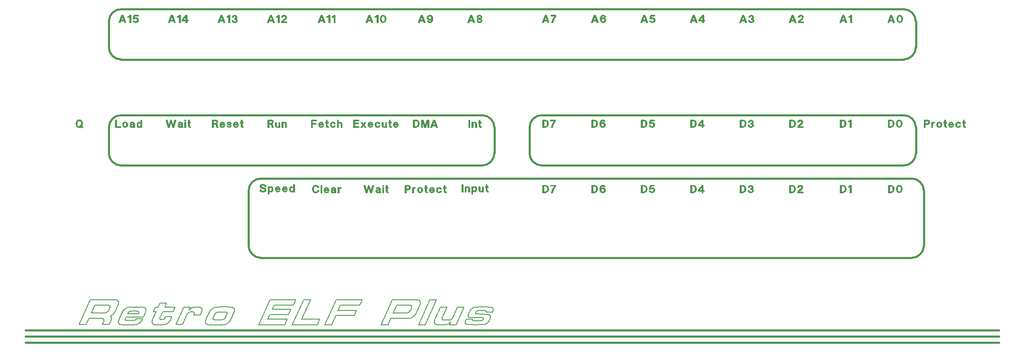
<source format=gbr>
%TF.GenerationSoftware,KiCad,Pcbnew,(6.0.11)*%
%TF.CreationDate,2023-02-12T17:43:03-06:00*%
%TF.ProjectId,RetroElf-Front-Panel,52657472-6f45-46c6-962d-46726f6e742d,rev?*%
%TF.SameCoordinates,Original*%
%TF.FileFunction,Legend,Top*%
%TF.FilePolarity,Positive*%
%FSLAX46Y46*%
G04 Gerber Fmt 4.6, Leading zero omitted, Abs format (unit mm)*
G04 Created by KiCad (PCBNEW (6.0.11)) date 2023-02-12 17:43:03*
%MOMM*%
%LPD*%
G01*
G04 APERTURE LIST*
%ADD10C,0.190000*%
%ADD11C,0.400000*%
G04 APERTURE END LIST*
D10*
X165738450Y-55987765D02*
G75*
G03*
X164863050Y-55987765I-437700J-24829D01*
G01*
X137033852Y-117853974D02*
X137033852Y-117853974D01*
X65584922Y-113734094D02*
X65571714Y-113720632D01*
X214037000Y-76528936D02*
X214594022Y-76528936D01*
X133946990Y-117666014D02*
X133910414Y-117677952D01*
X110164970Y-90904320D02*
X110244472Y-90745062D01*
X206345455Y-90445700D02*
G75*
G03*
X206122560Y-90047670I-424155J23900D01*
G01*
X87467784Y-117485928D02*
X87494454Y-117462814D01*
X125681830Y-114666274D02*
X125660240Y-114663480D01*
X81232084Y-116105692D02*
X81243260Y-116114328D01*
X132818976Y-118681760D02*
X132903050Y-118677950D01*
X232883546Y-77022458D02*
X232963048Y-77022458D01*
X62752314Y-117710972D02*
X62753838Y-117733070D01*
X80172940Y-77787346D02*
G75*
G03*
X80395822Y-78010261I221660J-1254D01*
G01*
X226609454Y-90320341D02*
G75*
G03*
X225717990Y-90320341I-445732J-195360D01*
G01*
X119335894Y-90886286D02*
X119335894Y-91125046D01*
X71388314Y-115762284D02*
X71392632Y-115728502D01*
X117243696Y-54998880D02*
X117784716Y-56494940D01*
X139083124Y-118679982D02*
X139253558Y-118679474D01*
X138522800Y-90522304D02*
X138522800Y-90267542D01*
X236511682Y-77467974D02*
X237196212Y-77467974D01*
X89604629Y-77821109D02*
G75*
G03*
X90097824Y-77789300I238071J148109D01*
G01*
X68301706Y-54961034D02*
X68062946Y-54961034D01*
X132849266Y-91206587D02*
G75*
G03*
X132992451Y-91349834I142434J-813D01*
G01*
X238692018Y-77262234D02*
X238771520Y-77293984D01*
X173710053Y-91395560D02*
G75*
G03*
X174091987Y-91188656I-61753J569960D01*
G01*
X231929494Y-77420333D02*
G75*
G03*
X231929490Y-76592667I-19994J413833D01*
G01*
X89575222Y-115663732D02*
X89574714Y-115630712D01*
X67733000Y-118710208D02*
X67877526Y-118709700D01*
X87998933Y-55252695D02*
G75*
G03*
X88396923Y-54966074I167J419395D01*
G01*
X138001846Y-117233706D02*
X138029278Y-117235484D01*
X128122914Y-90727069D02*
G75*
G03*
X127295094Y-90727069I-413910J-186903D01*
G01*
X239726052Y-77135742D02*
X239169030Y-77135742D01*
X193618194Y-91400636D02*
X194015958Y-91400636D01*
X239169030Y-77135742D02*
X239169030Y-77008488D01*
X163590314Y-54999896D02*
X163049040Y-56448204D01*
X124829660Y-90774780D02*
X124829660Y-90822532D01*
D11*
X246600000Y-121110000D02*
X46600000Y-121110000D01*
D10*
X69195786Y-117684810D02*
X69170640Y-117703098D01*
X65621498Y-113776512D02*
X65609814Y-113762034D01*
X87949622Y-116626392D02*
X87965116Y-116585244D01*
X175880701Y-56345640D02*
G75*
G03*
X175880675Y-55613535I-352501J366040D01*
G01*
X88029009Y-77740648D02*
G75*
G03*
X88219939Y-78027146I320391J6648D01*
G01*
X231929522Y-77483976D02*
X231499754Y-77483976D01*
X74657040Y-117655092D02*
X74672788Y-117654076D01*
X72677618Y-117829336D02*
X72688540Y-117792252D01*
X97468573Y-90537348D02*
G75*
G03*
X96672951Y-90537348I-397811J-135070D01*
G01*
X67883876Y-116019078D02*
X67867874Y-116030508D01*
X175149092Y-76688194D02*
X175865372Y-76688194D01*
X80328098Y-116083340D02*
X80364674Y-116071402D01*
X121101448Y-91460326D02*
X121037694Y-91460326D01*
X85233854Y-117597180D02*
X85242998Y-117603784D01*
X108588392Y-76578720D02*
X108588392Y-77756518D01*
X95081402Y-89916338D02*
G75*
G03*
X95145088Y-90537195I144598J-298862D01*
G01*
X89567348Y-115764316D02*
X89571412Y-115730534D01*
X78073340Y-77229214D02*
X78009586Y-77276966D01*
X128934554Y-90026750D02*
X128934554Y-91204548D01*
X72706574Y-118358418D02*
X72692350Y-118327938D01*
X105726127Y-91285379D02*
G75*
G03*
X106808553Y-91285379I541213J400617D01*
G01*
X67236430Y-115303814D02*
X67158198Y-115355122D01*
X125903572Y-114774224D02*
X125896460Y-114766858D01*
X68952200Y-115039400D02*
X68806658Y-115041686D01*
X164878363Y-76616629D02*
G75*
G03*
X164639572Y-76966807I273737J-443171D01*
G01*
X98095226Y-77723819D02*
G75*
G03*
X98445364Y-78010300I281074J-13681D01*
G01*
X71396950Y-115628172D02*
X71395680Y-115595152D01*
X70388824Y-115052862D02*
X70246584Y-115048544D01*
X139239140Y-91063424D02*
G75*
G03*
X139239150Y-90522200I-660840J270624D01*
G01*
X139105984Y-78057000D02*
X139105984Y-77372470D01*
X154545882Y-76576688D02*
X155468918Y-76576688D01*
X107044827Y-77071023D02*
G75*
G03*
X107044868Y-77962412I376073J-445677D01*
G01*
X68937722Y-56123846D02*
X68698962Y-56123846D01*
X67141688Y-117684810D02*
X67138132Y-117675158D01*
X164767096Y-77396600D02*
X164767096Y-77555604D01*
X183439652Y-56488082D02*
X183901424Y-55214780D01*
X165069951Y-55207744D02*
G75*
G03*
X164942610Y-55494209I257849J-286156D01*
G01*
X139944827Y-55687312D02*
G75*
G03*
X140231329Y-55559961I-76927J559012D01*
G01*
X76685230Y-55214780D02*
X76398718Y-55978558D01*
X204604987Y-76979567D02*
G75*
G03*
X204206981Y-76693020I-397787J-132833D01*
G01*
X185704824Y-91475058D02*
X185784326Y-91475058D01*
X137659708Y-116463070D02*
X137635070Y-116518442D01*
X96529488Y-90314532D02*
X96609244Y-90314532D01*
X88000422Y-116219230D02*
X87994580Y-116209324D01*
X224520342Y-54998880D02*
X223979068Y-56447188D01*
X87131488Y-116055146D02*
X87044366Y-116053622D01*
X98694109Y-90442727D02*
G75*
G03*
X98200596Y-90426853I-255509J-264173D01*
G01*
X86150540Y-116092230D02*
X86059354Y-116101374D01*
X226588810Y-56129799D02*
G75*
G03*
X226588827Y-55334042I-971510J397899D01*
G01*
X139092522Y-116130584D02*
X139103952Y-116106454D01*
X73190190Y-118671092D02*
X73156154Y-118666266D01*
X234633720Y-77881923D02*
G75*
G03*
X234633672Y-77133826I-401320J374023D01*
G01*
X183843125Y-91395519D02*
G75*
G03*
X184225063Y-91188656I-61525J569619D01*
G01*
X63434050Y-116037112D02*
X63483580Y-115996980D01*
X214975937Y-77738664D02*
G75*
G03*
X214975931Y-76831528I-648637J453564D01*
G01*
X66939504Y-115530890D02*
X66873972Y-115595152D01*
X185787374Y-76608692D02*
X185676122Y-76608692D01*
X175100832Y-55008786D02*
X174989326Y-55709064D01*
X81217352Y-115075214D02*
X81164012Y-115082326D01*
X164767096Y-77555604D02*
X164846598Y-77555604D01*
X141087184Y-115795304D02*
X141098868Y-115796574D01*
X125981550Y-115142778D02*
X125986376Y-115119664D01*
X70459436Y-117882168D02*
X70499822Y-117815112D01*
X82626036Y-115157256D02*
X82596318Y-115142016D01*
X173391666Y-91347804D02*
X173391666Y-90138256D01*
X106917720Y-77675874D02*
G75*
G03*
X107745394Y-77835058I447680J96374D01*
G01*
X84075360Y-116786412D02*
X84035736Y-116874042D01*
X79361882Y-78058016D02*
X79361882Y-76975722D01*
X81315904Y-116217452D02*
X81320730Y-116231168D01*
X193368004Y-56492908D02*
X193606764Y-56492908D01*
X206444432Y-56430424D02*
X206444432Y-56382672D01*
X65086066Y-115894364D02*
X65642326Y-114658146D01*
X133598502Y-117718084D02*
X133529414Y-117722910D01*
X97394851Y-77706887D02*
G75*
G03*
X97442602Y-78041140I1788649J84987D01*
G01*
X185810742Y-55167790D02*
X185810742Y-56457094D01*
X73259278Y-118676934D02*
X73224734Y-118674648D01*
X78264165Y-77038298D02*
G75*
G03*
X78073190Y-77229289I82135J-273102D01*
G01*
X68847806Y-77914760D02*
X68911560Y-77771504D01*
X225788421Y-77761607D02*
G75*
G03*
X226520735Y-77761607I366157J207527D01*
G01*
X140649288Y-117290094D02*
X140656146Y-117297460D01*
X194031960Y-90095330D02*
X193618194Y-90095330D01*
X138913198Y-118679474D02*
X139083124Y-118679982D01*
X117020938Y-55985670D02*
X117609710Y-55985670D01*
X126706957Y-90472290D02*
G75*
G03*
X126388561Y-90679228I-1757J-345710D01*
G01*
X68794731Y-56187490D02*
G75*
G03*
X69272104Y-56458056I508969J341590D01*
G01*
X142460816Y-115121696D02*
X142436432Y-115111536D01*
X68889970Y-54962050D02*
X68746714Y-55757832D01*
X86869360Y-55219606D02*
X86582848Y-55983638D01*
X134012776Y-118109244D02*
X134056972Y-118059968D01*
X137028772Y-118424966D02*
X137042488Y-118445286D01*
X129809932Y-91411482D02*
G75*
G03*
X130462524Y-91411482I326296J391337D01*
G01*
X132568024Y-118690396D02*
X132651590Y-118687856D01*
X120694540Y-77072242D02*
X120694540Y-78027282D01*
X133255856Y-117734848D02*
X133188292Y-117735864D01*
X69627290Y-77263158D02*
G75*
G03*
X69627262Y-77804374I660910J-270642D01*
G01*
X175785649Y-77913738D02*
G75*
G03*
X175785679Y-77181691I-352649J366038D01*
G01*
X70343405Y-77263308D02*
G75*
G03*
X69547783Y-77263308I-397811J-135070D01*
G01*
X75606492Y-76576688D02*
X75526990Y-76528936D01*
X142507806Y-115145572D02*
X142484692Y-115132872D01*
X139062042Y-116243868D02*
X139063312Y-116231168D01*
X183582908Y-56026310D02*
X183567160Y-56090064D01*
X82897816Y-115517936D02*
X82889180Y-115484408D01*
X205361884Y-56493924D02*
X206492184Y-56493924D01*
X140203518Y-78009248D02*
X140139764Y-78009248D01*
X86007792Y-78025250D02*
X86055544Y-78040998D01*
X85153082Y-117474498D02*
X85156130Y-117485928D01*
X138984440Y-90347335D02*
G75*
G03*
X138666174Y-90395079I-113140J-330465D01*
G01*
X83626796Y-117882930D02*
X83618922Y-117916712D01*
X63968466Y-115140746D02*
X63973292Y-115117632D01*
X105596780Y-77213466D02*
X105596780Y-76688194D01*
X193551646Y-76597770D02*
X194029166Y-76597770D01*
X140448519Y-91175855D02*
G75*
G03*
X140528124Y-90968932I-224019J204955D01*
G01*
X84632636Y-115730534D02*
X84581074Y-115798098D01*
X99319424Y-55364894D02*
X99239922Y-55428648D01*
X142051114Y-116692940D02*
X142032826Y-116676938D01*
X131497414Y-118687856D02*
X131578694Y-118690396D01*
X193697696Y-91352884D02*
X193697696Y-90143082D01*
X141255840Y-115890300D02*
X141261428Y-115899444D01*
X205469834Y-91273128D02*
X206138362Y-90748110D01*
X129809838Y-90965788D02*
X129809838Y-90870284D01*
X69038814Y-117772186D02*
X69012652Y-117781076D01*
X174862549Y-77754405D02*
G75*
G03*
X175339964Y-78024942I509051J341805D01*
G01*
X127360621Y-77834165D02*
G75*
G03*
X127360589Y-76751797I-649021J541165D01*
G01*
X226520556Y-76838371D02*
G75*
G03*
X225788600Y-76838371I-365978J-196278D01*
G01*
D11*
X94996090Y-88587590D02*
G75*
G03*
X92456090Y-91127586I10J-2540010D01*
G01*
D10*
X137605606Y-56450236D02*
X138146626Y-55001928D01*
X76115762Y-77881994D02*
X76450026Y-76608692D01*
X142677224Y-115839246D02*
X142687892Y-115810290D01*
X57145833Y-77835317D02*
G75*
G03*
X58228259Y-77835317I541213J400617D01*
G01*
X74265626Y-117542316D02*
X74272738Y-117552730D01*
X85145462Y-117388646D02*
X85144954Y-117401346D01*
X163526170Y-77953558D02*
G75*
G03*
X163908111Y-77746722I-61570J569758D01*
G01*
X85551862Y-116436654D02*
X85536622Y-116462054D01*
X155410498Y-90138256D02*
X154534960Y-90138256D01*
X142732596Y-115545368D02*
X142731326Y-115516920D01*
X139510352Y-115799368D02*
X139534736Y-115795558D01*
X129985606Y-78009248D02*
X130526626Y-76560940D01*
X205744013Y-55172698D02*
G75*
G03*
X205616646Y-55427470I190987J-254702D01*
G01*
X214330878Y-56026310D02*
X214315130Y-56090064D01*
X98571902Y-55363878D02*
X98571902Y-56493924D01*
X81268914Y-115071404D02*
X81217352Y-115075214D01*
X140505778Y-117235738D02*
X140505778Y-117235738D01*
X67760940Y-116137696D02*
X67751034Y-116151920D01*
X98120798Y-90713312D02*
X98757576Y-90713312D01*
X139149164Y-116431574D02*
X139139766Y-116425478D01*
X63962624Y-115163860D02*
X63968466Y-115140746D01*
X131117684Y-118660932D02*
X131151466Y-118667282D01*
X132992458Y-91397588D02*
X132992458Y-91461342D01*
D11*
X66286470Y-53713870D02*
G75*
G03*
X63746470Y-56253894I30J-2540030D01*
G01*
D10*
X195961905Y-56478065D02*
G75*
G03*
X196312110Y-56191595I-122105J506565D01*
G01*
X223903884Y-89986110D02*
X224461160Y-89986110D01*
X88026584Y-116297462D02*
X88024298Y-116285524D01*
X65632928Y-113791498D02*
X65621498Y-113776512D01*
X173684782Y-54991768D02*
X174225802Y-56488082D01*
X67771862Y-116123472D02*
X67760940Y-116137696D01*
X165515627Y-55494338D02*
G75*
G03*
X164942660Y-55637542I-162327J-568362D01*
G01*
X69717653Y-55614477D02*
G75*
G03*
X68985323Y-55614477I-366165J-362303D01*
G01*
X139078044Y-116167668D02*
X139082616Y-116155222D01*
X99414928Y-56256180D02*
X100083456Y-55730908D01*
X137127832Y-118530630D02*
X137147644Y-118544600D01*
X128791242Y-91220563D02*
G75*
G03*
X129077797Y-91507058I285058J-1437D01*
G01*
X132235538Y-118696746D02*
X132318342Y-118695730D01*
X84334440Y-118686586D02*
X84489888Y-118695222D01*
X193538692Y-90047578D02*
X193458936Y-89984078D01*
X68959312Y-77978514D02*
X68991062Y-78042014D01*
X66651468Y-77230230D02*
X66810726Y-77309986D01*
X163907991Y-77746555D02*
G75*
G03*
X163907961Y-76839402I-648491J453555D01*
G01*
X69891238Y-116004854D02*
X69886920Y-115999012D01*
X108175642Y-90935054D02*
X108860172Y-90935054D01*
X194689058Y-56445156D02*
X194148038Y-54996848D01*
X58164660Y-77787479D02*
G75*
G03*
X58164646Y-76832503I-642960J477479D01*
G01*
X90081932Y-77089075D02*
G75*
G03*
X89397437Y-77359698I-254432J-357425D01*
G01*
X119662030Y-55303172D02*
X119678032Y-55159916D01*
X132243412Y-117545364D02*
X132238078Y-117531902D01*
X155558072Y-55008786D02*
X155558072Y-55136040D01*
X81114990Y-116054892D02*
X81129214Y-116058194D01*
X138586354Y-91079402D02*
G75*
G03*
X138984384Y-91238626I271746J102202D01*
G01*
X65753832Y-114198660D02*
X65753324Y-114157258D01*
D11*
X63755614Y-78082908D02*
X63755614Y-83365092D01*
D10*
X140406379Y-55926011D02*
G75*
G03*
X140088084Y-55687292I-510179J-348689D01*
G01*
X97993542Y-90649635D02*
G75*
G03*
X97993549Y-90967995I664258J-159165D01*
G01*
X120441687Y-55335040D02*
G75*
G03*
X119773405Y-55335040I-334141J-137804D01*
G01*
X71295350Y-115303814D02*
X71277316Y-115279938D01*
X216120562Y-90329264D02*
X215738546Y-90329264D01*
X86087253Y-77913689D02*
G75*
G03*
X86150950Y-78057003I214647J9589D01*
G01*
X88840400Y-115061752D02*
X88684698Y-115053116D01*
X108566040Y-55358798D02*
X108963804Y-55358798D01*
X107602062Y-77087082D02*
G75*
G03*
X106917595Y-77357666I-254462J-357318D01*
G01*
X63938748Y-114838232D02*
X63933668Y-114829342D01*
X69770372Y-77820317D02*
G75*
G03*
X70279820Y-77820317I254724J125520D01*
G01*
X68816056Y-77437240D02*
X68895558Y-77277982D01*
X139534736Y-115795558D02*
X139557850Y-115793526D01*
X165021770Y-78001292D02*
G75*
G03*
X165355991Y-78017199I205530J799292D01*
G01*
X129141310Y-91459310D02*
X129077810Y-91459310D01*
X137624148Y-116546890D02*
X137613988Y-116575592D01*
X78916874Y-77993246D02*
X78916874Y-77308970D01*
X89365672Y-116348516D02*
X89401486Y-116260886D01*
X119415650Y-90774780D02*
X119335894Y-90886286D01*
X127448908Y-113622334D02*
X127414872Y-113604808D01*
X66614892Y-54991768D02*
X66551138Y-54991768D01*
X130088984Y-55475384D02*
G75*
G03*
X129372704Y-55475384I-358140J0D01*
G01*
X173312164Y-90090504D02*
X173232662Y-90042752D01*
X162874034Y-56495956D02*
X163112794Y-56495956D01*
X130669374Y-90997792D02*
X129809838Y-90997792D01*
X224142644Y-91354916D02*
X224142644Y-90145114D01*
X130739732Y-117647726D02*
X130739732Y-117647726D01*
X141155256Y-115026446D02*
X140996506Y-115023906D01*
X66158708Y-78057000D02*
X65123912Y-78057000D01*
X119367898Y-91363806D02*
X119431398Y-91220550D01*
X87898822Y-115025430D02*
X87740072Y-115022890D01*
X78869122Y-78040998D02*
X78789620Y-77865992D01*
X74389324Y-118695984D02*
X74301186Y-118697000D01*
X78025666Y-77595612D02*
G75*
G03*
X78137030Y-78057057I197534J-196488D01*
G01*
X195770844Y-55682140D02*
X195961852Y-55634388D01*
X195770809Y-55634438D02*
G75*
G03*
X195977713Y-55220621I-10609J263938D01*
G01*
X86882822Y-118702588D02*
X87045890Y-118695222D01*
X69363426Y-117491262D02*
X69363426Y-117491262D01*
X214610024Y-76640442D02*
X214196258Y-76640442D01*
X69881888Y-77979487D02*
G75*
G03*
X70184321Y-77963602I131812J377387D01*
G01*
X107586012Y-77914745D02*
G75*
G03*
X107665600Y-77835166I-379912J459545D01*
G01*
X75526990Y-76528936D02*
X75733746Y-76528936D01*
X99414878Y-55142059D02*
G75*
G03*
X99319424Y-55364832I212622J-222941D01*
G01*
X97315364Y-78057000D02*
X97347114Y-78009248D01*
X88024298Y-116285524D02*
X88021758Y-116273840D01*
X87810684Y-116101374D02*
X87810684Y-116101374D01*
X76350966Y-56090064D02*
X77035496Y-56090064D01*
X68826216Y-55710080D02*
X68953724Y-55710080D01*
X126595476Y-90567945D02*
G75*
G03*
X126356711Y-90902273I112624J-332855D01*
G01*
X97347083Y-77722878D02*
G75*
G03*
X97028796Y-77356893I-420983J-44722D01*
G01*
X100290212Y-56383688D02*
X99367176Y-56383688D01*
X82096700Y-115063530D02*
X82045900Y-115062260D01*
X127963818Y-91331927D02*
G75*
G03*
X127963832Y-90583888I-401418J374027D01*
G01*
X129515968Y-55968745D02*
G75*
G03*
X130088934Y-55825544I162332J568345D01*
G01*
X63956020Y-115186720D02*
X63962624Y-115163860D01*
X68386296Y-77469210D02*
G75*
G03*
X68147540Y-77596520I88704J-453890D01*
G01*
X107124534Y-77819077D02*
G75*
G03*
X107617728Y-77787268I238066J148177D01*
G01*
X86787826Y-77468990D02*
X87472102Y-77468990D01*
X85144954Y-117414046D02*
X85145462Y-117426492D01*
X80846512Y-116033556D02*
X80876992Y-116034572D01*
X140679006Y-117331496D02*
X140683324Y-117340894D01*
X129889482Y-90663359D02*
G75*
G03*
X129889472Y-91268223I490618J-302441D01*
G01*
X127319876Y-56492908D02*
X127558636Y-56492908D01*
X87615358Y-77548746D02*
X86755822Y-77548746D01*
X138357954Y-77006456D02*
X138564710Y-77006456D01*
X138481906Y-117670078D02*
X138482160Y-117658648D01*
X96609244Y-90314532D02*
X96609244Y-91746838D01*
X119661988Y-55303199D02*
G75*
G03*
X119662021Y-56162664I827612J-429701D01*
G01*
X137920820Y-117221768D02*
X137947490Y-117226848D01*
X90925240Y-77774565D02*
G75*
G03*
X91211731Y-78061060I284960J-1535D01*
G01*
X62615662Y-117462052D02*
X62631918Y-117474498D01*
X70550368Y-76530968D02*
X70550368Y-78059032D01*
X115714108Y-78009248D02*
X115634606Y-78009248D01*
X193631148Y-77950574D02*
X194029166Y-77950574D01*
X136971622Y-118287044D02*
X136977972Y-118311682D01*
X137748862Y-56497988D02*
X138210380Y-55224686D01*
X239678300Y-77072242D02*
X239726052Y-77008488D01*
X137903040Y-90649558D02*
X137903040Y-91334088D01*
X62654778Y-117495072D02*
X62661890Y-117502184D01*
X130664802Y-118264946D02*
X130675470Y-118297458D01*
X141063562Y-115793526D02*
X141075500Y-115794288D01*
X138084650Y-117235738D02*
X140505778Y-117235738D01*
X87683176Y-117204242D02*
X87705274Y-117163094D01*
X69842470Y-115961674D02*
X69829262Y-115955324D01*
X138406468Y-118671600D02*
X138574870Y-118675156D01*
X117848470Y-56447188D02*
X117927972Y-56447188D01*
X81310570Y-116203990D02*
X81315904Y-116217452D01*
X67788372Y-115086136D02*
X67713696Y-115101376D01*
X136967050Y-118072668D02*
X136963494Y-118100354D01*
X138523007Y-91063266D02*
G75*
G03*
X139318629Y-91063266I397811J135070D01*
G01*
X125293718Y-117390170D02*
X125334104Y-117389662D01*
X215007039Y-91045543D02*
G75*
G03*
X215007012Y-90424778I-912639J310343D01*
G01*
X107516004Y-54991768D02*
X107452250Y-54991768D01*
X76278322Y-117941604D02*
X76219648Y-118016026D01*
X86535096Y-56095144D02*
X87219626Y-56095144D01*
X195372805Y-56287257D02*
G75*
G03*
X196232481Y-56239455I410195J377157D01*
G01*
X233965332Y-77276966D02*
X233917580Y-77229214D01*
X62727422Y-117916712D02*
X62720056Y-117939572D01*
X81027360Y-116043970D02*
X81056824Y-116046764D01*
X120067668Y-91476074D02*
X120067668Y-90473536D01*
X110848992Y-90443564D02*
X111055748Y-90443564D01*
X90988986Y-76580752D02*
X91068488Y-76580752D01*
X140151737Y-56292064D02*
G75*
G03*
X140151773Y-55846367I-193137J222864D01*
G01*
X108764668Y-91301068D02*
X108844170Y-91301068D01*
X138926660Y-56497988D02*
X138353636Y-54969924D01*
X99463188Y-77055224D02*
X99526942Y-77007472D01*
X92456090Y-91127586D02*
X92456090Y-102388422D01*
X232883546Y-78025250D02*
X232883546Y-77022458D01*
X137590366Y-116662714D02*
X137585032Y-116691924D01*
X121165202Y-91348820D02*
X121165202Y-91508078D01*
X62734280Y-117893852D02*
X62727422Y-117916712D01*
X66699243Y-77755447D02*
G75*
G03*
X67526729Y-77755447I413743J170632D01*
G01*
X88267630Y-77533760D02*
X88649646Y-77613262D01*
X195607268Y-90811610D02*
X195607268Y-90652606D01*
X134204800Y-117518186D02*
X134170002Y-117545364D01*
X224865791Y-77777370D02*
G75*
G03*
X224865744Y-76806574I-582091J485370D01*
G01*
X87296999Y-77914744D02*
G75*
G03*
X87376588Y-77835166I-379899J459544D01*
G01*
X97187602Y-54965098D02*
X96917092Y-54965098D01*
X195182020Y-56032338D02*
G75*
G03*
X195611842Y-56493982I508080J42138D01*
G01*
X98238496Y-77898650D02*
G75*
G03*
X98620320Y-77898650I190912J174389D01*
G01*
X127151982Y-113532926D02*
X127112104Y-113529370D01*
X90988691Y-77790394D02*
G75*
G03*
X91211650Y-78013309I221809J-1106D01*
G01*
X75765242Y-118415822D02*
X75678374Y-118468146D01*
X120537375Y-55159867D02*
G75*
G03*
X119677717Y-55159867I-429829J-344219D01*
G01*
X84084758Y-118665758D02*
X84116000Y-118670584D01*
X126147412Y-117123724D02*
X126245202Y-117060224D01*
X79965894Y-77134726D02*
X79965894Y-77007472D01*
X153469176Y-91443308D02*
X152991656Y-91443308D01*
X80215576Y-116133378D02*
X80253168Y-116114328D01*
X140683324Y-117340894D02*
X140687388Y-117350800D01*
X65807172Y-118417346D02*
X65823936Y-118442492D01*
X153027724Y-56488082D02*
X153489242Y-55214780D01*
X84023544Y-118652296D02*
X84054024Y-118659662D01*
X139432628Y-115820958D02*
X139459298Y-115812068D01*
X121792074Y-77008488D02*
X121792074Y-77135742D01*
X206148293Y-77297994D02*
G75*
G03*
X206196071Y-76741053I-244493J301494D01*
G01*
X134269824Y-117459004D02*
X134238074Y-117489230D01*
X96646836Y-78057000D02*
X96646836Y-77404474D01*
X108508923Y-77788362D02*
G75*
G03*
X108731808Y-78011277I221677J-1238D01*
G01*
X214967656Y-56026310D02*
X214330878Y-56026310D01*
X195941581Y-90923060D02*
G75*
G03*
X195670985Y-90811611I-271281J-274440D01*
G01*
X231499754Y-78057000D02*
X231260994Y-78057000D01*
X74921454Y-118680998D02*
X74832300Y-118684554D01*
X86885362Y-54996848D02*
X86344088Y-56445156D01*
X235875158Y-78057000D02*
X235747650Y-78057000D01*
X175714928Y-90981865D02*
G75*
G03*
X175078411Y-90774977I-359628J-23835D01*
G01*
X137691204Y-117099848D02*
X137700348Y-117108992D01*
X66498052Y-116172494D02*
X66455634Y-116260124D01*
X130908642Y-77595482D02*
X130272118Y-77595482D01*
X69091900Y-117749326D02*
X69065484Y-117761518D01*
X110067758Y-77295082D02*
G75*
G03*
X109558265Y-77231383I-271358J-101018D01*
G01*
X69482806Y-118624356D02*
X69561800Y-118598448D01*
X97521866Y-56492908D02*
X97760626Y-56492908D01*
X65529804Y-113683294D02*
X65499832Y-113660434D01*
X128028536Y-78009248D02*
X128028536Y-76592690D01*
X216415710Y-56489098D02*
X216415710Y-54961034D01*
X204610786Y-91225375D02*
G75*
G03*
X204610768Y-90254604I-582086J485375D01*
G01*
X227038498Y-85905098D02*
G75*
G03*
X229578498Y-83365092I2J2539998D01*
G01*
X99664463Y-91192002D02*
G75*
G03*
X100126219Y-91207887I240137J261202D01*
G01*
X75186884Y-117404648D02*
X75211014Y-117376454D01*
X68895558Y-77277982D02*
X68895558Y-77659998D01*
X107904403Y-77548625D02*
G75*
G03*
X107681511Y-77071074I-626403J-1575D01*
G01*
X141834706Y-116581180D02*
X141810068Y-116575846D01*
X137381832Y-118624102D02*
X137407486Y-118626642D01*
X80172904Y-76577704D02*
X80109150Y-76529952D01*
X204589023Y-76836500D02*
G75*
G03*
X204222978Y-76645555I-406323J-332600D01*
G01*
X214999406Y-56137816D02*
X214315130Y-56137816D01*
X110992248Y-90491316D02*
X110992248Y-91494108D01*
X194084284Y-54996848D02*
X194609556Y-56445156D01*
X96439572Y-56445156D02*
X96980592Y-54996848D01*
X87372788Y-118676934D02*
X87372788Y-118676934D01*
X89558712Y-115503458D02*
X89550838Y-115472978D01*
X85262810Y-117615722D02*
X85273224Y-117621056D01*
X65730210Y-113998254D02*
X65719034Y-113960662D01*
X63713196Y-115726470D02*
X63738342Y-115681258D01*
X85200326Y-117566446D02*
X85207946Y-117574828D01*
X125846168Y-117275870D02*
X125946752Y-117231928D01*
X81789614Y-115059212D02*
X81738052Y-115059212D01*
X130673184Y-117830352D02*
X130663532Y-117867690D01*
X120003914Y-90425784D02*
X120210924Y-90425784D01*
X194784562Y-56492908D02*
X194211538Y-54965098D01*
X132220298Y-117443510D02*
X132219790Y-117428016D01*
X69817832Y-115039400D02*
X69674322Y-115037622D01*
X231499754Y-77372470D02*
X231945270Y-77372470D01*
X96646836Y-77404474D02*
X96933348Y-77404474D01*
X64388836Y-116697258D02*
X64449542Y-116654078D01*
X184975590Y-77658982D02*
X186057884Y-77658982D01*
X127558636Y-56492908D02*
X128020408Y-55219606D01*
X77406082Y-115071404D02*
X76988760Y-115998504D01*
X89292266Y-116523522D02*
X89329096Y-116435892D01*
D11*
X66295614Y-75542914D02*
G75*
G03*
X63755614Y-78082908I-14J-2539986D01*
G01*
D10*
X89089828Y-115082580D02*
X89058586Y-115077754D01*
X185866876Y-78057000D02*
X185866876Y-76528936D01*
X87142410Y-117642900D02*
X87170604Y-117637312D01*
X99988004Y-55205788D02*
G75*
G03*
X99590134Y-55173927I-217004J-209712D01*
G01*
X64567652Y-116561114D02*
X64624294Y-116511330D01*
X91338998Y-78061064D02*
X91211744Y-78061064D01*
X108685078Y-91380819D02*
G75*
G03*
X108764658Y-91301230I-381078J460619D01*
G01*
X237848424Y-77755437D02*
G75*
G03*
X238691824Y-77755437I421700J168591D01*
G01*
X109043306Y-55088288D02*
X109202564Y-54961034D01*
X204684650Y-76756848D02*
G75*
G03*
X204207067Y-76534018I-479250J-403952D01*
G01*
X88063668Y-118439444D02*
X88141392Y-118388644D01*
X131337489Y-91333034D02*
G75*
G03*
X131846988Y-91348935I262011J224734D01*
G01*
X67946106Y-117824510D02*
X67866604Y-117823240D01*
X195257002Y-90350092D02*
X195161498Y-90413846D01*
X62562068Y-117430810D02*
X62580610Y-117440208D01*
X105358020Y-76528936D02*
X105358020Y-78057000D01*
X131741762Y-118694460D02*
X131823550Y-118695730D01*
X68465925Y-77580380D02*
G75*
G03*
X68306694Y-77691850I69275J-268420D01*
G01*
X95160926Y-90011903D02*
G75*
G03*
X95049476Y-90234787I103574J-191097D01*
G01*
X83604952Y-118182396D02*
X83609524Y-118213892D01*
X84457376Y-115998504D02*
X84457376Y-115998504D01*
X195400518Y-91273194D02*
G75*
G03*
X195941526Y-91273194I270504J324423D01*
G01*
X136948000Y-91334088D02*
X136948000Y-90283544D01*
X196034112Y-77377452D02*
G75*
G03*
X195779427Y-77266012I-567912J-951148D01*
G01*
X154566710Y-90090504D02*
X154566710Y-90026750D01*
X215022779Y-91220570D02*
G75*
G03*
X215022736Y-90249778I-582079J485370D01*
G01*
X109544194Y-90697310D02*
X109480694Y-90745062D01*
X121101448Y-91396572D02*
X121101448Y-91460326D01*
X91338998Y-77010520D02*
X91338998Y-77137774D01*
X76453074Y-117646710D02*
X76453074Y-117646710D01*
X111276910Y-77057304D02*
G75*
G03*
X110910936Y-77375523I-68310J-290996D01*
G01*
X87100754Y-115022890D02*
X86939718Y-115025430D01*
X119773536Y-55335176D02*
X119662030Y-55303172D01*
X235461138Y-77770488D02*
X235461138Y-76528936D01*
X175874262Y-90138256D02*
X175874262Y-89978998D01*
X120441691Y-56130810D02*
G75*
G03*
X120441719Y-55335058I-971591J397910D01*
G01*
X77814803Y-55247478D02*
G75*
G03*
X78212793Y-54960994I297J419278D01*
G01*
X95940932Y-90187146D02*
G75*
G03*
X95638498Y-89868810I-427332J-103154D01*
G01*
X117830482Y-77961273D02*
G75*
G03*
X117973709Y-77786232I-387482J463173D01*
G01*
X121378308Y-77772520D02*
X121378308Y-76530968D01*
X78582610Y-77404474D02*
X78264348Y-77467974D01*
X141951546Y-116623344D02*
X141929448Y-116612676D01*
X203878778Y-91352884D02*
X203878778Y-90143082D01*
X80937698Y-116037112D02*
X80967924Y-116039144D01*
X216208700Y-55311046D02*
X215826684Y-55311046D01*
X78916812Y-77308817D02*
G75*
G03*
X78757590Y-77038143I-299112J6217D01*
G01*
X66885402Y-56137816D02*
X66201126Y-56137816D01*
X119741640Y-55271367D02*
G75*
G03*
X119741673Y-56194496I888960J-461533D01*
G01*
X129889527Y-91268130D02*
G75*
G03*
X130382732Y-91236314I238073J148130D01*
G01*
X138491812Y-117600990D02*
X138495114Y-117589560D01*
X132070184Y-118697508D02*
X132152734Y-118697254D01*
X140199492Y-55162071D02*
G75*
G03*
X139610644Y-55162071I-294424J-307471D01*
G01*
X184320567Y-91284176D02*
G75*
G03*
X184320597Y-90201859I-649067J541176D01*
G01*
X108859156Y-77008488D02*
X108859156Y-77135742D01*
X71341578Y-115382046D02*
X71327608Y-115355122D01*
X174926098Y-77913797D02*
G75*
G03*
X175785598Y-77913797I429750J474017D01*
G01*
X117609710Y-55985670D02*
X117625712Y-56033422D01*
X90161518Y-77073241D02*
G75*
G03*
X89524866Y-77073241I-318326J-381779D01*
G01*
X98635402Y-55029614D02*
X98730906Y-55029614D01*
X86572688Y-117687350D02*
X86662096Y-117683032D01*
X108900050Y-55263294D02*
X108995554Y-55167790D01*
X88995340Y-115071404D02*
X88995340Y-115071404D01*
X120553278Y-55303139D02*
G75*
G03*
X119661814Y-55303139I-445732J-195360D01*
G01*
X127752184Y-114038894D02*
X127743294Y-114000286D01*
X193471890Y-78062080D02*
X193471890Y-76534016D01*
X86755916Y-77962436D02*
G75*
G03*
X87408508Y-77962436I326296J391337D01*
G01*
X224142644Y-90145114D02*
X224461160Y-90145114D01*
X66242528Y-118670584D02*
X66274278Y-118673886D01*
X223894994Y-76536048D02*
X224452016Y-76536048D01*
X100683912Y-116566194D02*
X96872134Y-116566194D01*
X80500310Y-116046764D02*
X80532314Y-116043970D01*
X70535128Y-117748818D02*
X70651206Y-117491262D01*
X129293202Y-56239416D02*
X129388706Y-56239416D01*
X138482160Y-117658648D02*
X138483176Y-117647218D01*
X91068480Y-77758570D02*
G75*
G03*
X91275470Y-77949628I190720J-1030D01*
G01*
X67318218Y-117800380D02*
X67318218Y-117800380D01*
X69905462Y-116031016D02*
X69902414Y-116024158D01*
X97060348Y-54996848D02*
X96519074Y-56445156D01*
X69829262Y-115955324D02*
X69815546Y-115949990D01*
X109671590Y-91015530D02*
G75*
G03*
X109496448Y-91174720I84010J-268370D01*
G01*
X69801068Y-115945926D02*
X69723598Y-115927892D01*
X223983640Y-91450420D02*
X223983640Y-90049610D01*
X115141338Y-78057000D02*
X114058790Y-78057000D01*
X126516728Y-116838990D02*
X126596992Y-116757964D01*
X140427546Y-117795300D02*
X140401130Y-117809016D01*
X136455240Y-89853776D02*
X136534742Y-89806024D01*
X206058910Y-90732187D02*
G75*
G03*
X206058906Y-90159010I-223610J286587D01*
G01*
X111453766Y-90427816D02*
X111453766Y-90571072D01*
X89541694Y-115443260D02*
X89530772Y-115414558D01*
X115539102Y-78057000D02*
X116334884Y-77022458D01*
X163049040Y-56448204D02*
X162969538Y-56448204D01*
X118778857Y-91506952D02*
G75*
G03*
X119160903Y-91506952I191023J591464D01*
G01*
X139182438Y-115993424D02*
X139203012Y-115971326D01*
X114058790Y-78057000D02*
X114297550Y-77897742D01*
X71375868Y-115830356D02*
X71382726Y-115796320D01*
X132220298Y-117412014D02*
X132221060Y-117396012D01*
X86483280Y-117690652D02*
X86572688Y-117687350D01*
X214124122Y-56440330D02*
X214044620Y-56440330D01*
X78849056Y-55917090D02*
X78849056Y-56171598D01*
X68879810Y-115850422D02*
X68789894Y-115853216D01*
X77039052Y-77977498D02*
X76895796Y-77977498D01*
X139130368Y-116061496D02*
X139145862Y-116038890D01*
X205543622Y-76740862D02*
G75*
G03*
X205463997Y-76931903I193678J-192838D01*
G01*
X142704148Y-115381538D02*
X142694496Y-115356392D01*
X89178220Y-116786412D02*
X89216828Y-116698782D01*
X103750962Y-113526830D02*
X101432958Y-118677950D01*
X98152802Y-90761064D02*
X98837078Y-90761064D01*
X125070198Y-116230660D02*
X125123284Y-116214658D01*
X121744322Y-77072242D02*
X121792074Y-77008488D01*
X183837670Y-54991768D02*
X184378944Y-56488082D01*
X126882996Y-78057000D02*
X126325974Y-78057000D01*
X87622978Y-117311684D02*
X87638218Y-117286284D01*
X98120892Y-91254510D02*
G75*
G03*
X98773484Y-91254510I326296J391337D01*
G01*
X101147716Y-115535970D02*
X100683912Y-116566194D01*
X85732964Y-115077754D02*
X85660828Y-115088676D01*
X99319424Y-55364894D02*
X99398926Y-55364894D01*
X139923102Y-91000840D02*
X139923102Y-90332312D01*
X75010608Y-118676934D02*
X74921454Y-118680998D01*
X130168486Y-55634388D02*
X130088984Y-55825396D01*
X88219839Y-77979456D02*
G75*
G03*
X88776894Y-77947630I255061J426656D01*
G01*
X114652896Y-115741964D02*
X114189346Y-116772188D01*
X142687892Y-115810290D02*
X142697290Y-115781080D01*
X115141338Y-77897742D02*
X115141338Y-78057000D01*
X65654264Y-113822486D02*
X65643850Y-113806738D01*
X85434514Y-118725448D02*
X85593772Y-118726718D01*
X139891186Y-91255472D02*
G75*
G03*
X140528001Y-91112207I277814J252072D01*
G01*
X141275200Y-91048605D02*
G75*
G03*
X141561643Y-91335100I284900J-1595D01*
G01*
X142591372Y-115207040D02*
X142571814Y-115190022D01*
X130446680Y-90520255D02*
G75*
G03*
X129810028Y-90520255I-318326J-381779D01*
G01*
X80316160Y-76529952D02*
X80316160Y-77755502D01*
X108859156Y-78059032D02*
X108731648Y-78059032D01*
X122476529Y-77820105D02*
G75*
G03*
X122969742Y-77788284I238071J148205D01*
G01*
X138144086Y-115540796D02*
X138093286Y-115600232D01*
X74532834Y-117655092D02*
X74548074Y-117655600D01*
X140034862Y-115030002D02*
X139873064Y-115034574D01*
X153866952Y-91045543D02*
G75*
G03*
X153866926Y-90424778I-912552J310343D01*
G01*
X226488765Y-77697968D02*
G75*
G03*
X226488751Y-76902198I-971365J397868D01*
G01*
X116334884Y-77022458D02*
X116541640Y-77022458D01*
X81320730Y-116231168D02*
X81324794Y-116245392D01*
X128171792Y-78057000D02*
X127965036Y-78057000D01*
X122428852Y-77470006D02*
X123113128Y-77470006D01*
X100003954Y-55715175D02*
G75*
G03*
X100004000Y-55142062I-223654J286575D01*
G01*
X138577918Y-117832638D02*
X138568520Y-117827812D01*
X88476418Y-56446172D02*
X88476418Y-55093368D01*
X137750386Y-117149886D02*
X137772484Y-117164110D01*
X214990958Y-91188751D02*
G75*
G03*
X214990917Y-90281590I-648558J453551D01*
G01*
X81143184Y-116062004D02*
X81156900Y-116066322D01*
X71374090Y-115469168D02*
X71364692Y-115439196D01*
X77532320Y-76528936D02*
X77086804Y-78057000D01*
X81197032Y-116719610D02*
X82536120Y-116719610D01*
X80109150Y-76529952D02*
X80316160Y-76529952D01*
X74876750Y-117616738D02*
X74909770Y-117603784D01*
X132920830Y-117732816D02*
X132855044Y-117730276D01*
X126883117Y-78056947D02*
G75*
G03*
X127360668Y-77834141I-1617J626647D01*
G01*
X82915088Y-115695228D02*
X82915342Y-115658652D01*
X120026266Y-77724768D02*
X120026266Y-77056240D01*
X74239210Y-117484658D02*
X74243274Y-117496850D01*
X173144016Y-78057000D02*
X173144016Y-76528936D01*
X129141310Y-91395556D02*
X129141310Y-91459310D01*
X163112794Y-56495956D02*
X163574312Y-55222654D01*
X108795402Y-78011280D02*
X108731648Y-78011280D01*
X126883153Y-77897875D02*
G75*
G03*
X127281172Y-77595365I-10853J427375D01*
G01*
X120026266Y-77056240D02*
X119946510Y-77056240D01*
X87219626Y-56142896D02*
X86535096Y-56142896D01*
X98603652Y-55316126D02*
X98221636Y-55316126D01*
X100985300Y-91097319D02*
G75*
G03*
X101542336Y-91256467I342200J143319D01*
G01*
X81478464Y-115063530D02*
X81426140Y-115065054D01*
D11*
X228680100Y-88587586D02*
X94996090Y-88587586D01*
D10*
X224476908Y-90097362D02*
X224063142Y-90097362D01*
X84239698Y-116435892D02*
X84197788Y-116523522D01*
X63910554Y-114795306D02*
X63904204Y-114787432D01*
X117283066Y-89978998D02*
X117601328Y-91236298D01*
X195190454Y-77664062D02*
X195270210Y-77664062D01*
X127415380Y-56445156D02*
X127956654Y-54996848D01*
X185068046Y-91029542D02*
X185625322Y-90265510D01*
X140087968Y-55687277D02*
G75*
G03*
X140374508Y-55496254I-111768J478077D01*
G01*
X138315790Y-90267542D02*
X138315790Y-91779604D01*
X152891072Y-76528936D02*
X153129832Y-76688194D01*
X129333842Y-78009248D02*
X129333842Y-76640442D01*
X98810662Y-54966114D02*
X98571902Y-54966114D01*
X79862516Y-116482120D02*
X79880296Y-116450370D01*
X111595244Y-78028044D02*
X111515742Y-78028044D01*
X126149952Y-90424768D02*
X126356708Y-90424768D01*
X106712856Y-91030558D02*
X106935868Y-91030558D01*
X85654732Y-116309654D02*
X85630856Y-116334292D01*
X88204006Y-77740738D02*
G75*
G03*
X88299530Y-77899942I212994J19538D01*
G01*
X130739732Y-117647726D02*
X130709506Y-117719862D01*
X128011552Y-91172742D02*
G75*
G03*
X128011545Y-90758836I-676052J206942D01*
G01*
X88428666Y-55316126D02*
X88046650Y-55316126D01*
X68608030Y-115865154D02*
X68516082Y-115873790D01*
X127392012Y-118677950D02*
X129710016Y-113526830D01*
X116606918Y-56494940D02*
X116845678Y-56494940D01*
X127296928Y-76799572D02*
G75*
G03*
X126883048Y-76592678I-430228J-343228D01*
G01*
X204207200Y-77998326D02*
X203729680Y-77998326D01*
X107333124Y-89996016D02*
X107539880Y-89996016D01*
X70343612Y-77263250D02*
X70343612Y-76530968D01*
X132903050Y-118677950D02*
X132903050Y-118677950D01*
X109496484Y-91063418D02*
G75*
G03*
X109607884Y-91524899I197616J-196482D01*
G01*
X137696010Y-90649462D02*
G75*
G03*
X137616433Y-90442526I-304010J1862D01*
G01*
X140479616Y-117763296D02*
X140453708Y-117780060D01*
X141338898Y-89854792D02*
X141418400Y-89854792D01*
X117973692Y-77515726D02*
X117177910Y-77515726D01*
X87543984Y-117414046D02*
X87566336Y-117388646D01*
X141281240Y-115950752D02*
X141283526Y-115961928D01*
X223974496Y-76599548D02*
X224452016Y-76599548D01*
X71114756Y-115147858D02*
X71087324Y-115134142D01*
X206068766Y-77282046D02*
X205432242Y-77791316D01*
X195357115Y-56096088D02*
G75*
G03*
X196168788Y-56207477I432485J138488D01*
G01*
X86939718Y-115025430D02*
X86778428Y-115028986D01*
X224461160Y-91513920D02*
X223903884Y-91513920D01*
X117235314Y-90058500D02*
X117569578Y-91331802D01*
X138574870Y-118675156D02*
X138743780Y-118677950D01*
X71388060Y-115530890D02*
X71381710Y-115499648D01*
X76163514Y-77977498D02*
X76020258Y-77977498D01*
X204121094Y-54965098D02*
X203548070Y-56492908D01*
X193781770Y-55983638D02*
X194370796Y-55983638D01*
X75590490Y-118515136D02*
X75502352Y-118556030D01*
X226488719Y-76902180D02*
G75*
G03*
X225820437Y-76902180I-334141J-137804D01*
G01*
X65293584Y-113561628D02*
X65255738Y-113551468D01*
X163136162Y-91403684D02*
X163534180Y-91403684D01*
X67307804Y-117799364D02*
X67297390Y-117797840D01*
X132849202Y-89981030D02*
X132849202Y-91206580D01*
X77389064Y-76576688D02*
X77452818Y-76576688D01*
X226600373Y-77729813D02*
G75*
G03*
X226600357Y-76870356I-827673J429713D01*
G01*
X119479260Y-90711124D02*
G75*
G03*
X119351948Y-90520147I-218560J-7776D01*
G01*
X139070678Y-116193068D02*
X139074234Y-116180368D01*
X97347114Y-77722736D02*
X97394866Y-78025250D01*
X70110440Y-118277138D02*
X70180036Y-118215416D01*
X185784326Y-91475058D02*
X185784326Y-90058500D01*
X105837527Y-90425810D02*
G75*
G03*
X105837558Y-91094275I935473J-334190D01*
G01*
X140060262Y-76528936D02*
X140060262Y-77754486D01*
X86032176Y-116105438D02*
X86003982Y-116110772D01*
X128076288Y-77993246D02*
X128076288Y-76640442D01*
X195607268Y-90652606D02*
X195671022Y-90652606D01*
X129388745Y-56239313D02*
G75*
G03*
X130168483Y-55968799I342355J272213D01*
G01*
X137235274Y-118589304D02*
X137258642Y-118597686D01*
X136966796Y-118261644D02*
X136971622Y-118287044D01*
X164783606Y-55494180D02*
X164783606Y-55955952D01*
X139065344Y-116218468D02*
X139067630Y-116205768D01*
X194068282Y-55219606D02*
X193781770Y-55983638D01*
X65203668Y-77977498D02*
X65203668Y-76576688D01*
X78757817Y-77038217D02*
G75*
G03*
X78152895Y-77038217I-302461J-562088D01*
G01*
X74125672Y-118697762D02*
X74038296Y-118697508D01*
X128760818Y-77897742D02*
X129174584Y-76592690D01*
X83782244Y-118527836D02*
X83805358Y-118546886D01*
X74228542Y-117390678D02*
X74228288Y-117404648D01*
X79900616Y-116417858D02*
X79923222Y-116385600D01*
X205648543Y-56271042D02*
G75*
G03*
X205600780Y-56334744I86557J-114658D01*
G01*
X65726908Y-118017804D02*
X65723860Y-118051586D01*
X131898734Y-115072166D02*
X130739732Y-117647726D01*
X68259019Y-78058160D02*
G75*
G03*
X68641065Y-78058160I191023J591464D01*
G01*
X100274972Y-77373486D02*
X100274972Y-78058016D01*
X85945308Y-116127282D02*
X85915082Y-116138204D01*
X110173098Y-56442362D02*
X110093342Y-56442362D01*
X97187856Y-77261218D02*
X97044600Y-77245216D01*
X126293208Y-91475058D02*
X126213706Y-91475058D01*
X206110166Y-55682206D02*
G75*
G03*
X206142005Y-55204675I-202166J253306D01*
G01*
X68243091Y-77978351D02*
G75*
G03*
X68895636Y-77660018I198809J420451D01*
G01*
X195357081Y-55156846D02*
G75*
G03*
X195261550Y-55395645I365319J-284654D01*
G01*
X85928290Y-78057000D02*
X85960040Y-78009248D01*
X203888684Y-77902822D02*
X203888684Y-76693274D01*
X141367092Y-118424966D02*
X141429830Y-118382040D01*
X231499754Y-77324718D02*
X231499754Y-77372470D01*
X120089746Y-77692860D02*
G75*
G03*
X120169363Y-77899796I303954J-1840D01*
G01*
X68465926Y-77580489D02*
G75*
G03*
X68688760Y-77516824I-898426J3566389D01*
G01*
X91068488Y-76580752D02*
X91068488Y-77758550D01*
X184909042Y-91188546D02*
X185625322Y-91188546D01*
X74243274Y-117496850D02*
X74248100Y-117509042D01*
X204213042Y-90095330D02*
X203799276Y-90095330D01*
X81331144Y-116369344D02*
X81328858Y-116385600D01*
X154634782Y-55072540D02*
X154634782Y-55008786D01*
X70877012Y-115075722D02*
X70845262Y-115072420D01*
X140641160Y-117595656D02*
X140626682Y-117618008D01*
X132595202Y-117712496D02*
X132531194Y-117706400D01*
X129961649Y-56255348D02*
G75*
G03*
X130088984Y-55968877I-257849J286148D01*
G01*
X142561146Y-116102390D02*
X142653856Y-115896396D01*
X142705672Y-115751616D02*
X142713292Y-115721898D01*
X124944722Y-116253774D02*
X124968852Y-116250980D01*
X126293208Y-90472520D02*
X126293208Y-91475058D01*
X88555920Y-55029614D02*
X88555920Y-56446172D01*
X110990329Y-77168757D02*
G75*
G03*
X110910720Y-77375676I223971J-204943D01*
G01*
X107452250Y-54991768D02*
X106910976Y-56440330D01*
X195081996Y-91050370D02*
X195304754Y-91050370D01*
X81943792Y-115060228D02*
X81892484Y-115059720D01*
X141702372Y-118128040D02*
X141745806Y-118072668D01*
X100275007Y-77373589D02*
G75*
G03*
X100163569Y-77087128I-421107J1089D01*
G01*
X81328096Y-116260124D02*
X81330636Y-116275110D01*
X214951654Y-55978558D02*
X214967656Y-56026310D01*
X68768280Y-77087082D02*
G75*
G03*
X68434064Y-77087082I-167108J-546002D01*
G01*
X239376040Y-76578720D02*
X239312286Y-76530968D01*
X139405704Y-115831626D02*
X139432628Y-115820958D01*
X226497904Y-91147774D02*
G75*
G03*
X226497895Y-90352006I-971404J397874D01*
G01*
X127454416Y-90583875D02*
G75*
G03*
X127454430Y-91331940I401384J-374025D01*
G01*
X154921294Y-56441346D02*
X154841792Y-56441346D01*
X225125116Y-56447188D02*
X224583842Y-54998880D01*
X98916843Y-90808732D02*
G75*
G03*
X98678073Y-90378963I-504843J732D01*
G01*
X138682152Y-91238334D02*
G75*
G03*
X139239163Y-91063275I204648J322534D01*
G01*
X126675113Y-90408697D02*
G75*
G03*
X126356864Y-90679281I-1313J-320903D01*
G01*
X62749774Y-117688874D02*
X62752314Y-117710972D01*
X85100504Y-78025250D02*
X85180260Y-78025250D01*
X214792650Y-54960018D02*
X214521886Y-54960018D01*
X155382812Y-55279296D02*
X155478316Y-55120292D01*
X67557740Y-115147858D02*
X67477476Y-115179100D01*
X140459042Y-118645692D02*
X140632778Y-118636802D01*
X130367014Y-90663348D02*
G75*
G03*
X129889694Y-90663348I-238660J-146738D01*
G01*
X117657462Y-56144928D02*
X116973186Y-56144928D01*
X71059130Y-115121950D02*
X71030174Y-115111028D01*
X85174164Y-117529108D02*
X85180006Y-117539014D01*
X124750158Y-90090504D02*
X124590900Y-89978998D01*
X165818148Y-55271422D02*
X165579388Y-55271422D01*
X216153328Y-76656444D02*
X216312586Y-76528936D01*
D11*
X142968562Y-83365092D02*
X142968562Y-78082908D01*
D10*
X235811404Y-77897742D02*
X235875158Y-77897742D01*
X137576396Y-116807748D02*
X137577920Y-116835942D01*
X87864786Y-116832894D02*
X87882566Y-116791492D01*
X90925232Y-77774552D02*
X90925232Y-76533000D01*
X85209470Y-117163094D02*
X85194484Y-117204242D01*
X79724340Y-56458110D02*
X79724340Y-55041552D01*
X99457407Y-90968981D02*
G75*
G03*
X100285160Y-91128148I447693J96281D01*
G01*
X98508148Y-55268374D02*
X98603652Y-55172870D01*
X223983640Y-90049610D02*
X223903884Y-89986110D01*
X70530556Y-115057942D02*
X70388824Y-115052862D01*
X89436538Y-116173256D02*
X89471336Y-116085880D01*
X195357078Y-55332128D02*
X195261574Y-55395628D01*
X140693230Y-117371120D02*
X140695262Y-117381788D01*
X81289996Y-116166398D02*
X81297616Y-116178336D01*
X74288740Y-117571780D02*
X74297376Y-117580670D01*
X139249085Y-77340857D02*
G75*
G03*
X138723927Y-77070309I-337185J-9543D01*
G01*
X101542324Y-90381099D02*
G75*
G03*
X100985327Y-90556135I-204624J-322601D01*
G01*
X126047590Y-117181128D02*
X126147412Y-117123724D01*
X118994010Y-56448204D02*
X118914508Y-56448204D01*
X85657780Y-77245216D02*
X85721280Y-77324718D01*
X174114916Y-76799615D02*
G75*
G03*
X173701090Y-76592678I-430116J-342885D01*
G01*
X81326064Y-116401856D02*
X81322508Y-116417858D01*
X89538900Y-115898936D02*
X89547790Y-115865408D01*
X139706048Y-55687287D02*
G75*
G03*
X139387757Y-55926012I191752J-587213D01*
G01*
X193941028Y-54965098D02*
X193368004Y-56492908D01*
X155557936Y-55136121D02*
G75*
G03*
X154921274Y-56441281I2075864J-1820479D01*
G01*
X153505244Y-54991768D02*
X154030516Y-56440330D01*
X235668148Y-76528936D02*
X235668148Y-77754486D01*
X224849999Y-76981618D02*
G75*
G03*
X224452051Y-76695052I-397699J-132682D01*
G01*
X120814936Y-90027766D02*
X120894438Y-90027766D01*
X173710129Y-91443345D02*
G75*
G03*
X174123911Y-91220514I-33629J558045D01*
G01*
X141279462Y-116078768D02*
X141276668Y-116090706D01*
X110164970Y-90904320D02*
X110164970Y-91143080D01*
X140686626Y-117495834D02*
X140683070Y-117507264D01*
X132453470Y-117697256D02*
X132438992Y-117694462D01*
X78916804Y-77993308D02*
G75*
G03*
X78964668Y-78057033I66896J408D01*
G01*
X89207945Y-55157865D02*
G75*
G03*
X89112410Y-55396661I365255J-284635D01*
G01*
X138607382Y-117843814D02*
X138597222Y-117840512D01*
X174935242Y-91363859D02*
G75*
G03*
X175794742Y-91363859I429750J474017D01*
G01*
X140406104Y-56244310D02*
G75*
G03*
X140406139Y-55926141I-227604J159110D01*
G01*
X138421708Y-78025250D02*
X138421708Y-77054208D01*
X62503140Y-117408204D02*
X62523206Y-117414808D01*
X175778757Y-91013671D02*
G75*
G03*
X175237577Y-90615729I-396257J28071D01*
G01*
X67635210Y-116409476D02*
X69798528Y-116409476D01*
X63876010Y-114757968D02*
X63860516Y-114744506D01*
X84179246Y-118676934D02*
X84334440Y-118686586D01*
X101908446Y-89824058D02*
X101908446Y-91352122D01*
X174289556Y-56440330D02*
X174369058Y-56440330D01*
X74517848Y-117654076D02*
X74532834Y-117655092D01*
X195384510Y-90413846D02*
X195161498Y-90413846D01*
X78789620Y-77865992D02*
X78789620Y-78025250D01*
X98120816Y-90363127D02*
G75*
G03*
X98120832Y-91254486I376184J-445673D01*
G01*
X142156016Y-116856770D02*
X142147126Y-116833148D01*
X163056660Y-91451436D02*
X163056660Y-90050626D01*
X206345372Y-91400636D02*
X205422082Y-91400636D01*
X88639994Y-117882930D02*
X88681142Y-117815874D01*
X96672744Y-91794590D02*
X96672744Y-91014810D01*
X175100832Y-56122830D02*
X174862072Y-56122830D01*
X63755614Y-78082908D02*
X63755614Y-83365092D01*
X224054252Y-77952606D02*
X224452016Y-77952606D01*
X100131444Y-77341816D02*
G75*
G03*
X99892790Y-77055410I-291044J116D01*
G01*
X85447976Y-116626392D02*
X85426894Y-116667540D01*
X67277070Y-117794030D02*
X67266910Y-117791490D01*
X174871715Y-91204452D02*
G75*
G03*
X175349108Y-91475004I508985J341652D01*
G01*
X85864495Y-77913679D02*
G75*
G03*
X85928149Y-78056921I377705J82079D01*
G01*
X87988230Y-116199926D02*
X87981626Y-116190782D01*
X125993996Y-114982758D02*
X125991456Y-114960914D01*
X203643574Y-56445156D02*
X204184594Y-54996848D01*
X231340496Y-76592690D02*
X231929522Y-76592690D01*
X79425636Y-76593706D02*
X79425636Y-76673208D01*
X225829458Y-90352124D02*
X225717952Y-90320374D01*
X87381424Y-117548412D02*
X87411142Y-117529108D01*
X82890450Y-115881664D02*
X82898578Y-115844072D01*
X66089366Y-118635278D02*
X66119084Y-118644930D01*
X106697089Y-90425703D02*
G75*
G03*
X105837591Y-90425703I-429749J-156037D01*
G01*
X100380898Y-90809748D02*
G75*
G03*
X100142129Y-90379979I-504998J648D01*
G01*
X74268928Y-117234722D02*
X74257244Y-117262408D01*
X98620371Y-77930562D02*
G75*
G03*
X98763625Y-77707744I-1105271J868062D01*
G01*
X234840571Y-77802214D02*
G75*
G03*
X234840593Y-77229226I-514171J286514D01*
G01*
X105853628Y-91237377D02*
G75*
G03*
X106665200Y-91253283I411672J292377D01*
G01*
X134021920Y-117635026D02*
X133984328Y-117651790D01*
X127963648Y-90583776D02*
G75*
G03*
X127454360Y-90583776I-254644J-296923D01*
G01*
X137785692Y-76576688D02*
X137785692Y-78025250D01*
X196097916Y-76900000D02*
G75*
G03*
X195270036Y-76900000I-413940J-91470D01*
G01*
X223894994Y-78064112D02*
X223894994Y-76536048D01*
X86742106Y-54965098D02*
X86169082Y-56492908D01*
X175912449Y-56154821D02*
G75*
G03*
X175116511Y-55709093I-426049J172721D01*
G01*
X116312278Y-90026750D02*
X116694040Y-91331802D01*
X141274890Y-115929416D02*
X141278192Y-115940084D01*
X109003437Y-91014689D02*
G75*
G03*
X108780569Y-90537138I-626737J-1711D01*
G01*
X87392571Y-77421419D02*
G75*
G03*
X87312982Y-77214495I-582771J-105381D01*
G01*
X140374518Y-55193780D02*
G75*
G03*
X139419362Y-55193780I-477578J-344341D01*
G01*
X71087324Y-115134142D02*
X71059130Y-115121950D01*
X163215664Y-90146130D02*
X163534180Y-90146130D01*
X120814877Y-91237408D02*
G75*
G03*
X121037854Y-91460323I221823J-1092D01*
G01*
X139130876Y-116419128D02*
X139122494Y-116412016D01*
X183917172Y-54991768D02*
X184442444Y-56440330D01*
X125934814Y-115278414D02*
X125953610Y-115233964D01*
X87328846Y-77787506D02*
X87551858Y-77787506D01*
X78244790Y-55311046D02*
X77862774Y-55311046D01*
X115745858Y-78057000D02*
X115539102Y-78057000D01*
X68704550Y-77405490D02*
X68386288Y-77468990D01*
X129205064Y-91347804D02*
X129205064Y-91507062D01*
X175865372Y-76688194D02*
X175865372Y-76528936D01*
X129492846Y-78057000D02*
X129286090Y-78057000D01*
X127634836Y-113778544D02*
X127622898Y-113763812D01*
X164942610Y-55987702D02*
X164942610Y-55637436D01*
X206237489Y-55809638D02*
G75*
G03*
X206444442Y-55427602I-308589J414238D01*
G01*
X110244472Y-90745062D02*
X110244472Y-91127078D01*
X132272114Y-117594640D02*
X132263986Y-117582956D01*
X121441823Y-77788362D02*
G75*
G03*
X121664726Y-78011277I221777J-1138D01*
G01*
X119661797Y-56162776D02*
G75*
G03*
X120553295Y-56162776I445749J189552D01*
G01*
X125917288Y-114789464D02*
X125910430Y-114781844D01*
X62353280Y-117388392D02*
X62353280Y-117388392D01*
X68588980Y-117816382D02*
X68507700Y-117819176D01*
X140807022Y-118626642D02*
X140807022Y-118626642D01*
X164695468Y-90512144D02*
X164695468Y-90973916D01*
X77003746Y-56026310D02*
X76366968Y-56026310D01*
X150195624Y-78082908D02*
X150195624Y-83365092D01*
X108939674Y-90982806D02*
X108143892Y-90982806D01*
X126596992Y-116757964D02*
X126670906Y-116674906D01*
X140504508Y-117745262D02*
X140479616Y-117763296D01*
X141849946Y-117907314D02*
X141875854Y-117853974D01*
X139203012Y-115971326D02*
X139225110Y-115949990D01*
X138289882Y-55001928D02*
X138226128Y-55001928D01*
X174099045Y-77595473D02*
G75*
G03*
X174099042Y-76974716I-912845J310373D01*
G01*
X173152906Y-91507062D02*
X173152906Y-89978998D01*
X119262742Y-77723752D02*
X119469498Y-77723752D01*
X87823892Y-118564412D02*
X87904156Y-118527836D01*
X204207069Y-77950558D02*
G75*
G03*
X204589005Y-77743674I-61569J569658D01*
G01*
X86422574Y-116070640D02*
X86332150Y-116076990D01*
X128679792Y-90520272D02*
X129157312Y-90520272D01*
X138455236Y-115276636D02*
X138387164Y-115323118D01*
X89018200Y-117137186D02*
X89058840Y-117049556D01*
X128648042Y-90456518D02*
X129205064Y-90456518D01*
X205374330Y-90381842D02*
X205294828Y-90445596D01*
X65705064Y-114493808D02*
X65717256Y-114451898D01*
X163128288Y-77953622D02*
X163526052Y-77953622D01*
X78200598Y-77547588D02*
G75*
G03*
X78662172Y-77404341I-677398J2997988D01*
G01*
X235827406Y-77070210D02*
X235875158Y-77006456D01*
X139073218Y-116338864D02*
X139069662Y-116327942D01*
X89401486Y-116260886D02*
X89436538Y-116173256D01*
X96816161Y-90410021D02*
G75*
G03*
X96609281Y-90760114I306139J-417079D01*
G01*
X165554975Y-90241729D02*
G75*
G03*
X164775227Y-90512251I-342375J-272171D01*
G01*
X226520722Y-77761645D02*
G75*
G03*
X226520705Y-76838524I-889022J461545D01*
G01*
X64313652Y-117394488D02*
X64313398Y-117367056D01*
X74704792Y-117651790D02*
X74720794Y-117650266D01*
X193734018Y-56095144D02*
X194418548Y-56095144D01*
X137947490Y-117226848D02*
X137974414Y-117230912D01*
X132642210Y-91222595D02*
G75*
G03*
X132928691Y-91509090I284990J-1505D01*
G01*
X69012652Y-117781076D02*
X68987252Y-117788442D01*
X69733504Y-55009802D02*
X68937722Y-55009802D01*
X121728320Y-78011280D02*
X121664820Y-78011280D01*
X116782178Y-56447188D02*
X116702422Y-56447188D01*
X129372704Y-55475384D02*
G75*
G03*
X130088984Y-55475384I358140J0D01*
G01*
X120210924Y-90425784D02*
X120210924Y-91508078D01*
X86885362Y-54996848D02*
X87410380Y-56445156D01*
X183846175Y-77945475D02*
G75*
G03*
X184228111Y-77738594I-61575J569675D01*
G01*
X69627247Y-77804219D02*
G75*
G03*
X70184258Y-77963377I342253J143519D01*
G01*
X83882320Y-117224816D02*
X83845490Y-117312446D01*
X88729348Y-77008282D02*
G75*
G03*
X88219932Y-77008282I-254708J-571966D01*
G01*
X63751804Y-114684816D02*
X63731484Y-114678212D01*
X74406342Y-117639344D02*
X74418788Y-117642392D01*
X105437522Y-78025250D02*
X105437522Y-76608692D01*
X125376014Y-117387884D02*
X125418940Y-117384328D01*
X67808946Y-116081562D02*
X67795738Y-116095532D01*
X216073826Y-78057000D02*
X216312586Y-78057000D01*
X80523170Y-77898758D02*
X80523170Y-78058016D01*
X120147170Y-90473536D02*
X120210924Y-90425784D01*
X164973914Y-76775873D02*
G75*
G03*
X164846598Y-77062365I258086J-286227D01*
G01*
X87411142Y-117529108D02*
X87439844Y-117508026D01*
X140689674Y-117484150D02*
X140686626Y-117495834D01*
X203930086Y-56031390D02*
X203914084Y-56095144D01*
X85965628Y-115061752D02*
X85801798Y-115071404D01*
X68746714Y-55757832D02*
X69001476Y-55757832D01*
X186102842Y-91188546D02*
X186102842Y-91029542D01*
X235875158Y-77133710D02*
X235317882Y-77133710D01*
X85294560Y-117630200D02*
X85305736Y-117634010D01*
X141132650Y-115803686D02*
X141143826Y-115806734D01*
X124590900Y-91507062D02*
X124590900Y-89978998D01*
X163876826Y-55986686D02*
X163892574Y-56034438D01*
X138568520Y-117827812D02*
X138559630Y-117822732D01*
X88856656Y-77247248D02*
X88792902Y-77247248D01*
X141270826Y-115919256D02*
X141274890Y-115929416D01*
X119224554Y-90854559D02*
G75*
G03*
X119256412Y-90599660I-27354J132859D01*
G01*
X234681625Y-77722674D02*
G75*
G03*
X234681639Y-77308774I-676325J206974D01*
G01*
X88761914Y-117662458D02*
X88805856Y-117575082D01*
X101017097Y-90635867D02*
G75*
G03*
X101017072Y-91017840I701003J-191033D01*
G01*
X165642888Y-55223670D02*
X165738392Y-55223670D01*
X75270450Y-117290602D02*
X75285944Y-117262408D01*
X75391862Y-117028728D02*
X76731204Y-117028728D01*
X67751034Y-116151920D02*
X67635210Y-116409476D01*
X132642192Y-91222582D02*
X132642192Y-89981030D01*
X71327608Y-115355122D02*
X71312368Y-115328960D01*
X71367486Y-115864138D02*
X71375868Y-115830356D01*
X154513878Y-76528936D02*
X155548674Y-76528936D01*
X141859090Y-116587530D02*
X141834706Y-116581180D01*
X65930616Y-56440330D02*
X66471636Y-54991768D01*
X76593282Y-76608692D02*
X76927546Y-77881994D01*
X68426928Y-117821462D02*
X68346156Y-117823240D01*
D11*
X94996090Y-104928422D02*
X228680100Y-104928422D01*
D10*
X117257653Y-77818033D02*
G75*
G03*
X117750804Y-77786252I238047J148233D01*
G01*
X86780206Y-116055146D02*
X86691306Y-116057686D01*
X139077282Y-116349532D02*
X139073218Y-116338864D01*
X74228542Y-117418618D02*
X74229304Y-117432334D01*
X85259762Y-77356722D02*
X85259762Y-77292968D01*
X110387919Y-90776913D02*
G75*
G03*
X110228698Y-90506239I-299119J6213D01*
G01*
X186057884Y-77658982D02*
X185866876Y-77738738D01*
X140227648Y-117853974D02*
X138682312Y-117853974D01*
X110035845Y-77899688D02*
G75*
G03*
X110131313Y-77756459I-327745J321888D01*
G01*
X131254844Y-118677950D02*
X131335362Y-118681760D01*
X69331168Y-118660170D02*
X69405844Y-118644930D01*
X162969538Y-56448204D02*
X163510558Y-54999896D01*
X216335954Y-56441346D02*
X216256452Y-56441346D01*
X195671022Y-90811610D02*
X195607268Y-90811610D01*
X80042856Y-56012594D02*
X79008060Y-56012594D01*
X90161677Y-77423451D02*
G75*
G03*
X90082090Y-77216527I-582177J-105149D01*
G01*
X108963804Y-56489098D02*
X109202564Y-56489098D01*
X163924578Y-56098192D02*
X163924578Y-56145944D01*
X133449658Y-118528598D02*
X133512650Y-118496594D01*
X67187408Y-117749326D02*
X67180296Y-117742468D01*
X85536622Y-116462054D02*
X85536622Y-116462054D01*
X130696044Y-117756438D02*
X130683852Y-117793268D01*
X66551138Y-54991768D02*
X66010118Y-56440330D01*
X140981774Y-118597686D02*
X141044258Y-118579906D01*
X224451962Y-78000372D02*
G75*
G03*
X224865745Y-77777564I-33462J557772D01*
G01*
X165611156Y-56433345D02*
G75*
G03*
X165515640Y-55494272I-235456J450445D01*
G01*
X85273224Y-117621056D02*
X85283638Y-117625882D01*
X85310054Y-116915444D02*
X85292020Y-116956846D01*
X138353636Y-54969924D02*
X138083126Y-54969924D01*
X214609166Y-91347953D02*
G75*
G03*
X215007184Y-91045427I-10766J427253D01*
G01*
X106808360Y-90362030D02*
X106919866Y-90425784D01*
X174187620Y-90201840D02*
G75*
G03*
X173710049Y-89979000I-479220J-403860D01*
G01*
X163924578Y-56145944D02*
X163240048Y-56145944D01*
X70486868Y-78027282D02*
X70486868Y-76578720D01*
X128728814Y-77786490D02*
X129126832Y-76528936D01*
X62955768Y-116248948D02*
X62980152Y-116245138D01*
X152970574Y-76592690D02*
X152891072Y-76528936D01*
X80253168Y-116114328D02*
X80290760Y-116097564D01*
X125259428Y-90870284D02*
X124750158Y-90870284D01*
X76402274Y-76528936D02*
X76641034Y-76528936D01*
X226584407Y-76727007D02*
G75*
G03*
X225724749Y-76727007I-429829J-344219D01*
G01*
X109526488Y-77884006D02*
G75*
G03*
X110036008Y-77899889I262012J224706D01*
G01*
X111515742Y-78028044D02*
X111515742Y-77343768D01*
X69961088Y-115041686D02*
X69817832Y-115039400D01*
X62418812Y-117391440D02*
X62440148Y-117394488D01*
X105726221Y-90234829D02*
G75*
G03*
X105726267Y-91285233I707179J-525171D01*
G01*
X67367630Y-77134984D02*
G75*
G03*
X66858342Y-77134984I-254644J-296923D01*
G01*
X127281003Y-77595473D02*
G75*
G03*
X127281000Y-76974716I-912903J310373D01*
G01*
X69547888Y-77263210D02*
G75*
G03*
X69547864Y-77804318I795912J-270590D01*
G01*
X118810772Y-91379631D02*
G75*
G03*
X119097269Y-91411469I187828J385231D01*
G01*
X64229324Y-117795046D02*
X64250660Y-117737642D01*
X127247486Y-90679276D02*
X127406744Y-90759032D01*
X195770844Y-55793646D02*
X195707344Y-55793646D01*
X85469566Y-116585244D02*
X85447976Y-116626392D01*
X153469047Y-91395556D02*
G75*
G03*
X153850981Y-91188656I-61747J569956D01*
G01*
X84197788Y-116523522D02*
X84156640Y-116611152D01*
X195257018Y-90175074D02*
G75*
G03*
X195161474Y-90413863I365182J-284626D01*
G01*
X107117986Y-56026310D02*
X107101984Y-56090064D01*
X117601328Y-91236298D02*
X117967596Y-89978998D01*
X97395008Y-77706942D02*
G75*
G03*
X97028850Y-77356758I-361108J-11058D01*
G01*
X140698056Y-117426492D02*
X140697548Y-117437922D01*
X85832734Y-77675085D02*
G75*
G03*
X85546180Y-77404480I-288534J-18515D01*
G01*
X130845650Y-118537234D02*
X130872066Y-118557046D01*
X195094866Y-77600497D02*
G75*
G03*
X195524720Y-78062138I508134J42197D01*
G01*
X117139810Y-90138256D02*
X116805546Y-91427306D01*
X82534342Y-115116108D02*
X82502338Y-115105440D01*
X76223712Y-56488082D02*
X76685230Y-55214780D01*
X225797565Y-91211669D02*
G75*
G03*
X226529879Y-91211669I366157J207527D01*
G01*
X117050395Y-77356544D02*
G75*
G03*
X117050407Y-77674905I664305J-159156D01*
G01*
X128601560Y-78057000D02*
X128171792Y-76688194D01*
X85587930Y-116385092D02*
X85568880Y-116411000D01*
X63005298Y-116240566D02*
X63057114Y-116228628D01*
X98699918Y-77023474D02*
X98906928Y-77023474D01*
X130643974Y-117979958D02*
X130640672Y-118017042D01*
X85154860Y-117324638D02*
X85152066Y-117337338D01*
X224850049Y-77602340D02*
G75*
G03*
X224850020Y-76981574I-912549J310340D01*
G01*
X71382726Y-115796320D02*
X71388314Y-115762284D01*
X110308226Y-91445340D02*
X110339976Y-91509094D01*
X141338898Y-91064340D02*
X141338898Y-89854792D01*
X65940522Y-117398806D02*
X65903692Y-117486436D01*
X226609257Y-91179617D02*
G75*
G03*
X226609247Y-90320164I-827757J429717D01*
G01*
X110045590Y-55168806D02*
X110045590Y-55312062D01*
X63690082Y-114668052D02*
X63668746Y-114664242D01*
X137914724Y-115896396D02*
X137659708Y-116463070D01*
X238692018Y-77262234D02*
X238612516Y-77262234D01*
X164639830Y-77651045D02*
G75*
G03*
X164926314Y-78017102I495870J92945D01*
G01*
X131178584Y-91205499D02*
G75*
G03*
X132021984Y-91205499I421700J168591D01*
G01*
X123033690Y-77072225D02*
G75*
G03*
X122397038Y-77072225I-318326J-381779D01*
G01*
X174909824Y-55756816D02*
X175164332Y-55756816D01*
X68987252Y-117788442D02*
X68962360Y-117794030D01*
X87974260Y-116181892D02*
X87966640Y-116173510D01*
X206237486Y-55729886D02*
G75*
G03*
X206285225Y-55172897I-244386J301486D01*
G01*
X85159940Y-117497104D02*
X85164258Y-117508026D01*
X183445240Y-90090504D02*
X183445240Y-91395556D01*
X137705936Y-76528936D02*
X137705936Y-78057000D01*
X127265043Y-76831444D02*
G75*
G03*
X126899028Y-76640475I-406443J-332756D01*
G01*
X141228662Y-115856772D02*
X141236282Y-115864392D01*
X110196720Y-91525096D02*
X110435480Y-91525096D01*
X225888508Y-55270358D02*
G75*
G03*
X225888527Y-56193480I888992J-461542D01*
G01*
X107149736Y-55978558D02*
X107738762Y-55978558D01*
X89524989Y-77073134D02*
G75*
G03*
X89524964Y-77964444I376211J-445666D01*
G01*
X196041426Y-55905073D02*
G75*
G03*
X195770807Y-55793647I-271326J-274627D01*
G01*
X68423626Y-115884458D02*
X68330662Y-115896904D01*
X163048532Y-76600564D02*
X162969030Y-76537064D01*
X117179942Y-54966876D02*
X116606918Y-56494940D01*
X63614390Y-115864900D02*
X63651220Y-115818672D01*
X139105984Y-77372628D02*
G75*
G03*
X139026387Y-77165692I-303784J1928D01*
G01*
X65743672Y-117915950D02*
X65736814Y-117949986D01*
X95797460Y-90234776D02*
X96020472Y-90234776D01*
X129365592Y-78009248D02*
X129333842Y-78009248D01*
X83599618Y-118084606D02*
X83599872Y-118117626D01*
X87994834Y-116502948D02*
X88009058Y-116462054D01*
X140698310Y-117415062D02*
X140698056Y-117426492D01*
X87846244Y-116874042D02*
X87864786Y-116832894D01*
X79008060Y-56012594D02*
X79565336Y-55248562D01*
X110703958Y-78060048D02*
X110910714Y-78060048D01*
X87115232Y-117646710D02*
X87115232Y-117646710D01*
X139546907Y-55543924D02*
G75*
G03*
X139897069Y-55687157I422693J533724D01*
G01*
X88021758Y-116273840D02*
X88018456Y-116262410D01*
X195463873Y-90206767D02*
G75*
G03*
X195384270Y-90413731I264527J-220533D01*
G01*
X88203876Y-77740770D02*
X88028870Y-77740770D01*
X65723860Y-118051586D02*
X65722336Y-118085114D01*
X78518980Y-78056817D02*
G75*
G03*
X78662203Y-77913621I-71580J214817D01*
G01*
X62711928Y-117962178D02*
X62693386Y-118006374D01*
X139273116Y-115909604D02*
X139298516Y-115891062D01*
X62375124Y-117388646D02*
X62396968Y-117389662D01*
X216073826Y-76926954D02*
X216073826Y-78057000D01*
X203640018Y-91511888D02*
X203640018Y-89984078D01*
X127032094Y-113526830D02*
X121984098Y-113526830D01*
X72850338Y-118536218D02*
X72825446Y-118515136D01*
X87882566Y-116791492D02*
X87900092Y-116750090D01*
X85928290Y-78057000D02*
X86151048Y-78057000D01*
X85753284Y-76592690D02*
X85100504Y-76592690D01*
X174862030Y-56122817D02*
G75*
G03*
X175021148Y-56345624I515070J199617D01*
G01*
X129397342Y-78009248D02*
X129397342Y-76624440D01*
X74654754Y-118690396D02*
X74566108Y-118692682D01*
X129213683Y-56191483D02*
G75*
G03*
X129372822Y-56414275I351417J82783D01*
G01*
X74473144Y-117650266D02*
X74487876Y-117651790D01*
X137605098Y-116604294D02*
X137597224Y-116633504D01*
X226497863Y-90352242D02*
G75*
G03*
X225829581Y-90352242I-334141J-137804D01*
G01*
X139385384Y-115054132D02*
X139222062Y-115062768D01*
X129372687Y-56414207D02*
G75*
G03*
X130056997Y-56414207I342155J555028D01*
G01*
X70037288Y-118336066D02*
X70110440Y-118277138D01*
X68386374Y-77039363D02*
G75*
G03*
X68195384Y-77230305I82026J-273037D01*
G01*
X80468052Y-116050066D02*
X80468052Y-116050066D01*
X70845262Y-115072420D02*
X70813258Y-115070388D01*
X120210924Y-90187024D02*
X120210924Y-89980014D01*
X216088812Y-91507062D02*
X216327572Y-91507062D01*
X196084962Y-90350062D02*
G75*
G03*
X195257082Y-90350062I-413940J-91470D01*
G01*
X81302696Y-116482120D02*
X81289742Y-116513616D01*
X98763672Y-78026266D02*
X98843174Y-78026266D01*
X85960040Y-77722736D02*
X86007792Y-78025250D01*
X85536622Y-116462054D02*
X85513762Y-116502948D01*
X63973292Y-115117632D02*
X63977102Y-115094518D01*
X109558348Y-77231392D02*
G75*
G03*
X109542458Y-77820260I454352J-306908D01*
G01*
X117649080Y-91331802D02*
X118031096Y-90026750D01*
X88717210Y-117749834D02*
X88761914Y-117662458D01*
X101844692Y-91320118D02*
X101844692Y-89871810D01*
X109519810Y-118677950D02*
X108129160Y-118677950D01*
X239376040Y-76578720D02*
X239455542Y-76578720D01*
D11*
X227038498Y-85905098D02*
G75*
G03*
X229578498Y-83365092I2J2539998D01*
G01*
D10*
X165483461Y-76839450D02*
G75*
G03*
X164974093Y-76775797I-282261J-188850D01*
G01*
X74370274Y-117627406D02*
X74381958Y-117631724D01*
X174862580Y-77754486D02*
X174958084Y-77754486D01*
X139062550Y-116293144D02*
X139061534Y-116281206D01*
X85259762Y-77292968D02*
X85641778Y-77292968D01*
X125995520Y-115005110D02*
X125993996Y-114982758D01*
X140322390Y-117838734D02*
X140297244Y-117845084D01*
X237116520Y-77070193D02*
G75*
G03*
X236479868Y-77070193I-318326J-381779D01*
G01*
X78296125Y-77149793D02*
G75*
G03*
X78216599Y-77277101I63575J-128207D01*
G01*
X68895558Y-77325734D02*
X68816056Y-77437240D01*
X85193214Y-117557556D02*
X85200326Y-117566446D01*
X119882993Y-77692915D02*
G75*
G03*
X119994413Y-77979376I420907J-1185D01*
G01*
X66209254Y-116785650D02*
X66169630Y-116873280D01*
X175323584Y-55597571D02*
G75*
G03*
X175164359Y-55756816I106616J-265829D01*
G01*
X66407882Y-54960018D02*
X65835112Y-56488082D01*
X238564764Y-77723752D02*
X238771520Y-77723752D01*
X108716916Y-91253316D02*
X108939674Y-91253316D01*
X195190471Y-77664043D02*
G75*
G03*
X195285972Y-77855079I378129J69643D01*
G01*
X138521022Y-117789204D02*
X138514926Y-117781076D01*
X57209642Y-77787514D02*
G75*
G03*
X58164450Y-77787514I477404J301506D01*
G01*
X132789512Y-117726974D02*
X132724234Y-117722910D01*
X224054252Y-76647300D02*
X223974496Y-76599548D01*
X163207790Y-76696068D02*
X163526052Y-76696068D01*
X108508890Y-77788522D02*
X108508890Y-76578720D01*
X174098548Y-56137816D02*
X173414018Y-56137816D01*
X65217384Y-113542832D02*
X65178268Y-113536228D01*
X129333842Y-76640442D02*
X129222336Y-76640442D01*
X109367527Y-77326754D02*
G75*
G03*
X109367548Y-77756506I601373J-214846D01*
G01*
X124750158Y-91427306D02*
X124670402Y-91427306D01*
X155389416Y-76688194D02*
X154513878Y-76688194D01*
X185731240Y-54961034D02*
X185014960Y-55916074D01*
X125259394Y-90870271D02*
G75*
G03*
X125259396Y-90042729I-19994J413771D01*
G01*
X139917006Y-77786490D02*
X139917006Y-76576688D01*
X186161008Y-56091080D02*
X185970000Y-56170582D01*
X95049483Y-89868774D02*
G75*
G03*
X95113165Y-90601042I156117J-355326D01*
G01*
X131220046Y-118675664D02*
X131254844Y-118677950D01*
X141641412Y-90348060D02*
X141689164Y-90284560D01*
X119558771Y-90758878D02*
G75*
G03*
X119399622Y-90488205I-299071J6278D01*
G01*
X224938568Y-90208723D02*
G75*
G03*
X224461027Y-89985858I-479168J-403677D01*
G01*
X66149310Y-118653312D02*
X66179790Y-118660170D01*
X126485232Y-77945494D02*
X126882996Y-77945494D01*
X100083251Y-55730883D02*
G75*
G03*
X100131005Y-55173913I-244351J301483D01*
G01*
X174973832Y-77197464D02*
X175069336Y-76640442D01*
X204222948Y-76645522D02*
X203809182Y-76645522D01*
X84457376Y-115998504D02*
X84412672Y-116085880D01*
X173286764Y-56488082D02*
X173748282Y-55214780D01*
X138666564Y-115164368D02*
X138595698Y-115196880D01*
X118546334Y-77325742D02*
G75*
G03*
X118546346Y-77755490I601466J-214858D01*
G01*
X120089766Y-77024490D02*
X120089766Y-77693018D01*
X173710182Y-91507062D02*
X173152906Y-91507062D01*
X233026802Y-78057000D02*
X232819792Y-78057000D01*
X59674850Y-117388392D02*
X62353280Y-117388392D01*
X139610609Y-55528046D02*
G75*
G03*
X140199527Y-55528046I294459J299296D01*
G01*
X84493444Y-115932464D02*
X84457376Y-115998504D01*
X165730025Y-90289313D02*
G75*
G03*
X165570888Y-90066521I-351425J-82787D01*
G01*
X140617030Y-117265202D02*
X140625666Y-117270790D01*
X215071680Y-76751806D02*
G75*
G03*
X214594143Y-76528938I-479180J-403694D01*
G01*
X72660600Y-118230402D02*
X72653742Y-118196366D01*
X204264350Y-54996848D02*
X203723076Y-56445156D01*
X123017624Y-77836274D02*
X123097126Y-77836274D01*
X140267018Y-77897742D02*
X140267018Y-78057000D01*
X109950086Y-55264310D02*
X110045590Y-55168806D01*
X89238926Y-115125760D02*
X89210224Y-115114584D01*
X173152906Y-89978998D02*
X173391666Y-90138256D01*
X83739572Y-118486180D02*
X83760400Y-118507516D01*
X163549928Y-90098378D02*
X163136162Y-90098378D01*
X107761303Y-77469192D02*
G75*
G03*
X107618006Y-77150787I-444303J-8508D01*
G01*
X67297390Y-117797840D02*
X67287230Y-117796062D01*
X95113030Y-91205792D02*
G75*
G03*
X95781676Y-91173913I308470J558192D01*
G01*
X153830009Y-77738664D02*
G75*
G03*
X153830003Y-76831528I-648609J453564D01*
G01*
X88485816Y-118084606D02*
X88542204Y-118017804D01*
X120631040Y-77693018D02*
X120631040Y-77024490D01*
X175005792Y-77690867D02*
G75*
G03*
X175705920Y-77531752I337108J136567D01*
G01*
X66810550Y-77723676D02*
G75*
G03*
X67415422Y-77723676I302436J92380D01*
G01*
X75211014Y-117376454D02*
X75232858Y-117348006D01*
X121984098Y-113526830D02*
X119666094Y-118677950D01*
X65978368Y-118583462D02*
X66004784Y-118598448D01*
X63759678Y-115636808D02*
X63921730Y-115276382D01*
X125751426Y-115683290D02*
X125772762Y-115638840D01*
X225829557Y-90352009D02*
G75*
G03*
X225829549Y-91147770I971543J-397891D01*
G01*
X108143986Y-91428500D02*
G75*
G03*
X108796578Y-91428500I326296J391337D01*
G01*
X130462402Y-91411325D02*
G75*
G03*
X130605637Y-91236294I-387002J462825D01*
G01*
X162969030Y-76537064D02*
X163207790Y-76696068D01*
X139546928Y-55543964D02*
X139705932Y-55687220D01*
X225920513Y-56129824D02*
G75*
G03*
X226588795Y-56129824I334141J137804D01*
G01*
X127406568Y-91172722D02*
G75*
G03*
X128011440Y-91172722I302436J92380D01*
G01*
X63948654Y-115209326D02*
X63956020Y-115186720D01*
X231260994Y-78057000D02*
X231260994Y-76528936D01*
X89621958Y-55730908D02*
X89621958Y-55683156D01*
X155389447Y-76688136D02*
G75*
G03*
X154657250Y-78056989I1753253J-1818064D01*
G01*
X137673932Y-117080798D02*
X137682314Y-117090450D01*
X118794874Y-90679276D02*
X118715372Y-90679276D01*
X132281004Y-117605562D02*
X132272114Y-117594640D01*
X142113090Y-116767616D02*
X142099120Y-116747550D01*
X206132652Y-76597557D02*
G75*
G03*
X205543616Y-76597557I-294518J-547332D01*
G01*
X62705070Y-117559334D02*
X62710404Y-117568478D01*
X194493653Y-90206664D02*
G75*
G03*
X194016079Y-89983826I-479253J-403936D01*
G01*
X79568892Y-76736962D02*
X79568892Y-76529952D01*
X106792612Y-90378032D02*
X106728858Y-90378032D01*
X138083126Y-54969924D02*
X137510102Y-56497988D01*
X125889094Y-114760000D02*
X125873600Y-114746538D01*
X127646012Y-113793530D02*
X127634836Y-113778544D01*
X85150288Y-117462814D02*
X85153082Y-117474498D01*
X206021014Y-77250296D02*
X205432242Y-77695812D01*
X119310494Y-77755502D02*
X119389996Y-77755502D01*
X116973186Y-56097176D02*
X117657462Y-56097176D01*
X106584078Y-118677950D02*
X107094110Y-117544856D01*
X138071188Y-118660678D02*
X138238574Y-118666774D01*
X139435398Y-55957842D02*
G75*
G03*
X139435433Y-56212611I193702J-127358D01*
G01*
X85699436Y-117677698D02*
X85784526Y-117683032D01*
X67009100Y-115469168D02*
X66939504Y-115530890D01*
X58116795Y-76975641D02*
G75*
G03*
X57257297Y-76975641I-429749J-156037D01*
G01*
X123256364Y-77549641D02*
G75*
G03*
X123033525Y-77072090I-626464J-1559D01*
G01*
X226700386Y-55302123D02*
G75*
G03*
X225808922Y-55302123I-445732J-195360D01*
G01*
X214196258Y-76640442D02*
X214196258Y-77945494D01*
X90019949Y-55969727D02*
G75*
G03*
X89621978Y-55730940I-392649J-203373D01*
G01*
X72645106Y-118125754D02*
X72643328Y-118089686D01*
X224461027Y-91514174D02*
G75*
G03*
X224938578Y-91291315I-1627J626574D01*
G01*
X76764986Y-54991768D02*
X76701232Y-54991768D01*
D11*
X246600000Y-122380000D02*
X46600000Y-122380000D01*
D10*
X132383620Y-117677952D02*
X132370666Y-117672364D01*
X108700814Y-90680366D02*
G75*
G03*
X108223494Y-90680366I-238660J-146738D01*
G01*
X120067668Y-90043768D02*
X120067668Y-90123270D01*
X206157920Y-55714144D02*
X205521142Y-56223414D01*
X97172108Y-76528936D02*
X96408076Y-76528936D01*
X68604220Y-118697762D02*
X68750524Y-118693444D01*
X72932634Y-118591082D02*
X72904186Y-118574318D01*
X206157865Y-55141131D02*
G75*
G03*
X205632662Y-55172944I-244565J-313669D01*
G01*
X137665550Y-117070892D02*
X137673932Y-117080798D01*
X231499754Y-77324718D02*
X231849766Y-77324718D01*
X106919898Y-90425757D02*
G75*
G03*
X106808467Y-90234744I-810898J-345043D01*
G01*
X204248348Y-55219606D02*
X203961836Y-55983638D01*
X137173044Y-117544856D02*
X137033852Y-117853974D01*
X231419998Y-76640442D02*
X231419998Y-77977498D01*
X63710910Y-114672624D02*
X63690082Y-114668052D01*
X129889371Y-90583715D02*
G75*
G03*
X129889359Y-91347872I399029J-382085D01*
G01*
X165571006Y-91005666D02*
G75*
G03*
X164854726Y-91005666I-358140J0D01*
G01*
X125462882Y-117378994D02*
X125508094Y-117372390D01*
X214594022Y-77993246D02*
X214116502Y-77993246D01*
X100142096Y-90380152D02*
G75*
G03*
X99457615Y-90650756I-254496J-357248D01*
G01*
X90145706Y-77837290D02*
X90225208Y-77837290D01*
X85274748Y-116998248D02*
X85257730Y-117039396D01*
X89892550Y-55906079D02*
G75*
G03*
X89621921Y-55794663I-271350J-274721D01*
G01*
X83601650Y-118150138D02*
X83604952Y-118182396D01*
X138937582Y-115083850D02*
X138905578Y-115089692D01*
X216168314Y-90106252D02*
X216327572Y-89978998D01*
X164974351Y-55048434D02*
G75*
G03*
X164735584Y-55398651I273649J-443066D01*
G01*
X128163664Y-54965098D02*
X127892900Y-54965098D01*
X131878773Y-90743861D02*
G75*
G03*
X131369245Y-90680175I-271373J-101039D01*
G01*
X132855044Y-117730276D02*
X132789512Y-117726974D01*
X237848357Y-77325742D02*
G75*
G03*
X237848368Y-77755490I601543J-214858D01*
G01*
X79505138Y-77023474D02*
X79505138Y-78026266D01*
X109663794Y-55312051D02*
G75*
G03*
X110077642Y-55025547I2006J439251D01*
G01*
X142719388Y-115692180D02*
X142724468Y-115662716D01*
X108780622Y-90887232D02*
G75*
G03*
X108701052Y-90680305I-581822J-104968D01*
G01*
X139026386Y-77165822D02*
G75*
G03*
X138644562Y-77165822I-190912J-174389D01*
G01*
X122396923Y-77072137D02*
G75*
G03*
X122396882Y-77963428I376177J-445663D01*
G01*
X137577920Y-116750090D02*
X137576396Y-116779046D01*
X80994340Y-115122966D02*
X80935920Y-115143032D01*
X152911900Y-89978998D02*
X153469176Y-89978998D01*
X224981860Y-56494940D02*
X225220620Y-56494940D01*
X71141172Y-115162844D02*
X71114756Y-115147858D01*
X87727626Y-116092230D02*
X87644060Y-116084102D01*
X107076838Y-77468990D02*
X107761114Y-77468990D01*
X231945350Y-77372661D02*
G75*
G03*
X231913526Y-76640442I-65350J363961D01*
G01*
X58387578Y-78026266D02*
X58101066Y-77787506D01*
D11*
X142968492Y-78082908D02*
G75*
G03*
X140428562Y-75542908I-2539892J108D01*
G01*
D10*
X87705274Y-117163094D02*
X87726610Y-117121946D01*
X101701436Y-89824058D02*
X101908446Y-89824058D01*
X78789620Y-78025250D02*
X78725866Y-77913744D01*
X140610426Y-117640360D02*
X140592138Y-117662458D01*
X65609814Y-113762034D02*
X65597622Y-113747810D01*
X100003954Y-55715160D02*
X99367176Y-56224430D01*
X142136966Y-116810542D02*
X142125536Y-116788698D01*
X138484700Y-117635788D02*
X138486478Y-117624104D01*
X65673568Y-113854998D02*
X65664170Y-113838742D01*
X85912340Y-77754681D02*
G75*
G03*
X85641749Y-77356740I-532940J-71419D01*
G01*
X128108292Y-76640442D02*
X128108292Y-78009248D01*
X128099910Y-54996848D02*
X128036156Y-54996848D01*
X195177500Y-91114108D02*
G75*
G03*
X195273018Y-91305141I378000J69608D01*
G01*
X79804096Y-56490114D02*
X79804096Y-54962050D01*
X131894670Y-91173814D02*
X132101680Y-91173814D01*
X174114772Y-77770477D02*
G75*
G03*
X174114766Y-76799716I-582172J485377D01*
G01*
X193471890Y-76534016D02*
X194029166Y-76534016D01*
X141051878Y-115793526D02*
X141063562Y-115793526D01*
X130463126Y-76528936D02*
X129890102Y-78057000D01*
X86087294Y-77913744D02*
X86071546Y-77690986D01*
X63980150Y-115071404D02*
X63981928Y-115048544D01*
X131353509Y-91269242D02*
G75*
G03*
X131894680Y-91173725I252091J152542D01*
G01*
X89120562Y-115088676D02*
X89089828Y-115082580D01*
X142411286Y-115102646D02*
X142385632Y-115094772D01*
D11*
X227021480Y-53713894D02*
X66286470Y-53713894D01*
D10*
X174871470Y-91204548D02*
X174966974Y-91204548D01*
X67012910Y-56488082D02*
X67251670Y-56488082D01*
X136740736Y-115072166D02*
X135401394Y-115072166D01*
X85180006Y-117539014D02*
X85186356Y-117548412D01*
X130663532Y-117867690D02*
X130655658Y-117905282D01*
X68670260Y-117813080D02*
X68588980Y-117816382D01*
X78343732Y-77579473D02*
G75*
G03*
X78566566Y-77515808I-898432J3566373D01*
G01*
X125627728Y-115866678D02*
X125664304Y-115820704D01*
X82198300Y-115066832D02*
X82147500Y-115065054D01*
X195941490Y-91273257D02*
G75*
G03*
X195941512Y-90922963I-160090J175157D01*
G01*
X63574258Y-115910112D02*
X63614390Y-115864900D01*
X111658998Y-77375518D02*
X111658998Y-78060048D01*
X155314930Y-90297231D02*
G75*
G03*
X154773725Y-91459163I1998070J-1637669D01*
G01*
X126897728Y-116338356D02*
X126936844Y-116257076D01*
X124829660Y-91507062D02*
X124590900Y-91507062D01*
X138644310Y-77165695D02*
G75*
G03*
X138564716Y-77372628I224190J-205005D01*
G01*
X98699918Y-77692002D02*
X98699918Y-77023474D01*
X141338952Y-91064434D02*
G75*
G03*
X141561816Y-91287349I221648J-1266D01*
G01*
X99463188Y-78026266D02*
X99383686Y-78026266D01*
X77306006Y-56440330D02*
X76764986Y-54991768D01*
X139029276Y-115073436D02*
X138999558Y-115075976D01*
X195875054Y-78046041D02*
G75*
G03*
X196225242Y-77759497I-122154J506541D01*
G01*
X121266802Y-77072242D02*
X121744322Y-77072242D01*
X153829915Y-76831421D02*
G75*
G03*
X153463872Y-76640475I-406315J-332579D01*
G01*
X141603312Y-118235482D02*
X141654874Y-118182396D01*
X88019980Y-116423700D02*
X88022774Y-116411000D01*
X216025058Y-90281512D02*
X216120562Y-90186008D01*
X66853652Y-56026310D02*
X66216874Y-56026310D01*
X125946752Y-114831374D02*
X125941418Y-114822484D01*
X137598494Y-116943638D02*
X137607384Y-116969038D01*
X117203564Y-90138256D02*
X117139810Y-90138256D01*
X89266612Y-115138460D02*
X89238926Y-115125760D01*
X194442841Y-76804655D02*
G75*
G03*
X194028964Y-76597758I-430041J-342845D01*
G01*
X89351454Y-56256246D02*
G75*
G03*
X89892462Y-56256246I270504J324423D01*
G01*
X138494860Y-117745008D02*
X138491304Y-117735102D01*
X163526052Y-78064874D02*
X162969030Y-78064874D01*
X215675808Y-76926954D02*
X216073826Y-76926954D01*
X129365592Y-76624440D02*
X129365592Y-78009248D01*
X154853222Y-91459310D02*
X154773720Y-91459310D01*
X153448039Y-77993248D02*
G75*
G03*
X153861823Y-77770452I-33439J557748D01*
G01*
X173701195Y-77897844D02*
G75*
G03*
X174099214Y-77595365I-10895J427444D01*
G01*
X77452818Y-76576688D02*
X77039052Y-77977498D01*
X162976904Y-89987126D02*
X163215664Y-90146130D01*
X133807036Y-117699288D02*
X133807036Y-117699288D01*
X63916650Y-114803688D02*
X63910554Y-114795306D01*
X69350980Y-117513360D02*
X69337010Y-117535458D01*
X57941808Y-77596498D02*
X57830302Y-77708004D01*
X99590047Y-55173715D02*
G75*
G03*
X99462680Y-55428486I190953J-254685D01*
G01*
X164695491Y-90973904D02*
G75*
G03*
X165029696Y-91451372I508609J304D01*
G01*
X139986856Y-90300308D02*
X139986856Y-90968836D01*
X128808570Y-77993246D02*
X128649312Y-77993246D01*
X83607238Y-117984022D02*
X83603174Y-118017804D01*
X106808350Y-90362124D02*
G75*
G03*
X106744676Y-90282539I-536250J-363776D01*
G01*
X224054252Y-76647300D02*
X224054252Y-77952606D01*
X79724340Y-55041552D02*
X79613088Y-55041552D01*
X125447134Y-116039144D02*
X125496664Y-115998758D01*
X79568892Y-78058016D02*
X79361882Y-78058016D01*
X138522800Y-90999824D02*
X138522800Y-91063324D01*
X165420208Y-55526120D02*
G75*
G03*
X164863095Y-55828568I-80808J-515480D01*
G01*
X99478640Y-55030599D02*
G75*
G03*
X99239924Y-55428491I214260J-399101D01*
G01*
X65739100Y-114036862D02*
X65730210Y-113998254D01*
X173701038Y-77897742D02*
X173382776Y-77897742D01*
X78184600Y-77690887D02*
G75*
G03*
X78232347Y-77897750I118400J-81613D01*
G01*
X81208716Y-116089944D02*
X81220654Y-116097564D01*
X72867864Y-115998504D02*
X73285186Y-115071404D01*
X67156166Y-56440330D02*
X66614892Y-54991768D01*
X127718148Y-114495840D02*
X127730340Y-114453930D01*
X175164332Y-55072540D02*
X175896614Y-55072540D01*
X132705961Y-91238424D02*
G75*
G03*
X132928864Y-91461339I221739J-1176D01*
G01*
X80316245Y-77755509D02*
G75*
G03*
X80459409Y-77898756I142555J-691D01*
G01*
X91132296Y-77758557D02*
G75*
G03*
X91275491Y-77901804I142404J-843D01*
G01*
X140196152Y-115026446D02*
X140034862Y-115030002D01*
X68938230Y-117797840D02*
X68915116Y-117800380D01*
D11*
X92456078Y-102388422D02*
G75*
G03*
X94996090Y-104928422I2540022J22D01*
G01*
D10*
X141143826Y-115806734D02*
X141154494Y-115810544D01*
X120607926Y-90584788D02*
X120607926Y-90457534D01*
X64312128Y-117339878D02*
X64310096Y-117313208D01*
X62710404Y-117568478D02*
X62715230Y-117577622D01*
X118546402Y-77755437D02*
G75*
G03*
X119389802Y-77755437I421700J168591D01*
G01*
X76219648Y-118016026D02*
X76155386Y-118089686D01*
X110133181Y-90872417D02*
G75*
G03*
X110117272Y-90554015I-75681J155817D01*
G01*
X85186356Y-117548412D02*
X85193214Y-117557556D01*
X165721888Y-76839507D02*
G75*
G03*
X165562760Y-76616713I-351588J-82893D01*
G01*
X89151042Y-115096042D02*
X89120562Y-115088676D01*
X235811404Y-78009248D02*
X235747650Y-78009248D01*
X63647156Y-114661448D02*
X63625566Y-114659670D01*
X81100766Y-116052098D02*
X81114990Y-116054892D01*
X128028536Y-76592690D02*
X128283298Y-76592690D01*
X69910542Y-116045494D02*
X69908256Y-116038128D01*
X114189346Y-116772188D02*
X110377568Y-116772188D01*
X132310722Y-117635026D02*
X132300308Y-117625882D01*
X213949116Y-56488082D02*
X214187876Y-56488082D01*
X136985592Y-118336066D02*
X136994482Y-118359434D01*
X62863312Y-116255044D02*
X62863312Y-116255044D01*
X81272978Y-116143792D02*
X81281868Y-116154714D01*
X195269958Y-76725001D02*
G75*
G03*
X195174428Y-76963801I364942J-284499D01*
G01*
X195961961Y-55634572D02*
G75*
G03*
X196073381Y-55507273I-81761J183972D01*
G01*
X174966928Y-91204588D02*
G75*
G03*
X175778780Y-91013544I375672J224088D01*
G01*
X164687593Y-77523842D02*
G75*
G03*
X165021822Y-78001310I508507J242D01*
G01*
X165515144Y-78001246D02*
G75*
G03*
X165419628Y-77062174I-235444J450446D01*
G01*
X67551898Y-117813080D02*
X67473666Y-117809524D01*
X105358020Y-78057000D02*
X105596780Y-78057000D01*
X71323290Y-115997488D02*
X71323290Y-115997488D01*
X196041630Y-56255363D02*
G75*
G03*
X196041588Y-55904999I-159930J175163D01*
G01*
X63890488Y-114772192D02*
X63883376Y-114764826D01*
X133807036Y-117699288D02*
X133737440Y-117706400D01*
X142032826Y-116676938D02*
X142013776Y-116661952D01*
X67145752Y-117693954D02*
X67141688Y-117684810D01*
X132251540Y-117266980D02*
X132264240Y-117235738D01*
X114058790Y-78057000D02*
X114297550Y-77897742D01*
X140862902Y-118621054D02*
X140921068Y-118611402D01*
X164003754Y-76759643D02*
G75*
G03*
X163526173Y-76536812I-479254J-403957D01*
G01*
X82778944Y-115280192D02*
X82756846Y-115256062D01*
X195954506Y-77823263D02*
G75*
G03*
X195954466Y-77472901I-159906J175163D01*
G01*
X88792976Y-77247278D02*
G75*
G03*
X88617853Y-77056256I-278376J-79422D01*
G01*
X97357108Y-90998790D02*
G75*
G03*
X97357108Y-90616810I-700608J190990D01*
G01*
X114138546Y-76576688D02*
X114058790Y-76528936D01*
X133120982Y-117736372D02*
X133053926Y-117735864D01*
X137685108Y-56450236D02*
X137605606Y-56450236D01*
X127264910Y-77738664D02*
G75*
G03*
X127264905Y-76831528I-648610J453564D01*
G01*
X174369058Y-56440330D02*
X173828038Y-54991768D01*
X128934585Y-91204568D02*
G75*
G03*
X129141536Y-91395626I190715J-1032D01*
G01*
X64279362Y-117161316D02*
X64271234Y-117137694D01*
X69733504Y-55073302D02*
X69733504Y-55009802D01*
X154534960Y-89978998D02*
X155569502Y-89978998D01*
X142671382Y-115308894D02*
X142657666Y-115286542D01*
X224874767Y-90256549D02*
G75*
G03*
X224460958Y-90049598I-430067J-342751D01*
G01*
X125275255Y-90822460D02*
G75*
G03*
X125243432Y-90090250I-65255J363960D01*
G01*
X128697064Y-77897742D02*
X128760818Y-77897742D01*
X173764284Y-54991768D02*
X173223010Y-56440330D01*
X165452037Y-56449190D02*
G75*
G03*
X165420184Y-55526059I-122437J457890D01*
G01*
X89369228Y-115201452D02*
X89345098Y-115183672D01*
X138379544Y-90299292D02*
X138459046Y-90299292D01*
X65823936Y-118442492D02*
X65842224Y-118466368D01*
X193631148Y-76645522D02*
X193551646Y-76597770D01*
X88424602Y-118150138D02*
X88485816Y-118084606D01*
X89329096Y-116435892D02*
X89365672Y-116348516D01*
X127704432Y-114537496D02*
X127718148Y-114495840D01*
X133075262Y-118656868D02*
X133135968Y-118643406D01*
X85913558Y-118726718D02*
X86074086Y-118725448D01*
X67928834Y-115070388D02*
X67928834Y-115070388D01*
X136977972Y-118311682D02*
X136985592Y-118336066D01*
X65737576Y-118246658D02*
X65745450Y-118277138D01*
X194029033Y-77950542D02*
G75*
G03*
X194410971Y-77743674I-61433J569442D01*
G01*
X86071439Y-77690987D02*
G75*
G03*
X85721249Y-77324828I-382639J-15413D01*
G01*
X163526052Y-78001374D02*
X163048532Y-78001374D01*
X76529782Y-76815448D02*
X76211266Y-78057000D01*
X72904186Y-118574318D02*
X72876500Y-118556030D01*
X74594302Y-117656616D02*
X74609796Y-117656362D01*
X63581878Y-114658146D02*
X60903194Y-114658146D01*
X78212786Y-56489098D02*
X78451546Y-56489098D01*
X196225076Y-77759635D02*
G75*
G03*
X196161462Y-77409540I-274576J130935D01*
G01*
X139917006Y-76576688D02*
X139853252Y-76528936D01*
X70970230Y-115092994D02*
X70939496Y-115086136D01*
X162976904Y-89987126D02*
X163534180Y-89987126D01*
X87439844Y-117508026D02*
X87467784Y-117485928D01*
X138210380Y-55224686D02*
X137923868Y-55988718D01*
X74280358Y-117562382D02*
X74288740Y-117571780D01*
X138542866Y-117810794D02*
X138535246Y-117803936D01*
X73776676Y-118694460D02*
X73690062Y-118692682D01*
X71323290Y-115997488D02*
X71347674Y-115931448D01*
X70279858Y-77247248D02*
X70343612Y-77263250D01*
X80172904Y-76577704D02*
X80252406Y-76577704D01*
X90988986Y-76580752D02*
X90925232Y-76533000D01*
X128036156Y-54996848D02*
X127495136Y-56445156D01*
X137759784Y-91302084D02*
X137759784Y-90617808D01*
X194370796Y-55983638D02*
X194386544Y-56031390D01*
X63746470Y-56253894D02*
X63746470Y-61536078D01*
X96052245Y-90903409D02*
G75*
G03*
X95765751Y-90537364I-375545J1209D01*
G01*
X128641184Y-56445156D02*
X128099910Y-54996848D01*
X64958558Y-116124488D02*
X64995134Y-116066576D01*
X204207200Y-77902822D02*
X203888684Y-77902822D01*
X80523170Y-77134726D02*
X79965894Y-77134726D01*
X87490136Y-56445156D02*
X86948862Y-54996848D01*
X109043306Y-56441346D02*
X109043306Y-55088288D01*
X214116502Y-77993246D02*
X214116502Y-76592690D01*
X72669490Y-118263930D02*
X72660600Y-118230402D01*
X142731326Y-115516920D02*
X142728532Y-115488726D01*
X186208760Y-56011578D02*
X185174218Y-56011578D01*
X85801798Y-115071404D02*
X85801798Y-115071404D01*
X94937926Y-90951198D02*
G75*
G03*
X95113065Y-91205950I342374J47798D01*
G01*
X72653488Y-117941604D02*
X72660092Y-117904266D01*
X87259504Y-117610134D02*
X87290238Y-117597180D01*
X153807758Y-56026310D02*
X153170980Y-56026310D01*
X108445136Y-77772520D02*
X108445136Y-76530968D01*
X141734376Y-116566194D02*
X139256606Y-116463070D01*
X89255919Y-56033289D02*
G75*
G03*
X89351419Y-56256163I262281J-19511D01*
G01*
X108963804Y-55358798D02*
X108963804Y-56489098D01*
X127965036Y-76528936D02*
X128331050Y-76528936D01*
X88729148Y-77486008D02*
X88331384Y-77390504D01*
X109351576Y-77231347D02*
G75*
G03*
X109351540Y-77836195I490624J-302453D01*
G01*
X115634606Y-78009248D02*
X116382636Y-77054208D01*
X153150660Y-90138256D02*
X153469176Y-90138256D01*
X65099020Y-113527338D02*
X65059142Y-113525560D01*
X87392664Y-77071209D02*
G75*
G03*
X86756012Y-77071209I-318326J-381779D01*
G01*
X62631918Y-117474498D02*
X62647412Y-117487960D01*
X80967924Y-116039144D02*
X80997642Y-116041430D01*
X131905592Y-118696746D02*
X131987888Y-118697254D01*
X64293078Y-117210084D02*
X64286728Y-117185446D01*
X81333684Y-116305844D02*
X81334192Y-116321338D01*
X133916510Y-118206018D02*
X133966040Y-118158012D01*
X140695262Y-117381788D02*
X140696786Y-117392710D01*
X206186222Y-90190917D02*
G75*
G03*
X205469884Y-90159049I-373522J-329183D01*
G01*
X128028536Y-76592690D02*
X127965036Y-76528936D01*
X73903168Y-115071404D02*
X74274008Y-114247174D01*
X237021111Y-77913730D02*
G75*
G03*
X237100698Y-77834150I-379711J459330D01*
G01*
X63625566Y-114659670D02*
X63603722Y-114658400D01*
X185970000Y-54961034D02*
X185731240Y-54961034D01*
X88140366Y-77772578D02*
G75*
G03*
X88267636Y-77947594I238534J39678D01*
G01*
X89621923Y-55635439D02*
G75*
G03*
X89828827Y-55221637I-10623J263939D01*
G01*
X139207463Y-90601753D02*
G75*
G03*
X138984561Y-90347032I-375663J-103847D01*
G01*
X134133934Y-117571018D02*
X134097104Y-117594640D01*
X126675224Y-90408766D02*
X126754726Y-90408766D01*
X96020145Y-90234925D02*
G75*
G03*
X95781526Y-89868935I-397645J1525D01*
G01*
X74578808Y-117656362D02*
X74594302Y-117656616D01*
X80722560Y-116033556D02*
X80753802Y-116033048D01*
X119310483Y-77262037D02*
G75*
G03*
X119214978Y-77150618I-1225783J-954063D01*
G01*
X88267601Y-77947541D02*
G75*
G03*
X88745067Y-77931590I225799J395141D01*
G01*
X89128436Y-56097176D02*
X89208192Y-56097176D01*
X139514924Y-55909978D02*
X139642432Y-55846478D01*
X238023623Y-77819168D02*
G75*
G03*
X238564774Y-77723663I252077J152568D01*
G01*
X76418276Y-117718846D02*
X76377890Y-117792252D01*
X175053080Y-54961034D02*
X174909824Y-55756816D01*
X85224710Y-117590322D02*
X85233854Y-117597180D01*
X97729892Y-114660178D02*
X97335684Y-115535970D01*
X183365484Y-90042752D02*
X183843004Y-90042752D01*
X195611867Y-56493984D02*
G75*
G03*
X195962055Y-56478072I136633J854384D01*
G01*
X92456078Y-102388422D02*
G75*
G03*
X94996090Y-104928422I2540022J22D01*
G01*
X133135968Y-118643406D02*
X133197436Y-118626896D01*
X130687916Y-118328954D02*
X130701886Y-118359434D01*
X183524742Y-91347804D02*
X183524742Y-90138256D01*
X86551098Y-56031390D02*
X86535096Y-56095144D01*
X126149952Y-91507062D02*
X126149952Y-90424768D01*
X193551646Y-77998326D02*
X193551646Y-76597770D01*
X141784922Y-118017296D02*
X141819720Y-117961924D01*
X118771252Y-55270406D02*
X118866756Y-55174902D01*
X133237822Y-115072166D02*
X131898734Y-115072166D01*
X67574699Y-77803222D02*
G75*
G03*
X67574735Y-77230242I-514199J286522D01*
G01*
X59971014Y-113525052D02*
X57653010Y-118675918D01*
X163924076Y-77603353D02*
G75*
G03*
X163924056Y-76982590I-912676J310353D01*
G01*
X125976978Y-114897922D02*
X125969612Y-114878110D01*
X119224642Y-90854536D02*
X118906126Y-90918036D01*
X173144016Y-76528936D02*
X173382776Y-76688194D01*
X129429346Y-78009248D02*
X129397342Y-78009248D01*
X140267018Y-78057000D02*
X140139764Y-78057000D01*
X195081956Y-91050301D02*
G75*
G03*
X195511766Y-91511946I508044J42101D01*
G01*
X165562878Y-77555604D02*
G75*
G03*
X164846598Y-77555604I-358140J0D01*
G01*
X85257730Y-117039396D02*
X85241220Y-117080798D01*
X185014960Y-55916074D02*
X185014960Y-56170582D01*
X85959968Y-77722883D02*
G75*
G03*
X85641722Y-77356893I-420768J-44517D01*
G01*
X74641038Y-117655600D02*
X74657040Y-117655092D01*
X80753802Y-116033048D02*
X80784790Y-116033048D01*
X99457591Y-90650650D02*
G75*
G03*
X99457605Y-90969011I664209J-159150D01*
G01*
X194015958Y-91511888D02*
X193458936Y-91511888D01*
X140238570Y-117853466D02*
X140227648Y-117853974D01*
X110910714Y-76531984D02*
X110703958Y-76531984D01*
X68794466Y-56187600D02*
X68889970Y-56187600D01*
X194016079Y-91512117D02*
G75*
G03*
X194493630Y-91289283I-1579J626517D01*
G01*
X137011500Y-91302084D02*
X137011500Y-90331296D01*
X196148548Y-90859339D02*
G75*
G03*
X195877931Y-90731976I-322548J-334161D01*
G01*
X130382862Y-91236298D02*
X130605874Y-91236298D01*
X86407842Y-56492908D02*
X86869360Y-55219606D01*
X74832300Y-118684554D02*
X74743400Y-118687602D01*
X138587570Y-117836956D02*
X138577918Y-117832638D01*
X107617858Y-77787506D02*
X107840870Y-77787506D01*
X85180260Y-78025250D02*
X85180260Y-76640442D01*
X194410984Y-76836504D02*
G75*
G03*
X194044944Y-76645555I-406484J-332896D01*
G01*
X67127464Y-117580162D02*
X67128734Y-117568986D01*
X99383686Y-77055224D02*
X99463188Y-77055224D01*
X235461138Y-76528936D02*
X235668148Y-76528936D01*
X163510558Y-54999896D02*
X164051832Y-56495956D01*
X128854798Y-90026750D02*
X128934554Y-90026750D01*
X140060260Y-77754493D02*
G75*
G03*
X140203511Y-77897740I142540J-707D01*
G01*
X125969104Y-115188752D02*
X125975708Y-115165638D01*
X100163700Y-77087043D02*
G75*
G03*
X99526817Y-77230369I-277800J-252257D01*
G01*
X80523170Y-77007472D02*
X80523170Y-77134726D01*
X117784716Y-56494940D02*
X118023476Y-56494940D01*
X204264350Y-54996848D02*
X204789622Y-56445156D01*
X173828038Y-54991768D02*
X173764284Y-54991768D01*
X100126034Y-91207838D02*
G75*
G03*
X100205620Y-91128256I-380634J460238D01*
G01*
X85259762Y-76688194D02*
X85657780Y-76688194D01*
X174982976Y-90647526D02*
X175078480Y-90090504D01*
X239455542Y-76578720D02*
X239455542Y-77756518D01*
X85328596Y-117640360D02*
X85340280Y-117642900D01*
X78662071Y-77404315D02*
G75*
G03*
X78646164Y-77085919I-75671J155815D01*
G01*
X140453708Y-117780060D02*
X140427546Y-117795300D01*
X86662096Y-117683032D02*
X86752266Y-117677698D01*
X101638076Y-91113412D02*
G75*
G03*
X101638037Y-90540307I-594576J286512D01*
G01*
X85152066Y-117337338D02*
X85149526Y-117350292D01*
X138724092Y-77070162D02*
G75*
G03*
X138564902Y-77372629I150508J-272338D01*
G01*
X128561428Y-56445156D02*
X128641184Y-56445156D01*
X173144016Y-76528936D02*
X173701038Y-76528936D01*
X86868598Y-116053622D02*
X86780206Y-116055146D01*
X106408310Y-76640442D02*
X105517024Y-76640442D01*
X106744744Y-90282520D02*
G75*
G03*
X105789936Y-90282520I-477404J-301506D01*
G01*
X85157908Y-117311684D02*
X85154860Y-117324638D01*
X124829660Y-90138256D02*
X124829660Y-90774780D01*
X108796484Y-91428377D02*
G75*
G03*
X108939691Y-91253312I-387484J463077D01*
G01*
X140632778Y-118636802D02*
X140807022Y-118626642D01*
X183862054Y-76640442D02*
X183448288Y-76640442D01*
X62744694Y-117847624D02*
X62739868Y-117870738D01*
X116462138Y-78009248D02*
X116398384Y-78009248D01*
X131369370Y-90680467D02*
G75*
G03*
X131353438Y-91269306I454530J-306933D01*
G01*
X97585620Y-56445156D02*
X97665122Y-56445156D01*
X127763614Y-114118396D02*
X127759042Y-114078264D01*
X205644978Y-90190949D02*
G75*
G03*
X205517586Y-90445688I190822J-254651D01*
G01*
X175896614Y-55072540D02*
X175896614Y-55008786D01*
X75984952Y-56488082D02*
X76223712Y-56488082D01*
X99664523Y-91112186D02*
G75*
G03*
X100157748Y-91080358I238077J148186D01*
G01*
X69190706Y-118675918D02*
X69259286Y-118670584D01*
X206021050Y-77250409D02*
G75*
G03*
X206052851Y-76772831I-202150J253309D01*
G01*
X126936844Y-116257076D02*
X127655410Y-114660178D01*
X215270170Y-56440330D02*
X214728896Y-54991768D01*
X80876738Y-115166400D02*
X80817556Y-115193070D01*
X119161026Y-91506921D02*
G75*
G03*
X119304235Y-91363683I-71426J214621D01*
G01*
X121165202Y-90457534D02*
X121165202Y-90584788D01*
X117750916Y-77149690D02*
G75*
G03*
X117257454Y-77133763I-255516J-264210D01*
G01*
X109926201Y-91429349D02*
G75*
G03*
X110260375Y-91238387I-66101J503549D01*
G01*
X75972506Y-78057000D02*
X75526990Y-76528936D01*
X231929522Y-77484064D02*
G75*
G03*
X231929522Y-76528936I-22J477564D01*
G01*
X142712276Y-115407446D02*
X142704148Y-115381538D01*
X74301186Y-118697000D02*
X74213302Y-118697508D01*
X164854726Y-91005666D02*
G75*
G03*
X165571006Y-91005666I358140J0D01*
G01*
X204207103Y-77902923D02*
G75*
G03*
X204605122Y-77600445I-10803J427323D01*
G01*
X74737050Y-117648742D02*
X74753052Y-117646710D01*
X214594146Y-77945486D02*
G75*
G03*
X214976081Y-77738594I-61646J569786D01*
G01*
X130638894Y-118090702D02*
X130640418Y-118126770D01*
X203649924Y-76534016D02*
X203888684Y-76693274D01*
X173303274Y-76640442D02*
X173223518Y-76592690D01*
X72779472Y-118468146D02*
X72758898Y-118442746D01*
X65928330Y-118549680D02*
X65952714Y-118567206D01*
X109735210Y-90936036D02*
G75*
G03*
X109496454Y-91063346I88690J-453864D01*
G01*
X95017680Y-90903304D02*
X94778920Y-90903304D01*
X205549494Y-91289021D02*
G75*
G03*
X205501720Y-91352708I86006J-114279D01*
G01*
X87965116Y-116585244D02*
X87980356Y-116544096D01*
X142169732Y-117147600D02*
X142174558Y-117119914D01*
X88745085Y-77931677D02*
G75*
G03*
X88665519Y-77581470I-116485J157677D01*
G01*
X130272118Y-77595482D02*
X130256116Y-77658982D01*
X65362672Y-76528936D02*
X65362672Y-77897742D01*
X120003914Y-89980014D02*
X120003914Y-90187024D01*
X111595244Y-77343768D02*
X111595244Y-78028044D01*
X96344068Y-56492908D02*
X96582828Y-56492908D01*
X119773405Y-56130840D02*
G75*
G03*
X120441687Y-56130840I334141J137804D01*
G01*
X205263078Y-91511888D02*
X206393124Y-91511888D01*
X101701436Y-91352122D02*
X101701436Y-90556086D01*
X131067900Y-78057000D02*
X131306660Y-78057000D01*
X137234367Y-90442539D02*
G75*
G03*
X137154762Y-90649462I224033J-204961D01*
G01*
X88299380Y-77438256D02*
X88697398Y-77533760D01*
X89138850Y-116874042D02*
X89178220Y-116786412D01*
X79425636Y-76673208D02*
X79505138Y-76673208D01*
X96736536Y-91094357D02*
G75*
G03*
X97245984Y-91094357I254724J125520D01*
G01*
X119303959Y-91363656D02*
G75*
G03*
X119367658Y-91506946I407741J95456D01*
G01*
X174814828Y-77324718D02*
X175069336Y-77324718D01*
X65019010Y-113525052D02*
X59971014Y-113525052D01*
X115029832Y-77276966D02*
X114218048Y-77276966D01*
X125803750Y-114702596D02*
X125784446Y-114694214D01*
X164846598Y-77062336D02*
X164846598Y-77205592D01*
X75670246Y-76576688D02*
X76052262Y-77881994D01*
X120837796Y-78059032D02*
X120631040Y-78059032D01*
X70184244Y-77088265D02*
G75*
G03*
X69627249Y-77263299I-204644J-322535D01*
G01*
X227038498Y-75542908D02*
X152735624Y-75542908D01*
X130367079Y-90536110D02*
G75*
G03*
X129682599Y-90806712I-254479J-357290D01*
G01*
X126882996Y-77897742D02*
X126564734Y-77897742D01*
X85446960Y-117655854D02*
X85530526Y-117664236D01*
X67155404Y-117711734D02*
X67150324Y-117703098D01*
X88542204Y-118017804D02*
X88593512Y-117950240D01*
X140448341Y-91207660D02*
G75*
G03*
X140591583Y-90984832I-1104641J867560D01*
G01*
X216256452Y-56441346D02*
X216256452Y-55088288D01*
X98906928Y-78058016D02*
X98699918Y-78058016D01*
X126293208Y-90472520D02*
X126293208Y-90902288D01*
X68816056Y-77437240D02*
X68816056Y-77676000D01*
X205432354Y-77791429D02*
G75*
G03*
X205352808Y-77998278I212846J-200571D01*
G01*
X79157158Y-115071404D02*
X77534606Y-118676934D01*
X87868850Y-116114328D02*
X87857674Y-116110772D01*
X72714194Y-117718846D02*
X72744166Y-117646710D01*
X185784326Y-90058500D02*
X185673074Y-90058500D01*
X85100504Y-76592690D02*
X85100504Y-78025250D01*
X193458936Y-89984078D02*
X194015958Y-89984078D01*
X110260474Y-91493092D02*
X110196720Y-91381840D01*
X81220654Y-116097564D02*
X81232084Y-116105692D01*
X68905972Y-55630578D02*
X69001476Y-55073302D01*
X131178541Y-90775813D02*
G75*
G03*
X131178528Y-91205552I601659J-214887D01*
G01*
X109123062Y-56441346D02*
X109043306Y-56441346D01*
X108588411Y-77756538D02*
G75*
G03*
X108795374Y-77947596I190689J-1062D01*
G01*
X94778904Y-90903313D02*
G75*
G03*
X95033657Y-91301338I439896J1013D01*
G01*
X118826668Y-91140973D02*
G75*
G03*
X118874379Y-91347812I118332J-81627D01*
G01*
X68274782Y-77230230D02*
X68195280Y-77230230D01*
X67984460Y-115965230D02*
X67967696Y-115972342D01*
X175014843Y-91140967D02*
G75*
G03*
X175715064Y-90981814I337157J136567D01*
G01*
X89254674Y-116611152D02*
X89292266Y-116523522D01*
X138666225Y-90395046D02*
G75*
G03*
X138459337Y-90745128I306075J-417054D01*
G01*
X63981928Y-115048544D02*
X63982690Y-115025684D01*
X118842629Y-90997644D02*
G75*
G03*
X119304204Y-90854403I-677029J2996944D01*
G01*
X132235792Y-117315240D02*
X132240364Y-117298984D01*
X142713292Y-115721898D02*
X142719388Y-115692180D01*
X79804096Y-54962050D02*
X79565336Y-54962050D01*
X125857090Y-114734092D02*
X125840072Y-114722662D01*
X137700348Y-117108992D02*
X137709746Y-117117882D01*
X64782790Y-116351818D02*
X64830796Y-116296192D01*
X185864082Y-89978998D02*
X185625322Y-89978998D01*
X141875854Y-117853974D02*
X142107756Y-117338862D01*
X100211218Y-77341736D02*
X100211218Y-78026266D01*
X87313061Y-77087067D02*
G75*
G03*
X86628583Y-77357666I-254461J-357333D01*
G01*
X152891072Y-78057000D02*
X152891072Y-76528936D01*
X85513762Y-116502948D02*
X85491410Y-116544096D01*
X137004642Y-118382040D02*
X137016072Y-118404138D01*
X174966974Y-89978998D02*
X174823718Y-90774780D01*
X139767400Y-118671600D02*
X139939612Y-118666774D01*
X137617798Y-116993168D02*
X137623640Y-117005106D01*
X124898494Y-116256822D02*
X124921354Y-116255552D01*
X127454270Y-91331895D02*
G75*
G03*
X127963738Y-91331895I254734J258918D01*
G01*
X90083280Y-55539949D02*
G75*
G03*
X90035575Y-55158049I-344080J150949D01*
G01*
X79565336Y-56490114D02*
X79804096Y-56490114D01*
X69904446Y-116169954D02*
X69909526Y-116152682D01*
X141745806Y-118072668D02*
X141784922Y-118017296D01*
X83669214Y-117749834D02*
X83669214Y-117749834D01*
X69097234Y-115037622D02*
X68952200Y-115039400D01*
X153861828Y-77770477D02*
G75*
G03*
X153861822Y-76799716I-582128J485377D01*
G01*
X99478527Y-55173947D02*
G75*
G03*
X99398931Y-55365017I193573J-192753D01*
G01*
X73056332Y-118642898D02*
X73024074Y-118632230D01*
X65796250Y-117748818D02*
X65771866Y-117815112D01*
X118994010Y-55031646D02*
X118994010Y-56448204D01*
X82836348Y-115360456D02*
X82818822Y-115332516D01*
X97060348Y-54996848D02*
X97585620Y-56445156D01*
X91132242Y-76533000D02*
X91132242Y-77758550D01*
X108016640Y-90823626D02*
G75*
G03*
X108016643Y-91141985I664460J-159174D01*
G01*
X194016159Y-91448154D02*
G75*
G03*
X194429941Y-91225340I-33459J557754D01*
G01*
X57209713Y-76832513D02*
G75*
G03*
X57209700Y-77787469I642987J-477487D01*
G01*
D11*
X229561506Y-56253894D02*
G75*
G03*
X227021480Y-53713894I-2540006J-6D01*
G01*
D10*
X98200453Y-91190935D02*
G75*
G03*
X98662163Y-91206871I240147J261235D01*
G01*
X107904370Y-77548746D02*
X107044834Y-77548746D01*
X116446136Y-77054208D02*
X116541640Y-77022458D01*
X69644604Y-115911382D02*
X69564340Y-115896904D01*
X236559633Y-77818060D02*
G75*
G03*
X237052826Y-77786252I238067J148160D01*
G01*
X164846598Y-77555604D02*
X164846598Y-77205592D01*
X140527876Y-91335104D02*
X140527876Y-91112092D01*
X85784526Y-117683032D02*
X85870124Y-117687350D01*
X116382636Y-77054208D02*
X116446136Y-77054208D01*
X130248231Y-55507146D02*
G75*
G03*
X129914014Y-55029678I-508531J-254D01*
G01*
X136972130Y-118044982D02*
X136967050Y-118072668D01*
X75242510Y-115071404D02*
X77406082Y-115071404D01*
X88995340Y-115071404D02*
X88840400Y-115061752D01*
X173382776Y-76688194D02*
X173701038Y-76688194D01*
X96646836Y-77245216D02*
X96646836Y-76688194D01*
X215723780Y-76879217D02*
G75*
G03*
X216137628Y-76592687I2020J439217D01*
G01*
X57257297Y-77644331D02*
G75*
G03*
X58116795Y-77644331I429749J156037D01*
G01*
X62863312Y-116255044D02*
X62885410Y-116254790D01*
X120551505Y-77931587D02*
G75*
G03*
X120694747Y-77708760I-1105305J867987D01*
G01*
X125772762Y-115638840D02*
X125934814Y-115278414D01*
X87320718Y-117582702D02*
X87351198Y-117566446D01*
X142129854Y-117285268D02*
X142139760Y-117258090D01*
X108995554Y-55311046D02*
X108613792Y-55311046D01*
X67852380Y-116042446D02*
X67837140Y-116055146D01*
X194029113Y-77998349D02*
G75*
G03*
X194442895Y-77775532I-33513J557849D01*
G01*
X132705946Y-90028782D02*
X132642192Y-89981030D01*
X141276668Y-116090706D02*
X141273366Y-116102390D01*
X120774296Y-77072242D02*
X120694540Y-77072242D01*
X137818966Y-117188494D02*
X137843350Y-117198654D01*
X204196986Y-91448141D02*
G75*
G03*
X204610769Y-91225340I-33386J557641D01*
G01*
X87519854Y-117438684D02*
X87543984Y-117414046D01*
X120631040Y-78059032D02*
X120631040Y-77836274D01*
X183285982Y-89978998D02*
X183843004Y-89978998D01*
X85180260Y-76640442D02*
X85753284Y-76640442D01*
X137577920Y-116835942D02*
X137580714Y-116863882D01*
X139916755Y-77786330D02*
G75*
G03*
X140139670Y-78009245I221745J-1170D01*
G01*
X96736650Y-91094262D02*
G75*
G03*
X96832135Y-91253396I226450J27662D01*
G01*
X67251670Y-56488082D02*
X66678646Y-54960018D01*
X165722136Y-76839324D02*
X165483376Y-76839324D01*
X225797605Y-90288337D02*
G75*
G03*
X225797595Y-91211444I889095J-461563D01*
G01*
X137902810Y-90649661D02*
G75*
G03*
X137791383Y-90363200I-421210J1061D01*
G01*
X214131488Y-91443308D02*
X214131488Y-90042752D01*
X141275144Y-89807040D02*
X141482154Y-89807040D01*
X118023476Y-56494940D02*
X117450706Y-54966876D01*
X87199814Y-117630200D02*
X87229532Y-117621056D01*
X141654874Y-118182396D02*
X141702372Y-118128040D01*
X88892470Y-117399822D02*
X88934888Y-117312446D01*
X79644838Y-56458110D02*
X79724340Y-56458110D01*
X85168830Y-117518694D02*
X85174164Y-117529108D01*
X114218048Y-76640442D02*
X114218048Y-77213466D01*
X69891238Y-116203482D02*
X69898350Y-116186972D01*
X101908446Y-91352122D02*
X101701436Y-91352122D01*
X72992832Y-118620038D02*
X72962352Y-118606322D01*
X141282002Y-116067084D02*
X141279462Y-116078768D01*
X214196258Y-76640442D02*
X214116502Y-76592690D01*
X86332150Y-116076990D02*
X86241472Y-116084102D01*
D11*
X63746422Y-61536078D02*
G75*
G03*
X66286470Y-64076078I2540078J78D01*
G01*
D10*
X88219873Y-78027289D02*
G75*
G03*
X88745155Y-78027289I262641J566681D01*
G01*
X120894438Y-90027766D02*
X120894438Y-91205564D01*
X132530940Y-90522050D02*
X133008460Y-90522050D01*
X95845407Y-91189739D02*
G75*
G03*
X95718075Y-90600842I-200607J264839D01*
G01*
X137154756Y-90283544D02*
X137154756Y-91334088D01*
X66584412Y-115997488D02*
X66540978Y-116084864D01*
X78614559Y-77149743D02*
G75*
G03*
X78296153Y-77149743I-159203J-330427D01*
G01*
X108795402Y-77899774D02*
X108859156Y-77899774D01*
X175053122Y-56186571D02*
G75*
G03*
X175864886Y-55995580I375678J223871D01*
G01*
X74268928Y-117234722D02*
X74268928Y-117234722D01*
X185014960Y-56170582D02*
X185731240Y-56170582D01*
X205393888Y-55427632D02*
X205616646Y-55427632D01*
X132467948Y-117699288D02*
X132467948Y-117699288D01*
X130988144Y-118621054D02*
X131019640Y-118633246D01*
X100157908Y-90443745D02*
G75*
G03*
X99664398Y-90427869I-255508J-264155D01*
G01*
X87218102Y-116057686D02*
X87131488Y-116055146D01*
X68577288Y-77962280D02*
G75*
G03*
X68911461Y-77771307I-66188J503680D01*
G01*
X183445240Y-90090504D02*
X183365484Y-90042752D01*
X65330414Y-113573566D02*
X65293584Y-113561628D01*
X87351198Y-117566446D02*
X87381424Y-117548412D01*
X70180036Y-118215416D02*
X70245314Y-118151154D01*
X74487876Y-117651790D02*
X74502862Y-117653060D01*
X174178662Y-77834165D02*
G75*
G03*
X174178631Y-76751797I-648962J541165D01*
G01*
X138489018Y-117612674D02*
X138491812Y-117600990D01*
X70550368Y-78059032D02*
X70343612Y-78059032D01*
X82904928Y-115551972D02*
X82897816Y-115517936D01*
X139066614Y-116316766D02*
X139064328Y-116305082D01*
X100337964Y-56335936D02*
X99446678Y-56335936D01*
X91291246Y-77074274D02*
X91338998Y-77010520D01*
X130605874Y-90965788D02*
X129809838Y-90965788D01*
X141287336Y-115995964D02*
X141287590Y-116007648D01*
X89287694Y-55333144D02*
X89208192Y-55333144D01*
X204578966Y-91193560D02*
G75*
G03*
X204578949Y-90286416I-648566J453560D01*
G01*
X205473390Y-55363878D02*
X205393888Y-55427632D01*
X129293202Y-55475384D02*
G75*
G03*
X130168486Y-55475384I437642J0D01*
G01*
X97951888Y-77692002D02*
X97951888Y-77023474D01*
X80005518Y-116290350D02*
X80037014Y-116260124D01*
X174957548Y-56186501D02*
G75*
G03*
X175434960Y-56457040I509052J341801D01*
G01*
X239455515Y-77756538D02*
G75*
G03*
X239662524Y-77947596I190785J-962D01*
G01*
X123192630Y-77517758D02*
X122396848Y-77517758D01*
X115109334Y-77945494D02*
X115109334Y-78009248D01*
X85179752Y-117245136D02*
X85165528Y-117286284D01*
X88219867Y-77279039D02*
G75*
G03*
X88331340Y-77390529I137933J26439D01*
G01*
X194426904Y-77600294D02*
G75*
G03*
X194426916Y-76979542I-913004J310394D01*
G01*
X153050076Y-77945494D02*
X153448094Y-77945494D01*
X107044834Y-77516742D02*
X107044834Y-77421238D01*
X107101984Y-56090064D02*
X107786514Y-56090064D01*
X139741746Y-77070210D02*
X140219266Y-77070210D01*
X139865190Y-55687220D02*
X139944692Y-55687220D01*
X65203668Y-76576688D02*
X65283170Y-76576688D01*
X183524742Y-90138256D02*
X183843004Y-90138256D01*
X72648662Y-117978942D02*
X72653488Y-117941604D01*
X118651618Y-90727028D02*
X118858374Y-90727028D01*
X63982690Y-115025684D02*
X63982436Y-115003078D01*
X196068863Y-91225692D02*
G75*
G03*
X196068820Y-90986833I-206863J119392D01*
G01*
X175435077Y-56457298D02*
G75*
G03*
X175912631Y-56154792I28823J482698D01*
G01*
X96609244Y-91746838D02*
X96529488Y-91746838D01*
X119741389Y-56194721D02*
G75*
G03*
X120473703Y-56194721I366157J207527D01*
G01*
X85148256Y-117450876D02*
X85150288Y-117462814D01*
X139843600Y-90332312D02*
X139843600Y-91000840D01*
X175078480Y-90090504D02*
X175810508Y-90090504D01*
X163048532Y-76600564D02*
X163526052Y-76600564D01*
X81332414Y-116290350D02*
X81333684Y-116305844D01*
X137892118Y-56036470D02*
X137876116Y-56099970D01*
X70486868Y-76578720D02*
X70550368Y-76530968D01*
X74672788Y-117654076D02*
X74688790Y-117653060D01*
X96646836Y-76688194D02*
X97044600Y-76688194D01*
X89573952Y-115697006D02*
X89575222Y-115663732D01*
X164051832Y-56495956D02*
X164290592Y-56495956D01*
X195874856Y-77202513D02*
G75*
G03*
X195986259Y-77075175I-81856J184013D01*
G01*
X76020258Y-77977498D02*
X75606492Y-76576688D01*
X87638218Y-117286284D02*
X87660824Y-117245136D01*
X77162750Y-56488082D02*
X77401510Y-56488082D01*
X98980334Y-90840566D02*
X98120798Y-90840566D01*
X137739972Y-117142266D02*
X137750386Y-117149886D01*
X89293790Y-115152176D02*
X89266612Y-115138460D01*
X174091996Y-90281489D02*
G75*
G03*
X173725960Y-90090537I-406496J-332911D01*
G01*
X110290700Y-77295000D02*
X110067688Y-77295000D01*
X204595055Y-91050364D02*
G75*
G03*
X204595044Y-90429604I-912755J310364D01*
G01*
X137282518Y-118605052D02*
X137306902Y-118611402D01*
X108780480Y-90537273D02*
G75*
G03*
X108143828Y-90537273I-318326J-381779D01*
G01*
X214051986Y-91507062D02*
X214051986Y-89978998D01*
X195850575Y-55061528D02*
G75*
G03*
X195436891Y-55332025I-79975J-329272D01*
G01*
X139996508Y-76576688D02*
X139996508Y-77754486D01*
X206138454Y-90747885D02*
G75*
G03*
X206186165Y-90190861I-244354J301485D01*
G01*
X139780062Y-90968987D02*
G75*
G03*
X139891503Y-91255448I421038J-1113D01*
G01*
X69065484Y-117761518D02*
X69038814Y-117772186D01*
X81321492Y-115068864D02*
X81268914Y-115071404D01*
X225045614Y-56447188D02*
X225125116Y-56447188D01*
X140572580Y-117684302D02*
X140551244Y-117705384D01*
X139099888Y-116388140D02*
X139093284Y-116378996D01*
X138315790Y-91779604D02*
X138522800Y-91779604D01*
X125697324Y-115774476D02*
X125726280Y-115728502D01*
X141194372Y-115829848D02*
X141203516Y-115835944D01*
X128219544Y-76640442D02*
X128108292Y-76640442D01*
X132438992Y-117694462D02*
X132424768Y-117691160D01*
X137091256Y-91302084D02*
X137011500Y-91302084D01*
X214665142Y-54991768D02*
X214124122Y-56440330D01*
X87045890Y-118695222D02*
X87209212Y-118686586D01*
X114218048Y-77276966D02*
X114218048Y-77945494D01*
X62748504Y-117824510D02*
X62744694Y-117847624D01*
X183843125Y-91507070D02*
G75*
G03*
X184320676Y-91284203I-1725J626770D01*
G01*
X127765392Y-114242348D02*
X127766916Y-114200692D01*
X80177984Y-116154714D02*
X80215576Y-116133378D01*
X184256913Y-90249653D02*
G75*
G03*
X183843056Y-90042740I-430013J-342747D01*
G01*
X121165202Y-91508078D02*
X121037694Y-91508078D01*
X115061582Y-77165714D02*
X114297550Y-77165714D01*
X216208700Y-55167790D02*
X216208700Y-55311046D01*
X69337010Y-117535458D02*
X69321262Y-117557810D01*
X118842504Y-90997464D02*
G75*
G03*
X118667372Y-91156686I84196J-268536D01*
G01*
X87115232Y-117646710D02*
X87142410Y-117642900D01*
X132290402Y-117615976D02*
X132281004Y-117605562D01*
X99584948Y-91255526D02*
G75*
G03*
X100237540Y-91255526I326296J391337D01*
G01*
X138586470Y-91079274D02*
G75*
G03*
X138681937Y-91238410I226330J27574D01*
G01*
X139642325Y-55846326D02*
G75*
G03*
X139642361Y-56292105I193075J-222874D01*
G01*
X82913310Y-115732312D02*
X82915088Y-115695228D01*
X95033645Y-91301418D02*
G75*
G03*
X95797751Y-91301418I382053J824327D01*
G01*
X175237485Y-90615551D02*
G75*
G03*
X175078253Y-90774780I106715J-265949D01*
G01*
X130892640Y-77547730D02*
X130908642Y-77595482D01*
X139139766Y-116425478D02*
X139130876Y-116419128D01*
X117257555Y-77897857D02*
G75*
G03*
X117719275Y-77913781I240145J261257D01*
G01*
X98221602Y-55316117D02*
G75*
G03*
X98635450Y-55029611I2098J439117D01*
G01*
X79847276Y-116513616D02*
X79847276Y-116513616D01*
X130709506Y-117719862D02*
X130696044Y-117756438D01*
X81892484Y-115059720D02*
X81841176Y-115059212D01*
X80218116Y-115689386D02*
X80496246Y-115071404D01*
X195683976Y-77298048D02*
X195683976Y-77250296D01*
X183980926Y-54991768D02*
X183917172Y-54991768D01*
X109615822Y-55359814D02*
X110013840Y-55359814D01*
X185864082Y-91507062D02*
X185864082Y-89978998D01*
X108223642Y-91285110D02*
G75*
G03*
X108716786Y-91253332I238058J148010D01*
G01*
X65058888Y-115951260D02*
X65086066Y-115894364D01*
X117171560Y-90265510D02*
X116853298Y-91507062D01*
X175228610Y-77165527D02*
G75*
G03*
X175069363Y-77324718I106590J-265873D01*
G01*
X88025060Y-116398046D02*
X88026838Y-116385092D01*
X120003914Y-90187024D02*
X120210924Y-90187024D01*
X100290554Y-55428498D02*
G75*
G03*
X100067654Y-55030468I-424154J23898D01*
G01*
X184259786Y-77770477D02*
G75*
G03*
X184259780Y-76799716I-582186J485377D01*
G01*
X63731484Y-114678212D02*
X63710910Y-114672624D01*
X114218048Y-77945494D02*
X115109334Y-77945494D01*
X86948862Y-54996848D02*
X86885362Y-54996848D01*
X83670230Y-118388644D02*
X83685470Y-118414552D01*
X110912492Y-90491316D02*
X110992248Y-90491316D01*
X80109188Y-77771517D02*
G75*
G03*
X80395649Y-78058012I284912J-1583D01*
G01*
X238517044Y-77150728D02*
G75*
G03*
X237959888Y-77246293I-234944J-302172D01*
G01*
X224461064Y-91355054D02*
G75*
G03*
X224859082Y-91052539I-10764J427254D01*
G01*
X63897346Y-114779812D02*
X63890488Y-114772192D01*
X131254844Y-118677950D02*
X131254844Y-118677950D01*
X138525086Y-115234472D02*
X138455236Y-115276636D01*
X140505778Y-117235738D02*
X140516446Y-117236246D01*
X206042908Y-90222738D02*
G75*
G03*
X205645040Y-90190875I-217008J-209762D01*
G01*
X119479150Y-90711280D02*
X119479150Y-91427306D01*
X75073346Y-117509042D02*
X75104080Y-117484658D01*
X139779846Y-90300308D02*
X139986856Y-90300308D01*
X97123848Y-54996848D02*
X97060348Y-54996848D01*
X96832001Y-90378081D02*
G75*
G03*
X96672789Y-90537287I195599J-354819D01*
G01*
X95113184Y-90600790D02*
X95654458Y-90728298D01*
X137616432Y-90442656D02*
G75*
G03*
X137234608Y-90442656I-190912J-174389D01*
G01*
X138671390Y-117853720D02*
X138660468Y-117853212D01*
X66249132Y-116698020D02*
X66209254Y-116785650D01*
X205569036Y-56255423D02*
G75*
G03*
X205521334Y-56382657I76064J-101077D01*
G01*
X80254438Y-115641634D02*
X80218116Y-115689386D01*
X132424768Y-117691160D02*
X132410798Y-117687350D01*
X165117786Y-56433373D02*
G75*
G03*
X165452003Y-56449297I205614J800173D01*
G01*
X105193428Y-113526830D02*
X103750962Y-113526830D01*
X136534742Y-89806024D02*
X136295982Y-89806024D01*
X88359324Y-118213892D02*
X88424602Y-118150138D01*
X173764284Y-54991768D02*
X174289556Y-56440330D01*
X224170076Y-56097176D02*
X224854606Y-56097176D01*
X122476519Y-77215346D02*
G75*
G03*
X122476482Y-77820193I490781J-302454D01*
G01*
X97760626Y-56492908D02*
X97187602Y-54965098D01*
X214275760Y-76688194D02*
X214594022Y-76688194D01*
X203729680Y-76597770D02*
X204207200Y-76597770D01*
X214051986Y-89978998D02*
X214290746Y-90138256D01*
X164775069Y-91005729D02*
G75*
G03*
X165650663Y-91005729I437797J17589D01*
G01*
X125179926Y-90774744D02*
G75*
G03*
X125179926Y-90138256I-26J318244D01*
G01*
X130669882Y-76560940D02*
X130606128Y-76560940D01*
X74316172Y-117596672D02*
X74326332Y-117603784D01*
X126798414Y-116505742D02*
X126851754Y-116421414D01*
X99606295Y-77166717D02*
G75*
G03*
X99526694Y-77373644I224105J-204983D01*
G01*
X101765190Y-89871810D02*
X101765190Y-91320118D01*
X82814250Y-116101374D02*
X82844476Y-116029492D01*
X100221583Y-90714258D02*
G75*
G03*
X100142014Y-90507331I-582283J-105142D01*
G01*
X124876396Y-116257076D02*
X124898494Y-116256822D01*
X86835419Y-77214284D02*
G75*
G03*
X86835456Y-77819177I490481J-302416D01*
G01*
X133460580Y-117726974D02*
X133392000Y-117730276D01*
X132238078Y-117531902D02*
X132233252Y-117518186D01*
X234793008Y-77277007D02*
G75*
G03*
X233965188Y-77277007I-413910J-186903D01*
G01*
X67415504Y-77723687D02*
G75*
G03*
X67415527Y-77309790I-676504J206987D01*
G01*
X67526896Y-77278023D02*
G75*
G03*
X66699076Y-77278023I-413910J-186903D01*
G01*
X142653856Y-115896396D02*
X142677224Y-115839246D01*
X83964362Y-118633754D02*
X83993826Y-118643660D01*
X224452016Y-77904854D02*
X224133754Y-77904854D01*
X233345207Y-76958890D02*
G75*
G03*
X233026958Y-77229473I-1307J-320910D01*
G01*
X162969030Y-78064874D02*
X162969030Y-76537064D01*
X110992248Y-91494108D02*
X110912492Y-91494108D01*
X175896614Y-55008786D02*
X175100832Y-55008786D01*
X82333936Y-115073690D02*
X82299138Y-115071404D01*
X86128950Y-115053116D02*
X85965628Y-115061752D01*
X173303274Y-76640442D02*
X173303274Y-77945494D01*
X85801036Y-77261218D02*
X85657780Y-77245216D01*
X98757559Y-90713236D02*
G75*
G03*
X98677958Y-90506315I-581859J-105064D01*
G01*
X87740072Y-115022890D02*
X87580814Y-115021366D01*
X65765516Y-118336066D02*
X65777962Y-118364260D01*
X175874262Y-89978998D02*
X174966974Y-89978998D01*
X142156778Y-117203226D02*
X142163636Y-117175540D01*
X88460416Y-55029614D02*
X88555920Y-55029614D01*
X216137580Y-76592690D02*
X216233084Y-76592690D01*
X107840870Y-77516742D02*
X107044834Y-77516742D01*
X196132419Y-90556930D02*
G75*
G03*
X196084639Y-90174997I-343919J150930D01*
G01*
X58164566Y-77787506D02*
X58228320Y-77835258D01*
X75733746Y-76528936D02*
X76084012Y-77786490D01*
X127756756Y-114326676D02*
X127762090Y-114284512D01*
X97044346Y-55219606D02*
X96757834Y-55983638D01*
X97187877Y-77261172D02*
G75*
G03*
X97140143Y-76640642I-118677J302972D01*
G01*
X97362608Y-56031390D02*
X96726084Y-56031390D01*
X64271234Y-117137694D02*
X64262090Y-117114580D01*
X68322540Y-77548611D02*
G75*
G03*
X68784112Y-77405357I-677640J2998611D01*
G01*
X82818822Y-115332516D02*
X82799772Y-115305592D01*
X195671022Y-90748110D02*
X195671022Y-90700358D01*
X67316186Y-115257332D02*
X67236430Y-115303814D01*
X204197161Y-91512144D02*
G75*
G03*
X204674712Y-91289283I-1661J626644D01*
G01*
X79425636Y-77023474D02*
X79505138Y-77023474D01*
X126293208Y-90902288D02*
X126388712Y-90679276D01*
X129710016Y-113526830D02*
X131049358Y-113526830D01*
X153966762Y-56488082D02*
X154205522Y-56488082D01*
X195397464Y-76963784D02*
X195174706Y-76963784D01*
X152970574Y-77993246D02*
X152970574Y-76592690D01*
X163215664Y-91355932D02*
X163215664Y-90146130D01*
X225734085Y-90176971D02*
G75*
G03*
X225734074Y-91322814I727615J-572929D01*
G01*
X184259951Y-76799598D02*
G75*
G03*
X183846104Y-76592678I-430151J-343002D01*
G01*
X74444188Y-117646710D02*
X74444188Y-117646710D01*
X142084134Y-116728246D02*
X142068132Y-116710212D01*
X67916896Y-115997996D02*
X67900386Y-116008156D01*
X138872812Y-115096550D02*
X138805756Y-115114076D01*
X224854606Y-56144928D02*
X224170076Y-56144928D01*
X87328819Y-77150715D02*
G75*
G03*
X86835366Y-77134779I-255519J-264285D01*
G01*
X139169738Y-78025250D02*
X139169738Y-77340720D01*
X62908270Y-116253774D02*
X62931638Y-116251742D01*
X117257521Y-77213277D02*
G75*
G03*
X117257544Y-77818161I490479J-302423D01*
G01*
X90163084Y-56192507D02*
G75*
G03*
X90099444Y-55842400I-274684J130907D01*
G01*
X67999192Y-55263294D02*
X68094696Y-55167790D01*
X130248242Y-55507134D02*
X130248242Y-55968652D01*
X142728532Y-115488726D02*
X142724468Y-115461040D01*
X140249746Y-117852704D02*
X140238570Y-117853466D01*
X205422182Y-91145993D02*
G75*
G03*
X205263022Y-91511974I260318J-330807D01*
G01*
X65682458Y-113872016D02*
X65673568Y-113854998D01*
X65753324Y-114157258D02*
X65750530Y-114116364D01*
X154916976Y-91507062D02*
X154678216Y-91507062D01*
X173143508Y-56440330D02*
X173684782Y-54991768D01*
X76085790Y-118161314D02*
X76011114Y-118230402D01*
X139546796Y-55146050D02*
G75*
G03*
X139546779Y-55544136I159404J-199050D01*
G01*
X94858422Y-90951056D02*
X94938178Y-90951056D01*
X71354024Y-115410240D02*
X71341578Y-115382046D01*
X128649312Y-77993246D02*
X128219544Y-76640442D01*
X83958012Y-117049556D02*
X83919912Y-117137186D01*
X118834752Y-55365910D02*
X118834752Y-56495956D01*
X110077594Y-55025550D02*
X110173098Y-55025550D01*
X67138132Y-117675158D02*
X67134830Y-117665506D01*
X183368532Y-76592690D02*
X183289030Y-76528936D01*
X204604938Y-77600294D02*
G75*
G03*
X204604950Y-76979542I-912938J310394D01*
G01*
X235875158Y-77006456D02*
X235875158Y-77133710D01*
X225709062Y-76870312D02*
X225724810Y-76727056D01*
X67126702Y-117613182D02*
X67126448Y-117602260D01*
X89208325Y-56097074D02*
G75*
G03*
X90019902Y-56208493I432475J138674D01*
G01*
X68661116Y-115044734D02*
X68515066Y-115048544D01*
X64830796Y-116296192D02*
X64876262Y-116239296D01*
X142147126Y-116833148D02*
X142136966Y-116810542D01*
X133695784Y-118384326D02*
X133753950Y-118342416D01*
X124968852Y-116250980D02*
X124993236Y-116247170D01*
X137635070Y-116518442D02*
X137624148Y-116546890D01*
X165562895Y-76616781D02*
G75*
G03*
X164878585Y-76616781I-342155J-555028D01*
G01*
X127965036Y-78057000D02*
X127965036Y-76528936D01*
X129126832Y-76528936D02*
X129492846Y-76528936D01*
X122969872Y-77788522D02*
X123192630Y-77788522D01*
X194411056Y-77743473D02*
G75*
G03*
X194411075Y-76836354I-648656J453573D01*
G01*
X108016495Y-91141944D02*
G75*
G03*
X108844198Y-91301122I447705J96444D01*
G01*
X116573644Y-78057000D02*
X116366634Y-78057000D01*
X142068132Y-116710212D02*
X142051114Y-116692940D01*
X141286574Y-115984534D02*
X141287336Y-115995964D01*
X69815546Y-115949990D02*
X69801068Y-115945926D01*
X226684279Y-56304832D02*
G75*
G03*
X226684302Y-55158998I-727679J572932D01*
G01*
X81297616Y-116178336D02*
X81304474Y-116190782D01*
X68075646Y-115063784D02*
X67928834Y-115070388D01*
X139082616Y-116155222D02*
X139087442Y-116142776D01*
X184224954Y-91188751D02*
G75*
G03*
X184224913Y-90281590I-648554J453551D01*
G01*
X98916834Y-90808816D02*
X98120798Y-90808816D01*
X65468336Y-113639352D02*
X65435824Y-113620302D01*
X204579077Y-90286594D02*
G75*
G03*
X204213072Y-90095617I-406377J-332606D01*
G01*
X224461029Y-91402393D02*
G75*
G03*
X224842965Y-91195514I-61529J569593D01*
G01*
X204566610Y-56031390D02*
X203930086Y-56031390D01*
X173312164Y-91395556D02*
X173710182Y-91395556D01*
X66289772Y-116610390D02*
X66249132Y-116698020D01*
X183289030Y-76528936D02*
X183527790Y-76688194D01*
X95797655Y-90234707D02*
G75*
G03*
X95654372Y-90011814I-264755J-12693D01*
G01*
X137090748Y-118499642D02*
X137108782Y-118515644D01*
X109703348Y-91365819D02*
G75*
G03*
X109973983Y-91397654I172552J300619D01*
G01*
X224452171Y-77904904D02*
G75*
G03*
X224850192Y-77602477I-10771J427304D01*
G01*
X86234868Y-118722908D02*
X86396412Y-118719352D01*
X85207946Y-117574828D02*
X85216328Y-117582702D01*
X90781976Y-77010520D02*
X91338998Y-77010520D01*
X139324932Y-115873790D02*
X139351602Y-115858042D01*
X141266254Y-115909096D02*
X141270826Y-115919256D01*
X80434778Y-116054892D02*
X80468052Y-116050066D01*
X86003982Y-116110772D02*
X85975026Y-116118138D01*
X108301880Y-77135742D02*
X108301880Y-77008488D01*
X80758374Y-115222788D02*
X80699954Y-115255554D01*
X78837372Y-77261218D02*
X78837372Y-77977498D01*
X117927972Y-56447188D02*
X117386952Y-54998880D01*
X74609796Y-117656362D02*
X74625544Y-117656108D01*
X58164588Y-76832380D02*
G75*
G03*
X57209504Y-76832380I-477542J-318094D01*
G01*
X85509190Y-115125760D02*
X85430704Y-115152176D01*
X129205064Y-91507062D02*
X129077810Y-91507062D01*
X123192873Y-77517928D02*
G75*
G03*
X122954123Y-77088159I-504873J728D01*
G01*
X98763672Y-78026266D02*
X98699918Y-78058016D01*
X138498924Y-117578130D02*
X138502988Y-117566954D01*
X68306777Y-77691891D02*
G75*
G03*
X68354541Y-77898766I118423J-81609D01*
G01*
X229561506Y-56253894D02*
G75*
G03*
X227021480Y-53713894I-2540006J-6D01*
G01*
X81164012Y-115082326D02*
X81108894Y-115092486D01*
X136375484Y-89853776D02*
X136375484Y-91302084D01*
X87665396Y-118622324D02*
X87743882Y-118596162D01*
X98763672Y-77071226D02*
X98763672Y-78026266D01*
X203914084Y-56095144D02*
X204598614Y-56095144D01*
X82299138Y-115071404D02*
X82299138Y-115071404D01*
X97993613Y-90967963D02*
G75*
G03*
X98821358Y-91127132I447687J96263D01*
G01*
X67219920Y-117772186D02*
X67211284Y-117767106D01*
X206393124Y-91352884D02*
X205501838Y-91352884D01*
X84534592Y-115865408D02*
X84493444Y-115932464D01*
X123049439Y-77963327D02*
G75*
G03*
X123192647Y-77788264I-387539J463127D01*
G01*
X224133754Y-77904854D02*
X224133754Y-76695052D01*
X195563935Y-55188791D02*
G75*
G03*
X195484346Y-55395767I264265J-220409D01*
G01*
X122916278Y-114660178D02*
X122197712Y-116257076D01*
X98095144Y-77055224D02*
X98015642Y-77055224D01*
X72643328Y-118053110D02*
X72645106Y-118016026D01*
D11*
X150195624Y-78082908D02*
X150195624Y-83365092D01*
D10*
X194386544Y-56031390D02*
X193750020Y-56031390D01*
X229578492Y-78082908D02*
G75*
G03*
X227038498Y-75542908I-2539992J8D01*
G01*
X82436298Y-115088422D02*
X82402516Y-115082072D01*
X111595088Y-77343651D02*
G75*
G03*
X111069931Y-77073103I-337188J-9549D01*
G01*
X138482668Y-117692684D02*
X138481906Y-117681508D01*
X138502988Y-117566954D02*
X138512386Y-117544856D01*
X91275498Y-78013312D02*
X91211744Y-78013312D01*
X58387578Y-78026266D02*
X57941808Y-77596498D01*
X130295994Y-55379945D02*
G75*
G03*
X130009522Y-55013886I-495894J-92955D01*
G01*
X81530534Y-115062260D02*
X81478464Y-115063530D01*
X141810068Y-116575846D02*
X141784922Y-116571782D01*
X117625712Y-56033422D02*
X116988934Y-56033422D01*
X183289030Y-76528936D02*
X183846052Y-76528936D01*
X140267018Y-77006456D02*
X140267018Y-77133710D01*
X68968964Y-115849406D02*
X68879810Y-115850422D01*
X119144892Y-91379676D02*
G75*
G03*
X119335891Y-91125038I-75892J255876D01*
G01*
X71030174Y-115111028D02*
X71000456Y-115101376D01*
X121792074Y-77135742D02*
X121235052Y-77135742D01*
X184203684Y-55978558D02*
X184219686Y-56026310D01*
X142724468Y-115662716D02*
X142728532Y-115632998D01*
X72801824Y-118492276D02*
X72779472Y-118468146D01*
X185628370Y-76528936D02*
X184912090Y-77483976D01*
X137738194Y-118645692D02*
X137904564Y-118653820D01*
X110252600Y-54962050D02*
X110013840Y-54962050D01*
X76497778Y-76688194D02*
X76163514Y-77977498D01*
X89530772Y-115414558D02*
X89518326Y-115386618D01*
X87441876Y-118670584D02*
X87513758Y-118659662D01*
X137696030Y-91334088D02*
X137696030Y-90649558D01*
X194418548Y-56095144D02*
X194418548Y-56142896D01*
X153866932Y-90424559D02*
G75*
G03*
X153468957Y-90138002I-397732J-132741D01*
G01*
X133386412Y-118557808D02*
X133449658Y-118528598D01*
X234124364Y-77882087D02*
G75*
G03*
X234633832Y-77882087I254734J258918D01*
G01*
X173725930Y-90090504D02*
X173312164Y-90090504D01*
X196184784Y-55332098D02*
G75*
G03*
X195356904Y-55332098I-413940J-91470D01*
G01*
X153071158Y-91395556D02*
X153469176Y-91395556D01*
X66286470Y-64076078D02*
X227021480Y-64076078D01*
X132222838Y-117380010D02*
X132225124Y-117363754D01*
X96726084Y-56031390D02*
X96710082Y-56095144D01*
X127686144Y-56095144D02*
X128370420Y-56095144D01*
X85657780Y-77245216D02*
X85259762Y-77245216D01*
X95638405Y-89868803D02*
G75*
G03*
X95081336Y-89916575I-217605J-734397D01*
G01*
X67967696Y-115972342D02*
X67950678Y-115979962D01*
X73430982Y-118684554D02*
X73345130Y-118680998D01*
X136534742Y-91334088D02*
X136534742Y-89806024D01*
X140674180Y-117322352D02*
X140679006Y-117331496D01*
X98693822Y-91079326D02*
X98916834Y-91079326D01*
X97315364Y-78057000D02*
X97538122Y-78057000D01*
D11*
X63746470Y-56253894D02*
X63746470Y-61536078D01*
D10*
X86454324Y-115039146D02*
X86291764Y-115045750D01*
X95797731Y-91301321D02*
G75*
G03*
X96052475Y-90903313I-185131J399021D01*
G01*
X115730110Y-77054208D02*
X116462138Y-78009248D01*
X203809182Y-76645522D02*
X203809182Y-77950574D01*
X130089095Y-56318856D02*
G75*
G03*
X130248228Y-55968721I-313595J353756D01*
G01*
X117490076Y-91507062D02*
X117171560Y-90265510D01*
X62598390Y-117450622D02*
X62615662Y-117462052D01*
X73690062Y-118692682D02*
X73603448Y-118690396D01*
X67900386Y-116008156D02*
X67883876Y-116019078D01*
X174123794Y-90249687D02*
G75*
G03*
X173709980Y-90042740I-430094J-342813D01*
G01*
X163916061Y-91196576D02*
G75*
G03*
X163916089Y-90289464I-648661J453576D01*
G01*
X85194484Y-117204242D02*
X85179752Y-117245136D01*
X58101194Y-77787536D02*
G75*
G03*
X58101181Y-76832444I-726594J477536D01*
G01*
X137623640Y-117005106D02*
X137629736Y-117016790D01*
X204589090Y-77743473D02*
G75*
G03*
X204589109Y-76836354I-648690J453573D01*
G01*
X196212124Y-91209444D02*
G75*
G03*
X196148508Y-90859348I-274524J130944D01*
G01*
X107124460Y-77898893D02*
G75*
G03*
X107586199Y-77914797I240140J261193D01*
G01*
X141212406Y-115842294D02*
X141220788Y-115849406D01*
X115570852Y-77022458D02*
X115777862Y-77022458D01*
X110037788Y-90983787D02*
G75*
G03*
X110165156Y-90904201I-91588J288287D01*
G01*
X69038814Y-77994262D02*
X69038814Y-77309986D01*
X195670986Y-90652363D02*
G75*
G03*
X195877891Y-90238585I-10686J263963D01*
G01*
X116248524Y-90026750D02*
X116169022Y-89978998D01*
X76848044Y-78057000D02*
X76529782Y-76815448D01*
X118810749Y-91061487D02*
G75*
G03*
X118810704Y-91379685I100551J-159113D01*
G01*
X121687934Y-117390170D02*
X125293718Y-117390170D01*
X137642944Y-117039142D02*
X137650310Y-117050064D01*
X203719520Y-91448388D02*
X203719520Y-90047578D01*
X206138438Y-90827614D02*
G75*
G03*
X206345382Y-90445566I-308938J414414D01*
G01*
X224440586Y-54998880D02*
X224981860Y-56494940D01*
X183527790Y-76688194D02*
X183846052Y-76688194D01*
X163534045Y-91403376D02*
G75*
G03*
X163915985Y-91196530I-61645J569876D01*
G01*
X226700160Y-56161638D02*
G75*
G03*
X226700179Y-55302200I-827860J429738D01*
G01*
X65745958Y-114076232D02*
X65739100Y-114036862D01*
X140641668Y-117283236D02*
X140649288Y-117290094D01*
X139061534Y-116281206D02*
X139061280Y-116268760D01*
X127191352Y-113538006D02*
X127151982Y-113532926D01*
X69399748Y-115873790D02*
X69315674Y-115865154D01*
X173710182Y-91443308D02*
X173232662Y-91443308D01*
X224452016Y-78000358D02*
X223974496Y-78000358D01*
X82852096Y-115389920D02*
X82836348Y-115360456D01*
X85242998Y-117603784D02*
X85252650Y-117610134D01*
X132903050Y-118677950D02*
X132958676Y-118673886D01*
X137011500Y-90331296D02*
X137091256Y-90331296D01*
X130256116Y-77658982D02*
X130940392Y-77658982D01*
X74782516Y-117642392D02*
X74812996Y-117635788D01*
X185625322Y-90265510D02*
X185625322Y-91507062D01*
X99526942Y-78058016D02*
X99319932Y-78058016D01*
X205533452Y-90190914D02*
G75*
G03*
X205453837Y-90381965I193348J-192686D01*
G01*
X132223346Y-117474244D02*
X132221568Y-117459004D01*
X84116000Y-118670584D02*
X84147496Y-118674394D01*
X130797136Y-118493292D02*
X130820758Y-118516152D01*
X185625322Y-89978998D02*
X184909042Y-90934038D01*
X85259762Y-77245216D02*
X85259762Y-76688194D01*
X125744568Y-114680244D02*
X125723994Y-114674656D01*
X107396624Y-91492076D02*
X107396624Y-90043768D01*
X194015958Y-91352884D02*
X193697696Y-91352884D01*
X139318539Y-91063369D02*
G75*
G03*
X139318548Y-90522256I-795839J270569D01*
G01*
X88333162Y-55268374D02*
X88428666Y-55172870D01*
X152884468Y-56440330D02*
X153425742Y-54991768D01*
X153839508Y-56137816D02*
X153154978Y-56137816D01*
X117798686Y-77834242D02*
X117878188Y-77834242D01*
X229578498Y-83365092D02*
X229578498Y-78082908D01*
X126430876Y-116916968D02*
X126516728Y-116838990D01*
X64298666Y-117234976D02*
X64293078Y-117210084D01*
X88805856Y-117575082D02*
X88849544Y-117487452D01*
X79997898Y-77071226D02*
X80475418Y-77071226D01*
X74235908Y-117471958D02*
X74239210Y-117484658D01*
X106808325Y-91285334D02*
G75*
G03*
X106935644Y-91030671I-740425J529334D01*
G01*
X96872134Y-116566194D02*
X96431698Y-117544856D01*
X110910714Y-78060048D02*
X110910714Y-77232262D01*
X80496246Y-115071404D02*
X79157158Y-115071404D01*
X120067668Y-90473536D02*
X120147170Y-90473536D01*
X79505138Y-76673208D02*
X79505138Y-76593706D01*
X97245869Y-91094343D02*
G75*
G03*
X97245869Y-90521257I-594669J286543D01*
G01*
X73122372Y-118659916D02*
X73089098Y-118652042D01*
X163931914Y-90432694D02*
G75*
G03*
X163533961Y-90146130I-397714J-132706D01*
G01*
X140374434Y-55496288D02*
G75*
G03*
X140374417Y-55193888I-209634J151188D01*
G01*
X87261282Y-115021366D02*
X87100754Y-115022890D01*
X85292020Y-116956846D02*
X85274748Y-116998248D01*
X214608955Y-91443330D02*
G75*
G03*
X215022737Y-91220514I-33555J557930D01*
G01*
X164942610Y-55494180D02*
X164942610Y-55637436D01*
X107308994Y-54960018D02*
X106735970Y-56488082D01*
X77035496Y-56137816D02*
X76350966Y-56137816D01*
X140527876Y-90968836D02*
X140527876Y-90300308D01*
X203649924Y-76534016D02*
X204207200Y-76534016D01*
X152991656Y-90042752D02*
X152911900Y-89978998D01*
X129205064Y-90583772D02*
X128648042Y-90583772D01*
X140428562Y-85905162D02*
G75*
G03*
X142968562Y-83365092I-62J2540062D01*
G01*
X126325974Y-76528936D02*
X126882996Y-76528936D01*
X139674248Y-55162099D02*
G75*
G03*
X139674205Y-55543865I157052J-190901D01*
G01*
X132401400Y-118694460D02*
X132484712Y-118692682D01*
X69917146Y-116101628D02*
X69917146Y-116084864D01*
X89574714Y-115630712D02*
X89572936Y-115598200D01*
X95017634Y-90903455D02*
G75*
G03*
X95144987Y-91126301I294966J20755D01*
G01*
X132705946Y-91238330D02*
X132705946Y-90028782D01*
X137971112Y-115780318D02*
X137940378Y-115839246D01*
X68736499Y-77150759D02*
G75*
G03*
X68418093Y-77150759I-159203J-330427D01*
G01*
X136375484Y-91302084D02*
X136455240Y-91302084D01*
X129579593Y-55013776D02*
G75*
G03*
X129611410Y-55936773I122507J-457824D01*
G01*
X175865372Y-76528936D02*
X174958084Y-76528936D01*
X141313498Y-115030002D02*
X141155256Y-115026446D01*
X175244088Y-55120292D02*
X175960368Y-55120292D01*
X136994482Y-118359434D02*
X137004642Y-118382040D01*
X127656934Y-113808770D02*
X127646012Y-113793530D01*
X154205522Y-56488082D02*
X153632498Y-54960018D01*
X78455345Y-77961496D02*
G75*
G03*
X78789521Y-77770545I-65945J503296D01*
G01*
X150195608Y-83365092D02*
G75*
G03*
X152735624Y-85905092I2539992J-8D01*
G01*
X69057102Y-115850422D02*
X68968964Y-115849406D01*
X136962986Y-118235482D02*
X136966796Y-118261644D01*
X100003877Y-55142175D02*
G75*
G03*
X99478696Y-55173960I-244577J-313525D01*
G01*
X120147170Y-90043768D02*
X120067668Y-90043768D01*
X67128734Y-117568986D02*
X67130258Y-117557810D01*
X141548448Y-118287044D02*
X141603312Y-118235482D01*
X67180296Y-117742468D02*
X67173438Y-117735356D01*
X133840310Y-117694462D02*
X133807036Y-117699288D01*
X140591630Y-91303100D02*
X140671132Y-91303100D01*
X225788721Y-76838532D02*
G75*
G03*
X225788705Y-77761636I889179J-461568D01*
G01*
X163056660Y-90050626D02*
X162976904Y-89987126D01*
X101765190Y-91320118D02*
X101844692Y-91320118D01*
X137591128Y-116917730D02*
X137598494Y-116943638D01*
X185970000Y-56489098D02*
X185970000Y-54961034D01*
X76011114Y-118230402D02*
X75932628Y-118296442D01*
X205479952Y-76709208D02*
G75*
G03*
X205384490Y-76931972I212948J-223092D01*
G01*
X131151466Y-118667282D02*
X131185756Y-118672108D01*
X71396950Y-115661192D02*
X71396950Y-115628172D01*
X203719520Y-90047578D02*
X203640018Y-89984078D01*
X82889180Y-115484408D02*
X82878512Y-115451896D01*
X68142448Y-56441346D02*
X68142448Y-55088288D01*
X120607926Y-90457534D02*
X121165202Y-90457534D01*
X90320721Y-77518944D02*
G75*
G03*
X90081951Y-77089175I-504821J744D01*
G01*
X140528384Y-117725958D02*
X140504508Y-117745262D01*
X96980592Y-54996848D02*
X97521866Y-56492908D01*
X85110918Y-115308640D02*
X85033194Y-115359694D01*
X78292542Y-56441346D02*
X78292542Y-55088288D01*
X127072226Y-113527592D02*
X127032094Y-113526830D01*
X72962352Y-118606322D02*
X72932634Y-118591082D01*
X100237439Y-91255394D02*
G75*
G03*
X100380653Y-91080338I-387339J462994D01*
G01*
X111055748Y-90921084D02*
X111055748Y-91526112D01*
X78837300Y-77261060D02*
G75*
G03*
X78709916Y-77070085I-218600J-7840D01*
G01*
X206011136Y-90700207D02*
G75*
G03*
X206042945Y-90222639I-202136J253307D01*
G01*
X125975708Y-115165638D02*
X125981550Y-115142778D01*
X132256366Y-117571018D02*
X132249508Y-117558318D01*
X74229558Y-117376454D02*
X74228542Y-117390678D01*
X173710049Y-91507012D02*
G75*
G03*
X174187600Y-91284203I-1649J626712D01*
G01*
X184323676Y-77834165D02*
G75*
G03*
X184323645Y-76751797I-648976J541165D01*
G01*
X80628072Y-116037112D02*
X80659568Y-116035588D01*
X137944696Y-76528936D02*
X137705936Y-76528936D01*
X78149286Y-55263294D02*
X78244790Y-55167790D01*
X134427812Y-117235738D02*
X134427812Y-117235738D01*
X67860000Y-115075722D02*
X67788372Y-115086136D01*
X86305988Y-117694716D02*
X86394380Y-117693192D01*
X98906928Y-77023474D02*
X98906928Y-78058016D01*
X85351964Y-117645186D02*
X85363902Y-117646710D01*
X127280984Y-76974758D02*
G75*
G03*
X126883031Y-76688194I-397884J-132942D01*
G01*
X106831474Y-56440330D02*
X107372748Y-54991768D01*
X155421166Y-76640442D02*
X154545882Y-76640442D01*
X141273366Y-116102390D02*
X142561146Y-116102390D01*
X142096834Y-115062768D02*
X141941132Y-115054132D01*
X126405476Y-76592690D02*
X126325974Y-76528936D01*
X126325974Y-78057000D02*
X126325974Y-76528936D01*
X163653814Y-54999896D02*
X163590314Y-54999896D01*
X132735156Y-118685062D02*
X132818976Y-118681760D01*
X206345372Y-91448388D02*
X206345372Y-91400636D01*
X138560392Y-56147722D02*
X137876116Y-56147722D01*
X86059354Y-116101374D02*
X86059354Y-116101374D01*
X68784131Y-77914862D02*
G75*
G03*
X68847820Y-78058154I407369J95262D01*
G01*
X153129832Y-77897742D02*
X153129832Y-76688194D01*
X216233084Y-78009248D02*
X216153328Y-78009248D01*
X195317650Y-77600427D02*
G75*
G03*
X195413183Y-77823303I262550J-19373D01*
G01*
X214992029Y-77595473D02*
G75*
G03*
X214992026Y-76974716I-912829J310373D01*
G01*
X130683852Y-117793268D02*
X130673184Y-117830352D01*
X204207143Y-77998295D02*
G75*
G03*
X204620929Y-77775532I-33543J557995D01*
G01*
X214594178Y-77897829D02*
G75*
G03*
X214992198Y-77595365I-10878J427429D01*
G01*
X119883010Y-77693018D02*
X119883010Y-77024490D01*
X142148650Y-117230658D02*
X142156778Y-117203226D01*
X87940986Y-116151158D02*
X87931588Y-116144554D01*
X97394866Y-78025250D02*
X97442618Y-78040998D01*
X204595047Y-90429640D02*
G75*
G03*
X204197075Y-90143082I-397747J-132760D01*
G01*
X69363426Y-117491262D02*
X69350980Y-117513360D01*
X140247036Y-55146253D02*
G75*
G03*
X139546844Y-55146253I-350096J-346403D01*
G01*
X85156130Y-117485928D02*
X85159940Y-117497104D01*
X132785448Y-90028782D02*
X132785448Y-91206580D01*
X215007756Y-77770477D02*
G75*
G03*
X215007750Y-76799716I-582156J485377D01*
G01*
X97219833Y-77675084D02*
G75*
G03*
X96933254Y-77404480I-288533J-18516D01*
G01*
X89550838Y-115472978D02*
X89541694Y-115443260D01*
X110093342Y-55089304D02*
X110252600Y-54962050D01*
X73603448Y-118690396D02*
X73517088Y-118687602D01*
X235317882Y-77006456D02*
X235875158Y-77006456D01*
X124921354Y-116255552D02*
X124944722Y-116253774D01*
X184219686Y-56026310D02*
X183582908Y-56026310D01*
X125638650Y-114661448D02*
X125616806Y-114660432D01*
X91338998Y-77901806D02*
X91338998Y-78061064D01*
X163534180Y-91514936D02*
X162976904Y-91514936D01*
X140548450Y-117240056D02*
X140558864Y-117242342D01*
X86755814Y-77071023D02*
G75*
G03*
X86755856Y-77962412I376086J-445677D01*
G01*
X120473640Y-56194479D02*
G75*
G03*
X120473673Y-55271384I-889240J461579D01*
G01*
X139986899Y-90968932D02*
G75*
G03*
X140066453Y-91175868I303801J-1968D01*
G01*
X206355278Y-77950574D02*
X205432242Y-77950574D01*
X142968562Y-83365092D02*
X142968562Y-78082908D01*
X216120562Y-90186008D02*
X216120562Y-90329264D01*
X128998099Y-91204555D02*
G75*
G03*
X129141303Y-91347802I142401J-845D01*
G01*
X164862953Y-55987765D02*
G75*
G03*
X165738547Y-55987765I437797J17589D01*
G01*
X183843207Y-91443372D02*
G75*
G03*
X184256987Y-91220514I-33507J557772D01*
G01*
X69723598Y-115927892D02*
X69644604Y-115911382D01*
X214585640Y-54991768D02*
X215126914Y-56488082D01*
X223974496Y-78000358D02*
X223974496Y-76599548D01*
X142653856Y-115896396D02*
X142653856Y-115896396D01*
X137876116Y-56099970D02*
X138560392Y-56099970D01*
X106728858Y-90378032D02*
X106649356Y-90250778D01*
X89892474Y-56256362D02*
G75*
G03*
X89892448Y-55906015I-159974J175162D01*
G01*
X107124313Y-77134618D02*
G75*
G03*
X107124355Y-77898826I398987J-382082D01*
G01*
X165546876Y-76791572D02*
X165642380Y-76791572D01*
X195436580Y-55332128D02*
X195357078Y-55332128D01*
X63651220Y-115818672D02*
X63684240Y-115772444D01*
X137331540Y-118616736D02*
X137356686Y-118621054D01*
X110841118Y-115741964D02*
X114652896Y-115741964D01*
X206403030Y-78062080D02*
X206403030Y-77902822D01*
X68433927Y-77087141D02*
G75*
G03*
X68274730Y-77230400I40473J-205059D01*
G01*
X127512916Y-113662466D02*
X127481420Y-113641384D01*
X84646098Y-118702588D02*
X84802816Y-118709192D01*
X163526173Y-78065103D02*
G75*
G03*
X164003724Y-77842269I-1573J626503D01*
G01*
X96567080Y-78025250D02*
X96567080Y-76640442D01*
X123113340Y-77470207D02*
G75*
G03*
X122970020Y-77151803I-444440J-8593D01*
G01*
X196097734Y-76725086D02*
G75*
G03*
X195270218Y-76725086I-413758J-322772D01*
G01*
X116662290Y-91427306D02*
X116248524Y-90026750D01*
X87984420Y-118486180D02*
X88063668Y-118439444D01*
X87638218Y-117286284D02*
X87638218Y-117286284D01*
X133874854Y-117687350D02*
X133840310Y-117694462D01*
X86602152Y-116060988D02*
X86512490Y-116065306D01*
X80070288Y-116231168D02*
X80105086Y-116203990D01*
X69902414Y-116024158D02*
X69899112Y-116017554D01*
X164863108Y-55828444D02*
X164863108Y-55494180D01*
X215071646Y-77834165D02*
G75*
G03*
X215071615Y-76751797I-648946J541165D01*
G01*
X153568998Y-54991768D02*
X153505244Y-54991768D01*
X83773354Y-117487452D02*
X83738048Y-117575082D01*
X76331154Y-117866674D02*
X76278322Y-117941604D01*
X62675606Y-117517424D02*
X62681956Y-117525552D01*
X119946510Y-77056240D02*
X119946510Y-77724768D01*
X69386286Y-115036098D02*
X69242014Y-115036606D01*
X87994580Y-116209324D02*
X87988230Y-116199926D01*
X88745150Y-77278998D02*
X88904408Y-77278998D01*
X88396916Y-55363878D02*
X88396916Y-56493924D01*
D11*
X246600000Y-119840000D02*
X46600000Y-119840000D01*
D10*
X194506458Y-77839180D02*
G75*
G03*
X194506505Y-76756877I-649058J541180D01*
G01*
X126356708Y-90902288D02*
X126356708Y-91507062D01*
X153448094Y-77897742D02*
X153129832Y-77897742D01*
X118762949Y-91427356D02*
G75*
G03*
X119415474Y-91109064I198751J420556D01*
G01*
X163128288Y-76648316D02*
X163128288Y-77953622D01*
X165546856Y-76791660D02*
G75*
G03*
X164767099Y-77062189I-342356J-272240D01*
G01*
X138199204Y-115482884D02*
X138144086Y-115540796D01*
X239662298Y-77899774D02*
X239726052Y-77899774D01*
X138029278Y-117235484D02*
X138056964Y-117235992D01*
D11*
X66286470Y-64076078D02*
X227021480Y-64076078D01*
D10*
X118985764Y-91029429D02*
G75*
G03*
X118826532Y-91140896I69236J-268371D01*
G01*
X195877812Y-90238603D02*
G75*
G03*
X195463850Y-90206780I-219712J-149697D01*
G01*
X105853415Y-90282477D02*
G75*
G03*
X105853459Y-91237590I726385J-477523D01*
G01*
X164982044Y-90225683D02*
G75*
G03*
X164854726Y-90512173I258056J-286217D01*
G01*
X98741574Y-91127078D02*
X98821330Y-91127078D01*
X194442874Y-77775281D02*
G75*
G03*
X194442894Y-76804542I-582174J485381D01*
G01*
X194084284Y-54996848D02*
X193543010Y-56445156D01*
X226620762Y-56193470D02*
G75*
G03*
X226620781Y-55270368I-889162J461570D01*
G01*
X125341978Y-116111788D02*
X125395572Y-116076990D01*
X126670906Y-116674906D02*
X126738216Y-116590324D01*
X75932628Y-118296442D02*
X75850332Y-118358418D01*
X64313398Y-117367056D02*
X64312128Y-117339878D01*
X64162776Y-116952528D02*
X64147028Y-116935256D01*
X124829660Y-90934038D02*
X124829660Y-91507062D01*
X85270430Y-115220502D02*
X85190420Y-115262158D01*
X96609244Y-90314532D02*
X96609244Y-90760048D01*
X130382819Y-90599778D02*
G75*
G03*
X129889382Y-90583825I-255519J-264222D01*
G01*
X138564710Y-78057000D02*
X138357954Y-78057000D01*
X87475404Y-116070640D02*
X87390060Y-116065306D01*
X120814936Y-91237314D02*
X120814936Y-90027766D01*
X142642934Y-115264952D02*
X142626932Y-115244632D01*
X62715230Y-117577622D02*
X62719802Y-117586766D01*
X183365484Y-90042752D02*
X183285982Y-89978998D01*
X85117776Y-118719352D02*
X85276018Y-118722908D01*
X175348974Y-91475207D02*
G75*
G03*
X175826525Y-91172756I29026J482407D01*
G01*
X88016678Y-116436654D02*
X88019980Y-116423700D01*
X216176950Y-56489098D02*
X216415710Y-56489098D01*
X65731226Y-117984022D02*
X65726908Y-118017804D01*
X133392000Y-117730276D02*
X133323928Y-117732816D01*
X153469176Y-91507062D02*
X152911900Y-91507062D01*
X164766941Y-77555667D02*
G75*
G03*
X165642535Y-77555667I437797J17589D01*
G01*
X129452442Y-56191494D02*
G75*
G03*
X129961743Y-56255191I282258J188894D01*
G01*
X137904564Y-118653820D02*
X138071188Y-118660678D01*
X110847214Y-78028044D02*
X110767458Y-78028044D01*
X82536120Y-116719610D02*
X82814250Y-116101374D01*
X89472606Y-115308640D02*
X89454318Y-115285018D01*
X62461484Y-117398044D02*
X62482566Y-117402616D01*
X86720262Y-118709192D02*
X86882822Y-118702588D01*
X117050491Y-77675123D02*
G75*
G03*
X117878216Y-77834296I447709J96423D01*
G01*
X195270210Y-76900030D02*
X195174706Y-76963784D01*
X66873972Y-115595152D02*
X66813012Y-115661192D01*
X153150660Y-91347804D02*
X153150660Y-90138256D01*
X236559427Y-77133617D02*
G75*
G03*
X236559453Y-77897810I398973J-382083D01*
G01*
X155468918Y-76576688D02*
X155468918Y-76704196D01*
X65706080Y-113924340D02*
X65690840Y-113889034D01*
X138485970Y-117714274D02*
X138483938Y-117703606D01*
X139610428Y-55527962D02*
X139674182Y-55543964D01*
X80523170Y-78058016D02*
X80395662Y-78058016D01*
X236479940Y-77070026D02*
G75*
G03*
X236479966Y-77961396I376060J-445674D01*
G01*
D11*
X140428562Y-85905162D02*
G75*
G03*
X142968562Y-83365092I-62J2540062D01*
G01*
D10*
X137016072Y-118404138D02*
X137028772Y-118424966D01*
X74247338Y-117290602D02*
X74243020Y-117304826D01*
X141784922Y-116571782D02*
X141759776Y-116568480D01*
X206058860Y-90732108D02*
X205422082Y-91241378D01*
X140231231Y-55560051D02*
G75*
G03*
X140247122Y-55146198I-141131J212651D01*
G01*
X85350948Y-115183672D02*
X85270430Y-115220502D01*
X85586152Y-115104678D02*
X85509190Y-115125760D01*
X205441640Y-56430424D02*
X206444432Y-56430424D01*
X71358088Y-115897920D02*
X71367486Y-115864138D01*
X137407486Y-118626642D02*
X137572586Y-118636802D01*
X70279820Y-77247203D02*
G75*
G03*
X69770372Y-77247203I-254724J-125520D01*
G01*
X80290760Y-116097564D02*
X80328098Y-116083340D01*
X72692350Y-118327938D02*
X72680158Y-118296442D01*
X133055958Y-91349836D02*
X133055958Y-91509094D01*
X216312586Y-76528936D02*
X216073826Y-76528936D01*
X98757640Y-90363283D02*
G75*
G03*
X98120988Y-90363283I-318326J-381779D01*
G01*
X67367846Y-77882923D02*
G75*
G03*
X67367814Y-77134842I-401346J374023D01*
G01*
X239519042Y-76530968D02*
X239519042Y-77756518D01*
X126325974Y-76528936D02*
X126564734Y-76688194D01*
X134394792Y-117298984D02*
X134374472Y-117331242D01*
X117307450Y-55221638D02*
X117020938Y-55985670D01*
X125587342Y-115912144D02*
X125627728Y-115866678D01*
X99367253Y-56129017D02*
G75*
G03*
X99208116Y-56495026I260547J-330883D01*
G01*
X125969612Y-114878110D02*
X125961484Y-114858806D01*
X89032932Y-56033422D02*
X89255944Y-56033422D01*
X120026118Y-77724836D02*
G75*
G03*
X120376232Y-78011316I281082J-13664D01*
G01*
X106328808Y-77324718D02*
X106328808Y-77261218D01*
X100211218Y-78026266D02*
X100131716Y-78026266D01*
X140592138Y-117662458D02*
X140572580Y-117684302D01*
X195524747Y-78062128D02*
G75*
G03*
X195874933Y-78046228I136653J854528D01*
G01*
X153071158Y-90090504D02*
X153071158Y-91395556D01*
X66858478Y-77134726D02*
X66699220Y-77277982D01*
X173223518Y-76592690D02*
X173701038Y-76592690D01*
X120694540Y-78027282D02*
X120774296Y-78027282D01*
X68143718Y-115927892D02*
X68049738Y-115945926D01*
X87290238Y-117597180D02*
X87320718Y-117582702D01*
X79361882Y-76975722D02*
X79568892Y-76975722D01*
X215675843Y-76815755D02*
G75*
G03*
X216073833Y-76529150I57J419555D01*
G01*
X62523206Y-117414808D02*
X62543018Y-117422174D01*
X155490000Y-90026750D02*
X155490000Y-90154004D01*
X234633742Y-77133968D02*
G75*
G03*
X234124454Y-77133968I-254644J-296923D01*
G01*
X133055958Y-90585804D02*
X132498936Y-90585804D01*
X86394380Y-117693192D02*
X86483280Y-117690652D01*
X68369016Y-115052862D02*
X68222458Y-115057942D01*
X118810770Y-91061283D02*
G75*
G03*
X119415610Y-90774788I-295370J1405283D01*
G01*
X137705936Y-78057000D02*
X137944696Y-78057000D01*
X110308407Y-90729156D02*
G75*
G03*
X110181024Y-90538181I-218607J-7844D01*
G01*
X65028662Y-116008664D02*
X65058888Y-115951260D01*
X82708332Y-115211866D02*
X82681916Y-115192308D01*
X85884602Y-116151158D02*
X85853868Y-116165636D01*
X99616858Y-90762080D02*
X100301134Y-90762080D01*
X118436988Y-55365910D02*
X118834752Y-55365910D01*
X107665610Y-77835258D02*
X107745366Y-77835258D01*
X206355278Y-77998326D02*
X206355278Y-77950574D01*
X195707344Y-55634388D02*
X195770844Y-55634388D01*
X141882966Y-116594896D02*
X141859090Y-116587530D01*
X117728836Y-91507062D02*
X117490076Y-91507062D01*
X137091256Y-90331296D02*
X137091256Y-91302084D01*
X131987888Y-118697254D02*
X132070184Y-118697508D01*
X88289982Y-118275360D02*
X88359324Y-118213892D01*
X85793162Y-116199926D02*
X85763698Y-116219230D01*
X130927946Y-118592098D02*
X130957664Y-118607338D01*
X108445172Y-77772533D02*
G75*
G03*
X108731635Y-78059028I284928J-1567D01*
G01*
X163534083Y-91356029D02*
G75*
G03*
X163932102Y-91053555I-10883J427429D01*
G01*
X239662298Y-78011280D02*
X239598798Y-78011280D01*
X80817556Y-115193070D02*
X80758374Y-115222788D01*
X140112332Y-118660678D02*
X140285560Y-118653820D01*
X67158198Y-115355122D02*
X67082252Y-115410240D01*
X118094850Y-90026750D02*
X117681084Y-91427306D01*
X73285186Y-115071404D02*
X73903168Y-115071404D01*
X70104090Y-115044734D02*
X69961088Y-115041686D01*
X185970000Y-56170582D02*
X186208760Y-56170582D01*
X163908087Y-76839582D02*
G75*
G03*
X163542084Y-76648603I-406387J-332618D01*
G01*
X110767458Y-76579736D02*
X110847214Y-76579736D01*
X95160936Y-90473536D02*
X95717958Y-90600790D01*
X214976083Y-76831433D02*
G75*
G03*
X214610054Y-76640475I-406483J-332867D01*
G01*
X206141996Y-55204747D02*
G75*
G03*
X205744100Y-55172911I-216996J-209653D01*
G01*
X81129214Y-116058194D02*
X81143184Y-116062004D01*
X108566040Y-55247546D02*
X108566040Y-55358798D01*
X81373816Y-115066832D02*
X81321492Y-115068864D01*
X96672951Y-91078506D02*
G75*
G03*
X97468573Y-91078506I397811J135070D01*
G01*
X164735837Y-56083144D02*
G75*
G03*
X165022326Y-56449200I495863J92944D01*
G01*
X66179790Y-118660170D02*
X66211032Y-118666012D01*
X87170604Y-117637312D02*
X87199814Y-117630200D01*
X163892574Y-56034438D02*
X163256050Y-56034438D01*
X129809838Y-90870284D02*
X130446616Y-90870284D01*
X140199321Y-56307984D02*
G75*
G03*
X140262972Y-55926060I-210721J231384D01*
G01*
X87880026Y-116118138D02*
X87868850Y-116114328D01*
X137785692Y-78025250D02*
X137865194Y-78025250D01*
X85406320Y-116708942D02*
X85386254Y-116750090D01*
X205469984Y-91273398D02*
G75*
G03*
X205422274Y-91400621I76116J-101102D01*
G01*
X128020408Y-55219606D02*
X127733896Y-55983638D01*
X69219916Y-117665506D02*
X69195786Y-117684810D01*
X163947830Y-90257531D02*
G75*
G03*
X163533978Y-90050614I-430130J-342969D01*
G01*
X137612464Y-116981230D02*
X137617798Y-116993168D01*
X139709996Y-77133710D02*
X139709996Y-77006456D01*
X141625410Y-91175846D02*
X141689164Y-91175846D01*
X153882850Y-90249637D02*
G75*
G03*
X153468974Y-90042740I-430050J-342863D01*
G01*
X86169082Y-56492908D02*
X86407842Y-56492908D01*
X142174558Y-117119914D02*
X142178114Y-117092228D01*
X138387164Y-115323118D02*
X138321378Y-115373410D01*
X66810421Y-77309783D02*
G75*
G03*
X66810445Y-77723694I675879J-206917D01*
G01*
X64262090Y-117114580D02*
X64252438Y-117092228D01*
X163287800Y-55986686D02*
X163876826Y-55986686D01*
X110910714Y-77375518D02*
X110910714Y-76531984D01*
X109655710Y-91158984D02*
G75*
G03*
X109703455Y-91365846I118390J-81616D01*
G01*
X109623950Y-90697310D02*
X109544194Y-90697310D01*
X131823550Y-118695730D02*
X131905592Y-118696746D01*
X79847276Y-116513616D02*
X79862516Y-116482120D01*
X65435824Y-113620302D02*
X65401788Y-113602776D01*
X137923868Y-55988718D02*
X138512640Y-55988718D01*
X66110956Y-77977498D02*
X65203668Y-77977498D01*
X80815778Y-116033048D02*
X80846512Y-116033556D01*
X215778932Y-55247546D02*
X215778932Y-55358798D01*
X163526208Y-77905965D02*
G75*
G03*
X163924228Y-77603493I-10908J427465D01*
G01*
X84581074Y-115798098D02*
X84534592Y-115865408D01*
X136960700Y-118209066D02*
X136962986Y-118235482D01*
X127719164Y-113926372D02*
X127703924Y-113891066D01*
X68915116Y-117800380D02*
X68915116Y-117800380D01*
X216327572Y-89978998D02*
X216088812Y-89978998D01*
X78168683Y-77611370D02*
G75*
G03*
X78168672Y-77929623I100517J-159130D01*
G01*
X111070097Y-77073193D02*
G75*
G03*
X110910935Y-77375523I173703J-284507D01*
G01*
X88029632Y-116334292D02*
X88029124Y-116321846D01*
X186055090Y-91109044D02*
X185864082Y-91188546D01*
X80252406Y-76577704D02*
X80252406Y-77755502D01*
X89489116Y-115333786D02*
X89472606Y-115308640D01*
X163525997Y-78001374D02*
G75*
G03*
X163939781Y-77778580I-33397J557674D01*
G01*
X133667844Y-117712496D02*
X133598502Y-117718084D01*
X89058840Y-117049556D02*
X89099226Y-116961926D01*
X126405476Y-76592690D02*
X126882996Y-76592690D01*
X70413462Y-117949986D02*
X70459436Y-117882168D01*
X72688540Y-117792252D02*
X72700732Y-117755422D01*
X175801618Y-76576688D02*
X175005836Y-76576688D01*
X225808884Y-55302156D02*
X225824886Y-55158900D01*
X235349886Y-77070210D02*
X235827406Y-77070210D01*
X231220100Y-102388422D02*
X231220100Y-91127586D01*
X142107756Y-117338862D02*
X142129854Y-117285268D01*
X164774970Y-91005666D02*
X164854726Y-91005666D01*
X131578694Y-118690396D02*
X131659974Y-118692682D01*
X87901616Y-116127282D02*
X87890948Y-116122456D01*
X216327572Y-91507062D02*
X216327572Y-89978998D01*
X79565336Y-55248562D02*
X79565336Y-56490114D01*
X58100804Y-76832528D02*
G75*
G03*
X57273288Y-76832528I-413758J-322772D01*
G01*
X127622898Y-113763812D02*
X127610706Y-113749842D01*
X70246584Y-115048544D02*
X70104090Y-115044734D01*
X106910976Y-56440330D02*
X106831474Y-56440330D01*
X119431398Y-91475058D02*
X119367898Y-91363806D01*
X110131442Y-77756518D02*
X110210944Y-77756518D01*
X141108012Y-118557554D02*
X141172782Y-118530630D01*
X86755822Y-77421238D02*
X87392600Y-77421238D01*
X141429830Y-118382040D02*
X141490282Y-118336066D01*
X62440148Y-117394488D02*
X62461484Y-117398044D01*
X66371814Y-116435130D02*
X66330666Y-116522760D01*
X195404765Y-56032524D02*
G75*
G03*
X195500305Y-56255401I262535J-19376D01*
G01*
X75414722Y-118591082D02*
X75328616Y-118620038D01*
X67664928Y-55358798D02*
X68062946Y-55358798D01*
X68847806Y-78058016D02*
X69086566Y-78058016D01*
X139061280Y-116256314D02*
X139062042Y-116243868D01*
X138999558Y-115075976D02*
X138968824Y-115079278D01*
X130638894Y-118054126D02*
X130638894Y-118090702D01*
X140374460Y-117820700D02*
X140348298Y-117830606D01*
X141098868Y-115796574D02*
X141110298Y-115798606D01*
X193631148Y-76645522D02*
X193631148Y-77950574D01*
X175005836Y-77690986D02*
X174767076Y-77690986D01*
X106408310Y-76576688D02*
X106408310Y-76640442D01*
X68062946Y-56489098D02*
X68301706Y-56489098D01*
X57653010Y-118675918D02*
X59095222Y-118675918D01*
X89335446Y-55396644D02*
X89112688Y-55396644D01*
X63844006Y-114732060D02*
X63826988Y-114720630D01*
X204184594Y-54996848D02*
X204725868Y-56492908D01*
X63933668Y-114829342D02*
X63928334Y-114820452D01*
X91275498Y-77949558D02*
X91275498Y-78013312D01*
X107476126Y-91492076D02*
X107396624Y-91492076D01*
X65736560Y-114367062D02*
X65743672Y-114324898D01*
X125177640Y-116194592D02*
X125232758Y-116170716D01*
X183448288Y-77945494D02*
X183846052Y-77945494D01*
X109814829Y-91047420D02*
G75*
G03*
X109655608Y-91158930I69371J-268480D01*
G01*
X63738342Y-115681258D02*
X63759678Y-115636808D01*
X89829020Y-55221643D02*
G75*
G03*
X89415040Y-55189832I-219720J-149757D01*
G01*
X87513758Y-118659662D02*
X87588434Y-118643660D01*
X130088984Y-55825396D02*
X130168486Y-55475384D01*
X60903194Y-114658146D02*
X60184628Y-116255044D01*
X111055748Y-91526112D02*
X110848992Y-91526112D01*
X139424500Y-118677950D02*
X139595696Y-118675156D01*
X97108374Y-77324716D02*
G75*
G03*
X97538116Y-76894970I2226J427516D01*
G01*
X79880296Y-116450370D02*
X79900616Y-116417858D01*
X63969736Y-114916464D02*
X63963640Y-114895890D01*
X137258642Y-118597686D02*
X137282518Y-118605052D01*
X132724234Y-117722910D02*
X132659464Y-117718084D01*
X69882348Y-115993170D02*
X69877522Y-115987836D01*
X184241035Y-91045543D02*
G75*
G03*
X184241008Y-90424778I-912635J310343D01*
G01*
X214609129Y-91395522D02*
G75*
G03*
X214991067Y-91188656I-61529J569622D01*
G01*
X97335684Y-115535970D02*
X101147716Y-115535970D01*
X137168472Y-118557554D02*
X137190062Y-118569238D01*
X96431698Y-117544856D02*
X100398162Y-117544856D01*
X97474368Y-77913744D02*
X97458620Y-77690986D01*
X84815516Y-115534446D02*
X84749984Y-115598200D01*
X141285304Y-115973104D02*
X141286574Y-115984534D01*
X141131888Y-90411814D02*
X141131888Y-90284560D01*
X134238074Y-117489230D02*
X134204800Y-117518186D01*
X80784790Y-116033048D02*
X80815778Y-116033048D01*
X86241472Y-116084102D02*
X86150540Y-116092230D01*
X140297244Y-117845084D02*
X140273114Y-117849656D01*
X70651206Y-117491262D02*
X69363426Y-117491262D01*
X78292542Y-55088288D02*
X78451546Y-54961034D01*
X165642607Y-76791549D02*
G75*
G03*
X164846628Y-76711966I-435307J-333451D01*
G01*
X239200780Y-77072242D02*
X239678300Y-77072242D01*
X108795402Y-77947526D02*
X108795402Y-78011280D01*
X140696786Y-117392710D02*
X140697802Y-117403886D01*
X127766408Y-114159290D02*
X127763614Y-114118396D01*
X206196125Y-76740858D02*
G75*
G03*
X205479790Y-76708987I-373525J-329242D01*
G01*
X117814498Y-77070193D02*
G75*
G03*
X117177846Y-77070193I-318326J-381779D01*
G01*
X118794885Y-90488323D02*
G75*
G03*
X118651619Y-90727086I128515J-239477D01*
G01*
X116446136Y-77054208D02*
X115714108Y-78009248D01*
X81304474Y-116190782D02*
X81310570Y-116203990D01*
X97134371Y-90362360D02*
G75*
G03*
X96816118Y-90410065I-113171J-330440D01*
G01*
X163915949Y-90289400D02*
G75*
G03*
X163549958Y-90098411I-406549J-332900D01*
G01*
X121235052Y-77135742D02*
X121235052Y-77008488D01*
X195973383Y-90525143D02*
G75*
G03*
X195750490Y-90079401I-309683J123743D01*
G01*
X125995774Y-115027716D02*
X125995520Y-115005110D01*
X155637574Y-54961034D02*
X155637574Y-55120292D01*
X141906588Y-116603278D02*
X141882966Y-116594896D01*
X125554068Y-117363754D02*
X125648810Y-117341656D01*
X138056964Y-117235992D02*
X138084650Y-117235738D01*
X140626682Y-117618008D02*
X140610426Y-117640360D01*
X138560392Y-56099970D02*
X138560392Y-56147722D01*
X101701436Y-90556086D02*
X101701436Y-89824058D01*
X70362408Y-118017804D02*
X70413462Y-117949986D01*
X106440314Y-76688194D02*
X106440314Y-76528936D01*
X165817912Y-55271348D02*
G75*
G03*
X165658772Y-55048557I-351512J-82852D01*
G01*
X164863108Y-55987702D02*
X164942610Y-55987702D01*
X133737440Y-117706400D02*
X133667844Y-117712496D01*
X64205194Y-117851942D02*
X64205194Y-117851942D01*
X69564340Y-115896904D02*
X69482552Y-115884458D01*
X67137624Y-117524282D02*
X67140926Y-117513360D01*
X108129160Y-118677950D02*
X110446910Y-113526830D01*
X79505138Y-76593706D02*
X79425636Y-76593706D01*
X98015642Y-77055224D02*
X98015642Y-77723752D01*
X138559630Y-117822732D02*
X138551248Y-117816890D01*
X127732372Y-113962694D02*
X127719164Y-113926372D01*
X237052920Y-77149708D02*
G75*
G03*
X236559476Y-77133763I-255520J-264292D01*
G01*
X129141310Y-91347804D02*
X129205064Y-91347804D01*
X76701232Y-54991768D02*
X77226504Y-56440330D01*
X214131488Y-90042752D02*
X214609008Y-90042752D01*
X154634782Y-55008786D02*
X155558072Y-55008786D01*
X87012616Y-54965098D02*
X86742106Y-54965098D01*
X119256337Y-90599551D02*
G75*
G03*
X118937931Y-90599551I-159203J-330427D01*
G01*
X117750934Y-77786490D02*
X117973692Y-77786490D01*
X137772484Y-117164110D02*
X137795344Y-117176810D01*
X132333328Y-117651790D02*
X132321898Y-117643662D01*
X127268822Y-113553246D02*
X127230468Y-113544864D01*
X65752308Y-114240316D02*
X65753832Y-114198660D01*
X97028650Y-77293068D02*
G75*
G03*
X97378829Y-77165727I12650J510368D01*
G01*
X140273114Y-117849656D02*
X140261176Y-117851434D01*
X78694116Y-77436224D02*
X78773618Y-77276966D01*
X68640925Y-78057847D02*
G75*
G03*
X68784143Y-77914637I-71525J214747D01*
G01*
X141482154Y-89807040D02*
X141482154Y-91032590D01*
X110133065Y-91381683D02*
G75*
G03*
X110196734Y-91524980I407535J95283D01*
G01*
X69001476Y-55073302D02*
X69733504Y-55073302D01*
X125293718Y-117390170D02*
X125293718Y-117390170D01*
X155569502Y-89978998D02*
X155569502Y-90138256D01*
X121585028Y-77756525D02*
G75*
G03*
X121728313Y-77899772I142572J-675D01*
G01*
X125822292Y-114712248D02*
X125803750Y-114702596D01*
X134299288Y-117428016D02*
X134269824Y-117459004D01*
X185890498Y-55040536D02*
X185778992Y-55040536D01*
X133008460Y-90522050D02*
X133055958Y-90458550D01*
X239312286Y-77772520D02*
X239312286Y-76530968D01*
X132345266Y-117659156D02*
X132333328Y-117651790D01*
X96757834Y-55983638D02*
X97346860Y-55983638D01*
X94531016Y-118677950D02*
X96849020Y-113526830D01*
X137356686Y-118621054D02*
X137381832Y-118624102D01*
X132467948Y-117699288D02*
X132453470Y-117697256D01*
X120894470Y-91205584D02*
G75*
G03*
X121101420Y-91396642I190730J-1016D01*
G01*
X64306032Y-117507010D02*
X64311620Y-117450368D01*
X215086685Y-90201853D02*
G75*
G03*
X214609129Y-89979000I-479185J-403747D01*
G01*
X133753950Y-118342416D02*
X133810338Y-118298474D01*
X121108306Y-118677950D02*
X121687934Y-117390170D01*
X68962360Y-117794030D02*
X68938230Y-117797840D01*
X66091652Y-117048286D02*
X66053044Y-117135916D01*
X68699470Y-115858296D02*
X68608030Y-115865154D01*
X193710650Y-77902822D02*
X193710650Y-76693274D01*
X108143892Y-90982806D02*
X108143892Y-90887302D01*
X142359470Y-115088168D02*
X142333054Y-115082580D01*
X137839286Y-90617808D02*
X137839286Y-91302084D01*
X64732244Y-116406428D02*
X64782790Y-116351818D01*
X99956188Y-55683206D02*
G75*
G03*
X99988039Y-55205691I-202188J253306D01*
G01*
X141184974Y-115824260D02*
X141194372Y-115829848D01*
X206157935Y-55714178D02*
G75*
G03*
X206157966Y-55141046I-223635J286578D01*
G01*
X64241770Y-117070384D02*
X64230594Y-117049048D01*
X142175066Y-116931192D02*
X142169986Y-116905792D01*
X239726052Y-78059032D02*
X239598798Y-78059032D01*
X142657666Y-115286542D02*
X142642934Y-115264952D01*
X106360558Y-77213466D02*
X105596780Y-77213466D01*
X97346860Y-55983638D02*
X97362608Y-56031390D01*
X80997642Y-116041430D02*
X81027360Y-116043970D01*
X83993826Y-118643660D02*
X84023544Y-118652296D01*
X139298516Y-115891062D02*
X139324932Y-115873790D01*
X62885410Y-116254790D02*
X62908270Y-116253774D01*
X99664459Y-90507379D02*
G75*
G03*
X99664488Y-91112267I490541J-302421D01*
G01*
X85276018Y-118722908D02*
X85434514Y-118725448D01*
X101017026Y-91017657D02*
G75*
G03*
X101239929Y-91272378I375674J103857D01*
G01*
X204610920Y-90254502D02*
G75*
G03*
X204197092Y-90047566I-430120J-342898D01*
G01*
X85216328Y-117582702D02*
X85224710Y-117590322D01*
X193543010Y-56445156D02*
X193463508Y-56445156D01*
X71395680Y-115694720D02*
X71396950Y-115661192D01*
X129286090Y-78057000D02*
X129286090Y-76688194D01*
X83633146Y-118305078D02*
X83644068Y-118333780D01*
X141236282Y-115864392D02*
X141243140Y-115872774D01*
X139312994Y-78057000D02*
X139105984Y-78057000D01*
X85823388Y-116181892D02*
X85793162Y-116199926D01*
X232963048Y-77022458D02*
X232963048Y-78025250D01*
X69913336Y-116135664D02*
X69915876Y-116118392D01*
X69264874Y-117624104D02*
X69243030Y-117645186D01*
X137940378Y-115839246D02*
X137914724Y-115896396D01*
X107977522Y-56440330D02*
X108057024Y-56440330D01*
X140633794Y-117276632D02*
X140641668Y-117283236D01*
X125018382Y-116242598D02*
X125070198Y-116230660D01*
X86956736Y-116053114D02*
X86868598Y-116053622D01*
X87981626Y-116190782D02*
X87974260Y-116181892D01*
X196084780Y-90175148D02*
G75*
G03*
X195257264Y-90175148I-413758J-322772D01*
G01*
X140066454Y-91175738D02*
G75*
G03*
X140448278Y-91175738I190912J174389D01*
G01*
X72643328Y-118089686D02*
X72643328Y-118053110D01*
X138660468Y-117853212D02*
X138649546Y-117852196D01*
X194029033Y-78062082D02*
G75*
G03*
X194506584Y-77839221I-1633J626582D01*
G01*
X62580610Y-117440208D02*
X62598390Y-117450622D01*
X83612572Y-117950240D02*
X83607238Y-117984022D01*
X203961836Y-55983638D02*
X204550862Y-55983638D01*
X87980356Y-116544096D02*
X87994834Y-116502948D01*
X80564318Y-116041430D02*
X80596322Y-116039144D01*
X109671451Y-91015681D02*
G75*
G03*
X110133026Y-90872437I-677651J2998881D01*
G01*
X128331050Y-76528936D02*
X128728814Y-77786490D01*
X140697548Y-117437922D02*
X140696278Y-117449352D01*
X65664170Y-113838742D02*
X65654264Y-113822486D01*
X98763672Y-77707750D02*
X98763672Y-78026266D01*
X141121728Y-115800892D02*
X141132650Y-115803686D01*
X87585640Y-56492908D02*
X87012616Y-54965098D01*
X138522800Y-90267542D02*
X138315790Y-90267542D01*
X100131716Y-78026266D02*
X100131716Y-77341736D01*
X173430020Y-56026310D02*
X173414018Y-56090064D01*
X95049377Y-90234913D02*
G75*
G03*
X95192676Y-90394059I189023J26113D01*
G01*
X140690436Y-117360706D02*
X140693230Y-117371120D01*
X74336746Y-117610388D02*
X74347668Y-117616738D01*
X164846755Y-76712148D02*
G75*
G03*
X164687608Y-77062267I313545J-353752D01*
G01*
X66010118Y-56440330D02*
X65930616Y-56440330D01*
X110131427Y-77263057D02*
G75*
G03*
X110035926Y-77151634I-1227727J-955643D01*
G01*
X205384490Y-76932034D02*
X205463992Y-76932034D01*
X110210944Y-77263250D02*
X110290700Y-77295000D01*
X139705932Y-55687220D02*
X139514924Y-55909978D01*
X153862027Y-76799571D02*
G75*
G03*
X153448146Y-76592678I-430227J-343229D01*
G01*
X63603722Y-114658400D02*
X63581878Y-114658146D01*
X184241055Y-90424545D02*
G75*
G03*
X183843039Y-90138002I-397655J-132655D01*
G01*
X97251538Y-77913686D02*
G75*
G03*
X97315223Y-78056921I377762J82186D01*
G01*
X84035736Y-116874042D02*
X83996620Y-116961926D01*
X129682595Y-90806610D02*
G75*
G03*
X129682589Y-91124967I664505J-159190D01*
G01*
D11*
X152735624Y-85905092D02*
X227038498Y-85905092D01*
D10*
X85530526Y-117664236D02*
X85614600Y-117671348D01*
X67822662Y-116068100D02*
X67808946Y-116081562D01*
X139158816Y-116436908D02*
X139149164Y-116431574D01*
X107476126Y-90043768D02*
X107476126Y-91492076D01*
X183843004Y-91347804D02*
X183524742Y-91347804D01*
X125395572Y-116076990D02*
X125447134Y-116039144D01*
X65745450Y-118277138D02*
X65754594Y-118307110D01*
X58228387Y-77835181D02*
G75*
G03*
X58228373Y-76784801I-707187J525181D01*
G01*
X165570769Y-90066589D02*
G75*
G03*
X164886459Y-90066589I-342155J-555028D01*
G01*
X126485232Y-76640442D02*
X126485232Y-77945494D01*
X234076543Y-77308770D02*
G75*
G03*
X234076557Y-77722678I675957J-206930D01*
G01*
X88635676Y-56493924D02*
X88635676Y-54966114D01*
X138586338Y-91079371D02*
G75*
G03*
X139095786Y-91079371I254724J125520D01*
G01*
X110173098Y-55025550D02*
X110173098Y-56442362D01*
X72660092Y-117904266D02*
X72668220Y-117866674D01*
X79965894Y-77007472D02*
X80523170Y-77007472D01*
X139093284Y-116378996D02*
X139087442Y-116369598D01*
X85021002Y-76528936D02*
X85021002Y-78057000D01*
X126882996Y-77993246D02*
X126405476Y-77993246D01*
X141203516Y-115835944D02*
X141212406Y-115842294D01*
X90099478Y-55842396D02*
G75*
G03*
X89828867Y-55715028I-322578J-334204D01*
G01*
X86691306Y-116057686D02*
X86602152Y-116060988D01*
X175068828Y-55629562D02*
X175164332Y-55072540D01*
X225809110Y-55302190D02*
G75*
G03*
X225809129Y-56161648I827690J-429710D01*
G01*
X126738216Y-116590324D02*
X126798414Y-116505742D01*
X137154756Y-91334088D02*
X136948000Y-91334088D01*
X118834752Y-56495956D02*
X119073512Y-56495956D01*
X163207790Y-77905870D02*
X163207790Y-76696068D01*
X75104080Y-117484658D02*
X75133290Y-117459004D01*
X109639847Y-91079325D02*
G75*
G03*
X110244686Y-90792822I-295547J1405625D01*
G01*
X132240364Y-117298984D02*
X132251540Y-117266980D01*
X132221568Y-117459004D02*
X132220298Y-117443510D01*
X71347674Y-115931448D02*
X71358088Y-115897920D01*
X71214578Y-115215676D02*
X71191210Y-115196626D01*
X69908256Y-116038128D02*
X69905462Y-116031016D01*
X185628370Y-76815448D02*
X185628370Y-78057000D01*
X68937867Y-56124008D02*
G75*
G03*
X69638060Y-55964866I337133J136608D01*
G01*
X165650566Y-91005729D02*
G75*
G03*
X164775166Y-91005729I-437700J-24829D01*
G01*
X100221696Y-90364299D02*
G75*
G03*
X99585044Y-90364299I-318326J-381779D01*
G01*
X224461106Y-91450175D02*
G75*
G03*
X224874889Y-91227372I-33406J557675D01*
G01*
X130430614Y-91284050D02*
X130510370Y-91284050D01*
X88029886Y-116346992D02*
X88029632Y-116334292D01*
X66813012Y-115661192D02*
X66756878Y-115728502D01*
X129397342Y-76624440D02*
X129365592Y-76624440D01*
X138743780Y-118677950D02*
X138913198Y-118679474D01*
X153071158Y-90090504D02*
X152991656Y-90042752D01*
X206492184Y-56493924D02*
X206492184Y-56334920D01*
X107681581Y-77421419D02*
G75*
G03*
X107601994Y-77214495I-582781J-105381D01*
G01*
X194413973Y-91050364D02*
G75*
G03*
X194413962Y-90429604I-912773J310364D01*
G01*
X89345098Y-115183672D02*
X89319952Y-115167416D01*
X125664304Y-115820704D02*
X125697324Y-115774476D01*
X140625666Y-117270790D02*
X140633794Y-117276632D01*
X75606492Y-76576688D02*
X75670246Y-76576688D01*
X71257504Y-115257332D02*
X71236676Y-115235742D01*
X153846084Y-76974758D02*
G75*
G03*
X153448129Y-76688194I-397884J-132942D01*
G01*
X68142448Y-55088288D02*
X68301706Y-54961034D01*
X163136162Y-90098378D02*
X163056660Y-90050626D01*
X65842224Y-118466368D02*
X65861782Y-118488974D01*
X65722336Y-118085114D02*
X65722336Y-118118134D01*
X111374153Y-90427843D02*
G75*
G03*
X111055904Y-90698331I-1453J-320757D01*
G01*
X204964628Y-56492908D02*
X204391604Y-54965098D01*
X131846865Y-90600899D02*
G75*
G03*
X131289794Y-90696355I-234965J-302001D01*
G01*
X118914508Y-56448204D02*
X118914508Y-55095400D01*
X100985121Y-90556250D02*
G75*
G03*
X100985086Y-91097464I660979J-270650D01*
G01*
X86755822Y-77516742D02*
X86755822Y-77421238D01*
X73517088Y-118687602D02*
X73430982Y-118684554D01*
X139189550Y-116450116D02*
X139179136Y-116446306D01*
X214649394Y-55214780D02*
X214362882Y-55978558D01*
X138499178Y-117754660D02*
X138494860Y-117745008D01*
X205342580Y-91448388D02*
X206345372Y-91448388D01*
X140551244Y-117705384D02*
X140528384Y-117725958D01*
X68516082Y-115873790D02*
X68423626Y-115884458D01*
X214625010Y-90090504D02*
X214211244Y-90090504D01*
X139245176Y-116462054D02*
X139233746Y-116460530D01*
X175880763Y-55613461D02*
G75*
G03*
X175148433Y-55613461I-366165J-362303D01*
G01*
X71364692Y-115439196D02*
X71354024Y-115410240D01*
X87644060Y-116084102D02*
X87559986Y-116076990D01*
X127956654Y-54996848D02*
X128497928Y-56492908D01*
X225920464Y-55334035D02*
G75*
G03*
X225920481Y-56129806I971336J-397865D01*
G01*
X133323166Y-118583970D02*
X133386412Y-118557808D01*
X87171874Y-55983638D02*
X87187622Y-56031390D01*
X175817446Y-77722720D02*
G75*
G03*
X175021515Y-77276995I-426046J172720D01*
G01*
X71312368Y-115328960D02*
X71295350Y-115303814D01*
X223894994Y-76536048D02*
X224133754Y-76695052D01*
X226593382Y-91322823D02*
G75*
G03*
X226593370Y-90176962I-727582J572923D01*
G01*
X128011440Y-90758854D02*
G75*
G03*
X127406568Y-90758854I-302436J-92380D01*
G01*
X233917581Y-77229214D02*
G75*
G03*
X233917603Y-77802226I514019J-286486D01*
G01*
X154030516Y-56440330D02*
X154110018Y-56440330D01*
X184244060Y-77595473D02*
G75*
G03*
X184244056Y-76974716I-912860J310373D01*
G01*
X183200892Y-56488082D02*
X183439652Y-56488082D01*
X139249240Y-78025250D02*
X139169738Y-78025250D01*
X69674322Y-115037622D02*
X69530558Y-115036606D01*
X87408409Y-77962306D02*
G75*
G03*
X87551621Y-77787248I-387609J463206D01*
G01*
X139853304Y-77770501D02*
G75*
G03*
X140139751Y-78056996I284896J-1599D01*
G01*
X80109150Y-77771504D02*
X80109150Y-76529952D01*
X74418788Y-117642392D02*
X74431234Y-117644932D01*
X205632596Y-55029564D02*
G75*
G03*
X205393890Y-55427475I214004J-398936D01*
G01*
X120551436Y-77899790D02*
G75*
G03*
X120631034Y-77692860I-224136J204990D01*
G01*
X109542512Y-77820206D02*
G75*
G03*
X110083700Y-77724679I252088J152606D01*
G01*
X57830302Y-77708004D02*
X58276072Y-78137772D01*
X139095914Y-91079352D02*
G75*
G03*
X139095925Y-90506271I-594814J286552D01*
G01*
X119215011Y-77150741D02*
G75*
G03*
X118657866Y-77246293I-234911J-302359D01*
G01*
X88010582Y-116240312D02*
X88005756Y-116229644D01*
X67473666Y-117809524D02*
X67395942Y-117805206D01*
X128736688Y-56492908D02*
X128163664Y-54965098D01*
X111451969Y-77375676D02*
G75*
G03*
X111372391Y-77168740I-303969J1876D01*
G01*
X142694496Y-115356392D02*
X142683574Y-115332262D01*
X140119711Y-55162143D02*
G75*
G03*
X139674169Y-55162143I-222771J-274886D01*
G01*
X139122494Y-116412016D02*
X139114366Y-116404650D01*
X67708870Y-117819176D02*
X67630130Y-117816382D01*
X195336758Y-90350092D02*
X195257002Y-90350092D01*
X237832321Y-77230285D02*
G75*
G03*
X237832360Y-77835179I490479J-302415D01*
G01*
X75299152Y-117234722D02*
X75391862Y-117028728D01*
X138421708Y-77054208D02*
X138501210Y-77054208D01*
X125723994Y-114674656D02*
X125703166Y-114670084D01*
X82844476Y-116029492D02*
X82857938Y-115992916D01*
X119741532Y-55271422D02*
X119773536Y-55335176D01*
X184044680Y-54960018D02*
X183773916Y-54960018D01*
X224520342Y-54998880D02*
X225045614Y-56447188D01*
X119399595Y-90488279D02*
G75*
G03*
X118794673Y-90488279I-302461J-562088D01*
G01*
X74257244Y-117262408D02*
X74247338Y-117290602D01*
X98620299Y-77898760D02*
G75*
G03*
X98699912Y-77691844I-223999J204960D01*
G01*
X137091256Y-90331296D02*
X137154756Y-90283544D01*
X175794657Y-90631425D02*
G75*
G03*
X175062327Y-90631425I-366165J-362303D01*
G01*
X155410263Y-90138186D02*
G75*
G03*
X154678078Y-91507051I1752837J-1817814D01*
G01*
X97468492Y-91078358D02*
G75*
G03*
X97468492Y-90537242I-795792J270558D01*
G01*
X86616630Y-115033558D02*
X86454324Y-115039146D01*
X194029166Y-78062080D02*
X193471890Y-78062080D01*
X204725868Y-56492908D02*
X204964628Y-56492908D01*
X72825446Y-118515136D02*
X72801824Y-118492276D01*
X80381184Y-115500664D02*
X80335972Y-115547146D01*
X105789694Y-90282531D02*
G75*
G03*
X105789740Y-91237531I642906J-477469D01*
G01*
X57273192Y-77787571D02*
G75*
G03*
X58100900Y-77787571I413854J290643D01*
G01*
X163590314Y-54999896D02*
X164115586Y-56448204D01*
X231419998Y-77977498D02*
X231340496Y-77977498D01*
X68959175Y-77262078D02*
G75*
G03*
X68831856Y-77071101I-218475J-7722D01*
G01*
X88009058Y-116462054D02*
X88009058Y-116462054D01*
X118484706Y-55318132D02*
G75*
G03*
X118898554Y-55031643I2094J439132D01*
G01*
X135401394Y-115072166D02*
X134427812Y-117235738D01*
X137576396Y-116779046D02*
X137576396Y-116807748D01*
X88476418Y-55093368D02*
X88635676Y-54966114D01*
X89604477Y-77136715D02*
G75*
G03*
X89604451Y-77900858I399123J-382085D01*
G01*
X130899498Y-118575334D02*
X130927946Y-118592098D01*
X163574312Y-55222654D02*
X163287800Y-55986686D01*
X225724950Y-76727170D02*
G75*
G03*
X225724930Y-77873006I727650J-572930D01*
G01*
X132221060Y-117396012D02*
X132222838Y-117380010D01*
X101637880Y-90540263D02*
G75*
G03*
X101239852Y-90381038I-271680J-102037D01*
G01*
X58228320Y-77835258D02*
X58116814Y-77644250D01*
X138093286Y-115600232D02*
X138047566Y-115660430D01*
X77035496Y-56090064D02*
X77035496Y-56137816D01*
X66004784Y-118598448D02*
X66032216Y-118612164D01*
X89128425Y-56097162D02*
G75*
G03*
X89223954Y-56288193I378075J69662D01*
G01*
X78503129Y-77929663D02*
G75*
G03*
X78694113Y-77674976I-76029J255963D01*
G01*
X69321262Y-117557810D02*
X69303990Y-117580162D01*
X117681084Y-91427306D02*
X117537828Y-91427306D01*
X214992037Y-76974749D02*
G75*
G03*
X214594057Y-76688194I-397737J-132751D01*
G01*
X89604349Y-77900874D02*
G75*
G03*
X90066041Y-77916829I240151J261274D01*
G01*
X224452136Y-77952565D02*
G75*
G03*
X224834075Y-77745706I-61436J569465D01*
G01*
X64205448Y-117008408D02*
X64191986Y-116989104D01*
X239376040Y-77788522D02*
X239376040Y-76578720D01*
X111406014Y-90491316D02*
X111453766Y-90427816D01*
X67160992Y-117719862D02*
X67155404Y-117711734D01*
X237275714Y-77515726D02*
X236479932Y-77515726D01*
X140694500Y-117461036D02*
X140692468Y-117472720D01*
X131162454Y-91285093D02*
G75*
G03*
X132101572Y-91173652I443646J274093D01*
G01*
X173701038Y-78057000D02*
X173144016Y-78057000D01*
X126405476Y-77993246D02*
X126405476Y-76592690D01*
X194506582Y-76756877D02*
G75*
G03*
X194029033Y-76534018I-479182J-403723D01*
G01*
X183368532Y-77993246D02*
X183368532Y-76592690D01*
X153447997Y-77897846D02*
G75*
G03*
X153846016Y-77595365I-10897J427446D01*
G01*
X139249240Y-77340720D02*
X139249240Y-78025250D01*
X109814840Y-91047570D02*
G75*
G03*
X110037674Y-90983904I-898440J3566370D01*
G01*
X203719520Y-90047578D02*
X204197040Y-90047578D01*
X85975026Y-116118138D02*
X85945308Y-116127282D01*
X71381710Y-115499648D02*
X71374090Y-115469168D01*
X184251436Y-56137816D02*
X183567160Y-56137816D01*
X165022260Y-56449414D02*
G75*
G03*
X165611245Y-56433459I277940J619014D01*
G01*
X194414013Y-90429624D02*
G75*
G03*
X194015993Y-90143082I-397813J-132876D01*
G01*
X224822602Y-56033422D02*
X224186078Y-56033422D01*
X239312272Y-77772533D02*
G75*
G03*
X239598785Y-78059028I285028J-1467D01*
G01*
X141628204Y-115040162D02*
X141471232Y-115034574D01*
X214609008Y-91347804D02*
X214290746Y-91347804D01*
X96917092Y-54965098D02*
X96344068Y-56492908D01*
X127655410Y-114660178D02*
X127655410Y-114660178D01*
X125951832Y-114840264D02*
X125946752Y-114831374D01*
X99287674Y-56431440D02*
X100290212Y-56431440D01*
X142169986Y-116905792D02*
X142163636Y-116880900D01*
X136455240Y-91302084D02*
X136455240Y-89853776D01*
X140428562Y-75542908D02*
X66295614Y-75542908D01*
X132318342Y-118695730D02*
X132401400Y-118694460D01*
X132233252Y-117518186D02*
X132229188Y-117503708D01*
X84884858Y-115472978D02*
X84815516Y-115534446D01*
X68458424Y-118701572D02*
X68604220Y-118697762D01*
X74347668Y-117616738D02*
X74358844Y-117622326D01*
X110446910Y-113526830D02*
X115804278Y-113526830D01*
X142728532Y-115632998D02*
X142731072Y-115603534D01*
X76155386Y-118089686D02*
X76085790Y-118161314D01*
X137306902Y-118611402D02*
X137331540Y-118616736D01*
X87421302Y-115021112D02*
X87261282Y-115021366D01*
X196168868Y-56207433D02*
G75*
G03*
X196168896Y-55968615I-207068J119433D01*
G01*
X174958159Y-77754454D02*
G75*
G03*
X175769890Y-77563482I375641J223954D01*
G01*
X235317882Y-77133710D02*
X235317882Y-77006456D01*
X63928334Y-114820452D02*
X63922746Y-114811816D01*
X165555004Y-90241634D02*
X165650508Y-90241634D01*
X130754210Y-118443762D02*
X130775038Y-118469162D01*
X120814936Y-90027766D02*
X120751182Y-89980014D01*
X90241376Y-77470970D02*
G75*
G03*
X90098102Y-77152565I-444176J-8430D01*
G01*
X73259278Y-118676934D02*
X73259278Y-118676934D01*
X140589090Y-117251486D02*
X140598742Y-117255550D01*
X137659708Y-116463070D02*
X137659708Y-116463070D01*
X121521614Y-77756538D02*
G75*
G03*
X121728546Y-77947596I190686J-1062D01*
G01*
X142013776Y-116661952D02*
X141993964Y-116647982D01*
X204207067Y-78062067D02*
G75*
G03*
X204684618Y-77839221I-1567J626467D01*
G01*
X133529414Y-117722910D02*
X133460580Y-117726974D01*
X232963048Y-78025250D02*
X232883546Y-78025250D01*
X76211266Y-78057000D02*
X75972506Y-78057000D01*
X142529904Y-115159034D02*
X142507806Y-115145572D01*
X137650310Y-117050064D02*
X137657676Y-117060478D01*
X67158452Y-118704620D02*
X67301708Y-118707160D01*
X65719034Y-113960662D02*
X65706080Y-113924340D01*
X67237954Y-117781076D02*
X67228810Y-117777012D01*
X195861840Y-91496077D02*
G75*
G03*
X196212034Y-91209559I-122240J506677D01*
G01*
X138491304Y-117735102D02*
X138488256Y-117724688D01*
X69482552Y-115884458D02*
X69399748Y-115873790D01*
X71191210Y-115196626D02*
X71166572Y-115179100D01*
X132642192Y-89981030D02*
X132849202Y-89981030D01*
X89547790Y-115865408D02*
X89555664Y-115831626D01*
X89319952Y-115167416D02*
X89293790Y-115152176D01*
X173701038Y-77993246D02*
X173223518Y-77993246D01*
X69866854Y-115977930D02*
X69855170Y-115969294D01*
X126706974Y-90472520D02*
X126754726Y-90408766D01*
X117386952Y-54998880D02*
X117323198Y-54998880D01*
X110308226Y-90729060D02*
X110308226Y-91445340D01*
X111658998Y-78060048D02*
X111451988Y-78060048D01*
X140607886Y-117260122D02*
X140617030Y-117265202D01*
X83600634Y-118051332D02*
X83599618Y-118084606D01*
X63684240Y-115772444D02*
X63713196Y-115726470D01*
X204197197Y-91353007D02*
G75*
G03*
X204595216Y-91050507I-10797J427307D01*
G01*
X85149526Y-117350292D02*
X85147748Y-117363246D01*
X203723076Y-56445156D02*
X203643574Y-56445156D01*
X67140926Y-117513360D02*
X67148292Y-117491262D01*
X203799276Y-91400636D02*
X204197040Y-91400636D01*
X90081852Y-77216588D02*
G75*
G03*
X89604532Y-77216588I-238660J-146738D01*
G01*
X66699220Y-77277982D02*
X66651468Y-77230230D01*
X139578738Y-56307897D02*
G75*
G03*
X140199394Y-56307897I310328J342293D01*
G01*
X88092585Y-77772502D02*
G75*
G03*
X88219926Y-77979451I278315J28602D01*
G01*
X126754875Y-90551863D02*
G75*
G03*
X126595661Y-90567787I-46375J-340237D01*
G01*
X68937722Y-55009802D02*
X68826216Y-55710080D01*
X215738766Y-90329262D02*
G75*
G03*
X216152614Y-90042749I2134J439062D01*
G01*
X138617796Y-117846608D02*
X138607382Y-117843814D01*
X117569578Y-91331802D02*
X117649080Y-91331802D01*
X110117194Y-90554162D02*
G75*
G03*
X109782978Y-90554162I-167108J-546002D01*
G01*
X111055748Y-90443564D02*
X111055748Y-90698326D01*
X139557850Y-115793526D02*
X141051878Y-115793526D01*
X82913564Y-115622584D02*
X82910008Y-115587024D01*
X134351866Y-117363754D02*
X134326720Y-117396012D01*
X137033852Y-117853974D02*
X137011754Y-117907314D01*
X116541640Y-77022458D02*
X115745858Y-78057000D01*
X127295267Y-90726998D02*
G75*
G03*
X127295258Y-91204583I477333J-238802D01*
G01*
X120631040Y-77024490D02*
X120837796Y-77024490D01*
X69915876Y-116118392D02*
X69917146Y-116101628D01*
X164886471Y-90066405D02*
G75*
G03*
X164647700Y-90416615I273829J-443195D01*
G01*
X70908508Y-115080294D02*
X70877012Y-115075722D01*
X165363864Y-91467024D02*
G75*
G03*
X165332046Y-90544023I-122564J457824D01*
G01*
X97665122Y-56445156D02*
X97123848Y-54996848D01*
X196161511Y-77409267D02*
G75*
G03*
X195890885Y-77281914I-322611J-334333D01*
G01*
X100398162Y-117544856D02*
X99888130Y-118677950D01*
X216233084Y-76592690D02*
X216233084Y-78009248D01*
X140671132Y-91303100D02*
X140671132Y-90348060D01*
X85593772Y-118726718D02*
X85753284Y-118727226D01*
X88092624Y-77772520D02*
X88028870Y-77740770D01*
X62719802Y-117586766D02*
X62727930Y-117606070D01*
X117734832Y-77213540D02*
G75*
G03*
X117257512Y-77213540I-238660J-146738D01*
G01*
D11*
X231220114Y-91127586D02*
G75*
G03*
X228680100Y-88587586I-2540014J-14D01*
G01*
D10*
X140591630Y-90984838D02*
X140591630Y-91303100D01*
X141243140Y-115872774D02*
X141249744Y-115881156D01*
X138687900Y-56497988D02*
X138926660Y-56497988D01*
X117323198Y-54998880D02*
X117848470Y-56447188D01*
X119367898Y-91507062D02*
X119606658Y-91507062D01*
X70813258Y-115070388D02*
X70672034Y-115063784D01*
X117177910Y-77515726D02*
X117177910Y-77420222D01*
X85190420Y-115262158D02*
X85110918Y-115308640D01*
X106776610Y-91062308D02*
X106840364Y-91062308D01*
X116988934Y-56033422D02*
X116973186Y-56097176D01*
X155637556Y-55120095D02*
G75*
G03*
X154984996Y-56488912I2530444J-2046305D01*
G01*
X74248100Y-117509042D02*
X74253180Y-117520472D01*
X63809208Y-114710216D02*
X63790666Y-114700564D01*
X95081166Y-89996143D02*
G75*
G03*
X95160774Y-90473769I164334J-218057D01*
G01*
X127598006Y-113736126D02*
X127584798Y-113722664D01*
X205272984Y-78062080D02*
X206403030Y-78062080D01*
X110013840Y-55359814D02*
X110013840Y-56490114D01*
X97044600Y-77245216D02*
X97108354Y-77324718D01*
X100067586Y-55030671D02*
G75*
G03*
X99478550Y-55030671I-294518J-547332D01*
G01*
X87551858Y-77516742D02*
X86755822Y-77516742D01*
X98571902Y-56493924D02*
X98810662Y-56493924D01*
X70407112Y-76578720D02*
X70407112Y-78027282D01*
X106697154Y-91094304D02*
G75*
G03*
X106713073Y-91030632I-1001054J284104D01*
G01*
X73345130Y-118680998D02*
X73259278Y-118676934D01*
X82368226Y-115077246D02*
X82333936Y-115073690D01*
X100274972Y-78058016D02*
X100067962Y-78058016D01*
X87998898Y-55252626D02*
X87998898Y-55363878D01*
X214362882Y-55978558D02*
X214951654Y-55978558D01*
X185864082Y-91188546D02*
X186102842Y-91188546D01*
X82904928Y-115806734D02*
X82910008Y-115769396D01*
X195866291Y-55698114D02*
G75*
G03*
X196184723Y-55331945I609J321014D01*
G01*
X106974730Y-56488082D02*
X107436248Y-55214780D01*
X122954024Y-77215572D02*
G75*
G03*
X122476704Y-77215572I-238660J-146738D01*
G01*
X67318218Y-117800380D02*
X67307804Y-117799364D01*
X98200409Y-91111206D02*
G75*
G03*
X98693692Y-91079342I238091J148306D01*
G01*
X129841842Y-90918036D02*
X130526118Y-90918036D01*
X183846052Y-77993246D02*
X183368532Y-77993246D01*
X97951888Y-77023474D02*
X98158898Y-77023474D01*
X194211538Y-54965098D02*
X193941028Y-54965098D01*
X95654272Y-90012024D02*
G75*
G03*
X95160868Y-90012024I-246702J-427731D01*
G01*
X77325564Y-76528936D02*
X77532320Y-76528936D01*
X65643850Y-113806738D02*
X65632928Y-113791498D01*
X183901424Y-55214780D02*
X183614912Y-55978558D01*
X125334104Y-117389662D02*
X125376014Y-117387884D01*
X118037446Y-77547730D02*
X117177910Y-77547730D01*
X110703958Y-76531984D02*
X110703958Y-78060048D01*
X116694040Y-91331802D02*
X116757794Y-91331802D01*
X74306520Y-117588798D02*
X74316172Y-117596672D01*
X128728814Y-77786490D02*
X128728814Y-78057000D01*
X205569139Y-55141086D02*
G75*
G03*
X205473644Y-55363816I212661J-223014D01*
G01*
X138501210Y-77054208D02*
X138564710Y-77006456D01*
X195977817Y-55220688D02*
G75*
G03*
X195563926Y-55188816I-219717J-149912D01*
G01*
X153202730Y-55978558D02*
X153791756Y-55978558D01*
X118174352Y-89978998D02*
X117728836Y-91507062D01*
X82756846Y-115256062D02*
X82733224Y-115233202D01*
X130057219Y-56414359D02*
G75*
G03*
X130296010Y-56064181I-273719J443159D01*
G01*
X224865949Y-76806429D02*
G75*
G03*
X224452068Y-76599536I-430049J-342871D01*
G01*
X88014900Y-116250980D02*
X88010582Y-116240312D01*
X75041596Y-117531648D02*
X75073346Y-117509042D01*
X73089098Y-118652042D02*
X73056332Y-118642898D01*
X69315674Y-115865154D02*
X69230584Y-115858296D01*
X138831156Y-56450236D02*
X138289882Y-55001928D01*
X185731240Y-55247546D02*
X185731240Y-56489098D01*
X194016082Y-91400371D02*
G75*
G03*
X194398017Y-91193482I-61582J569671D01*
G01*
X183285982Y-89978998D02*
X183524742Y-90138256D01*
X98603652Y-55172870D02*
X98603652Y-55316126D01*
X125993234Y-115073436D02*
X125995012Y-115050322D01*
X195770844Y-55729892D02*
X195770844Y-55682140D01*
X228680100Y-104928400D02*
G75*
G03*
X231220100Y-102388422I0J2540000D01*
G01*
X69749598Y-56155839D02*
G75*
G03*
X68953655Y-55710109I-426098J172639D01*
G01*
X118866756Y-55174902D02*
X118866756Y-55318158D01*
X69658935Y-77724824D02*
G75*
G03*
X69881851Y-77979542I375965J104124D01*
G01*
X66756878Y-115728502D02*
X66705824Y-115796320D01*
X139225110Y-115949990D02*
X139248478Y-115929162D01*
X63771362Y-114692182D02*
X63751804Y-114684816D01*
X173461770Y-55978558D02*
X174050796Y-55978558D01*
X69915622Y-116068608D02*
X69914352Y-116060734D01*
X63057114Y-116228628D02*
X63110200Y-116212626D01*
X155569747Y-90138321D02*
G75*
G03*
X154917178Y-91507130I2530553J-2046379D01*
G01*
X81738052Y-115059212D02*
X81686236Y-115059720D01*
X83603174Y-118017804D02*
X83600634Y-118051332D01*
X88976798Y-117224816D02*
X89018200Y-117137186D01*
X66678646Y-54960018D02*
X66407882Y-54960018D01*
X130701886Y-118359434D02*
X130717634Y-118388898D01*
X224858901Y-91052389D02*
G75*
G03*
X224858910Y-90431636I-913001J310389D01*
G01*
X117178004Y-77961420D02*
G75*
G03*
X117830596Y-77961420I326296J391337D01*
G01*
X89524930Y-77518774D02*
X89524930Y-77423270D01*
X139201718Y-77086030D02*
G75*
G03*
X138564839Y-77229353I-277818J-252170D01*
G01*
X224468018Y-76647300D02*
X224054252Y-76647300D01*
X155442248Y-90090504D02*
X154566710Y-90090504D01*
X77862740Y-55311278D02*
G75*
G03*
X78276588Y-55024785I2060J439178D01*
G01*
X110053464Y-90872316D02*
X109735202Y-90936070D01*
X205473390Y-55363878D02*
X205552892Y-55363878D01*
X74394150Y-117635788D02*
X74406342Y-117639344D01*
X175005836Y-76576688D02*
X174894330Y-77276966D01*
X62353280Y-117388392D02*
X62375124Y-117388646D01*
X70407112Y-78027282D02*
X70486868Y-78027282D01*
X66130260Y-116960656D02*
X66091652Y-117048286D01*
X216010072Y-76831450D02*
X216105576Y-76735946D01*
X85657780Y-77245406D02*
G75*
G03*
X85657780Y-76688194I20J278606D01*
G01*
X126356708Y-91507062D02*
X126149952Y-91507062D01*
X153361988Y-54960018D02*
X152788964Y-56488082D01*
X194545802Y-56492908D02*
X194784562Y-56492908D01*
X129913886Y-55029664D02*
G75*
G03*
X129579690Y-55013758I-200286J-689336D01*
G01*
X65123912Y-78057000D02*
X65123912Y-76528936D01*
X69801068Y-115945926D02*
X69801068Y-115945926D01*
X133966040Y-118158012D02*
X134012776Y-118109244D01*
X134097104Y-117594640D02*
X134059512Y-117615976D01*
X130675470Y-118297458D02*
X130687916Y-118328954D01*
X63948400Y-114856774D02*
X63943828Y-114847376D01*
X195177500Y-91114124D02*
X195257002Y-91114124D01*
X82870130Y-115956086D02*
X82880798Y-115919002D01*
X64310096Y-117313208D02*
X64307048Y-117286792D01*
X152911900Y-89978998D02*
X153150660Y-90138256D01*
X174823718Y-90774780D02*
X175078480Y-90774780D01*
X155382992Y-55279259D02*
G75*
G03*
X154841797Y-56441199I1998708J-1637941D01*
G01*
X96646836Y-77356722D02*
X96646836Y-77292968D01*
X68221950Y-55024788D02*
X68221950Y-56441346D01*
X225824825Y-56304997D02*
G75*
G03*
X226684483Y-56304997I429829J344219D01*
G01*
X110387728Y-91461342D02*
X110387728Y-90776812D01*
X63904204Y-114787432D02*
X63897346Y-114779812D01*
X233345064Y-76958704D02*
X233424820Y-76958704D01*
X64252438Y-117092228D02*
X64241770Y-117070384D01*
X74753052Y-117646710D02*
X74753052Y-117646710D01*
X79505138Y-78026266D02*
X79425636Y-78026266D01*
X98980604Y-90840699D02*
G75*
G03*
X98757729Y-90363148I-626704J-1701D01*
G01*
X87958512Y-116165636D02*
X87949876Y-116158016D01*
X126898998Y-76640442D02*
X126485232Y-76640442D01*
X224042822Y-56494940D02*
X224504340Y-55221638D01*
X139917006Y-76576688D02*
X139996508Y-76576688D01*
X184378944Y-56488082D02*
X184617704Y-56488082D01*
X69803354Y-118488974D02*
X69883110Y-118442492D01*
X130820758Y-118516152D02*
X130845650Y-118537234D01*
X173717040Y-76640442D02*
X173303274Y-76640442D01*
X184442444Y-56440330D02*
X184522200Y-56440330D01*
X118667679Y-91045401D02*
G75*
G03*
X118779062Y-91506865I197521J-196499D01*
G01*
X116375778Y-89978998D02*
X116726044Y-91236298D01*
X139843465Y-91000670D02*
G75*
G03*
X140448330Y-91207587I341235J9970D01*
G01*
X185071094Y-77579480D02*
X185628370Y-76815448D01*
X95781565Y-91173869D02*
G75*
G03*
X95686080Y-90664483I-159365J233769D01*
G01*
X127247385Y-91252311D02*
G75*
G03*
X128170623Y-91252311I461619J261631D01*
G01*
X132484712Y-118692682D02*
X132568024Y-118690396D01*
X142107756Y-117338862D02*
X142107756Y-117338862D01*
X128854793Y-91236392D02*
G75*
G03*
X129077716Y-91459307I221707J-1208D01*
G01*
X206285324Y-55172916D02*
G75*
G03*
X205568944Y-55141085I-373524J-329184D01*
G01*
X70813258Y-115070388D02*
X70813258Y-115070388D01*
X85144954Y-117401346D02*
X85144954Y-117414046D01*
X119389996Y-77262234D02*
X119469498Y-77293984D01*
X98843174Y-78026266D02*
X98843174Y-77071226D01*
X154513878Y-76688194D02*
X154513878Y-76528936D01*
X163924122Y-76982605D02*
G75*
G03*
X163526087Y-76696068I-397822J-132895D01*
G01*
X174098548Y-56090064D02*
X174098548Y-56137816D01*
X68147610Y-77596378D02*
G75*
G03*
X68258970Y-78057819I197390J-196522D01*
G01*
X232819792Y-78057000D02*
X232819792Y-76974706D01*
X131290000Y-90696351D02*
G75*
G03*
X131337783Y-91332931I465400J-285149D01*
G01*
X127584798Y-113722664D02*
X127571336Y-113709710D01*
X142484692Y-115132872D02*
X142460816Y-115121696D01*
X107396624Y-90043768D02*
X107476126Y-90043768D01*
X66073872Y-56488082D02*
X66535390Y-55214780D01*
X185731240Y-56489098D02*
X185970000Y-56489098D01*
X63668746Y-114664242D02*
X63647156Y-114661448D01*
X155478316Y-55120292D02*
X154603032Y-55120292D01*
X87494454Y-117462814D02*
X87519854Y-117438684D01*
X119073512Y-54967892D02*
X118834752Y-54967892D01*
X68312882Y-118704620D02*
X68458424Y-118701572D01*
X87788586Y-116998248D02*
X87808144Y-116956846D01*
X97394612Y-56142896D02*
X96710082Y-56142896D01*
X173152906Y-89978998D02*
X173710182Y-89978998D01*
X139610398Y-55162057D02*
G75*
G03*
X139610381Y-55528129I142802J-183043D01*
G01*
X68322678Y-77548710D02*
G75*
G03*
X68147534Y-77707894I84022J-268390D01*
G01*
X214037000Y-78057000D02*
X214037000Y-76528936D01*
X64449542Y-116654078D02*
X64509232Y-116608612D01*
X85660828Y-115088676D02*
X85586152Y-115104678D01*
X125232758Y-116170716D02*
X125287622Y-116143030D01*
X121165202Y-90584788D02*
X120607926Y-90584788D01*
X125961484Y-114858806D02*
X125956912Y-114849408D01*
X62694148Y-117542062D02*
X62699736Y-117550698D01*
X142163636Y-117175540D02*
X142169732Y-117147600D01*
X74228288Y-117404648D02*
X74228542Y-117418618D01*
X139063312Y-116231168D02*
X139065344Y-116218468D01*
X73863798Y-118695984D02*
X73776676Y-118694460D01*
X125616806Y-114660432D02*
X125594962Y-114660178D01*
X126485232Y-76640442D02*
X126405476Y-76592690D01*
X127379820Y-113589314D02*
X127343752Y-113575598D01*
X78212786Y-55358798D02*
X78212786Y-56489098D01*
X81841176Y-115059212D02*
X81789614Y-115059212D01*
X139548198Y-115046766D02*
X139385384Y-115054132D01*
X131846804Y-91348713D02*
G75*
G03*
X131942293Y-91205505I-328104J322213D01*
G01*
X67211284Y-117767106D02*
X67202902Y-117761518D01*
X105437522Y-76576688D02*
X106408310Y-76576688D01*
X130590380Y-76783698D02*
X130303868Y-77547730D01*
X205304734Y-76995534D02*
X205527746Y-76995534D01*
X196082038Y-77775611D02*
G75*
G03*
X196082028Y-77536771I-207038J119411D01*
G01*
X77226504Y-56440330D02*
X77306006Y-56440330D01*
X88018456Y-116262410D02*
X88014900Y-116250980D01*
X85912160Y-77754629D02*
G75*
G03*
X85959909Y-78009313I917140J40129D01*
G01*
X117967596Y-89978998D02*
X118174352Y-89978998D01*
X128854798Y-90026750D02*
X128791298Y-89978998D01*
X73486100Y-115998504D02*
X72867864Y-115998504D01*
X72758898Y-118442746D02*
X72739848Y-118415822D01*
D11*
X66295614Y-85905092D02*
X140428562Y-85905092D01*
D10*
X97044600Y-77245216D02*
X96646836Y-77245216D01*
X125508094Y-117372390D02*
X125554068Y-117363754D01*
X65952714Y-118567206D02*
X65978368Y-118583462D01*
X235811404Y-77945494D02*
X235811404Y-78009248D01*
X184251436Y-56090064D02*
X184251436Y-56137816D01*
X82910008Y-115587024D02*
X82904928Y-115551972D01*
X184909042Y-90934038D02*
X184909042Y-91188546D01*
X137580714Y-116863882D02*
X137585032Y-116891060D01*
X153425742Y-54991768D02*
X153966762Y-56488082D01*
X83703250Y-117662458D02*
X83669214Y-117749834D01*
X64284696Y-117621818D02*
X64296888Y-117564160D01*
X67126448Y-117602260D02*
X67126702Y-117591338D01*
X237832556Y-77835280D02*
G75*
G03*
X238771666Y-77723844I443644J274080D01*
G01*
X140996506Y-115023906D02*
X140837502Y-115022382D01*
X137510102Y-56497988D02*
X137748862Y-56497988D01*
X109783088Y-90553933D02*
G75*
G03*
X109623898Y-90697226I40412J-204967D01*
G01*
X114297550Y-77324718D02*
X115061582Y-77324718D01*
X233377068Y-77022458D02*
X233424820Y-76958704D01*
X139061280Y-116268760D02*
X139061280Y-116256314D01*
X108811404Y-77072242D02*
X108859156Y-77008488D01*
X164863108Y-55828444D02*
X164863108Y-55987702D01*
X163128288Y-76648316D02*
X163048532Y-76600564D01*
X110290495Y-77295046D02*
G75*
G03*
X109351671Y-77231374I-486495J-220054D01*
G01*
X127759042Y-114078264D02*
X127752184Y-114038894D01*
X97389145Y-90537326D02*
G75*
G03*
X96832098Y-90378183I-342245J-143474D01*
G01*
X141418347Y-91032610D02*
G75*
G03*
X141625382Y-91223668I190853J-890D01*
G01*
X138501210Y-78025250D02*
X138421708Y-78025250D01*
X105437522Y-76608692D02*
X105358020Y-76528936D01*
X64218402Y-117028474D02*
X64205448Y-117008408D01*
X138503750Y-117763804D02*
X138499178Y-117754660D01*
X239375823Y-77788362D02*
G75*
G03*
X239598704Y-78011277I221677J-1238D01*
G01*
X66651455Y-77230222D02*
G75*
G03*
X66651491Y-77803242I513945J-286478D01*
G01*
X105596780Y-77372470D02*
X106360558Y-77372470D01*
X67150324Y-117703098D02*
X67145752Y-117693954D01*
X70343612Y-77804270D02*
X70343612Y-77263250D01*
X65727670Y-114409480D02*
X65736560Y-114367062D01*
X80699954Y-115255554D02*
X80642550Y-115291114D01*
X137719652Y-117126264D02*
X137729558Y-117134392D01*
X70499822Y-117815112D02*
X70535128Y-117748818D01*
X108652128Y-77756525D02*
G75*
G03*
X108795395Y-77899772I142472J-775D01*
G01*
X86059354Y-116101374D02*
X86032176Y-116105438D01*
X138321378Y-115373410D02*
X138258386Y-115426750D01*
X65401788Y-113602776D02*
X65366736Y-113587282D01*
X139207157Y-90983802D02*
G75*
G03*
X139207164Y-90601824I-700657J191002D01*
G01*
X196232521Y-56239186D02*
G75*
G03*
X196121132Y-55809524I-257221J162586D01*
G01*
X139853252Y-76528936D02*
X140060262Y-76528936D01*
X115294246Y-114660178D02*
X111327782Y-114660178D01*
X142252028Y-115072166D02*
X142252028Y-1
... [136780 chars truncated]
</source>
